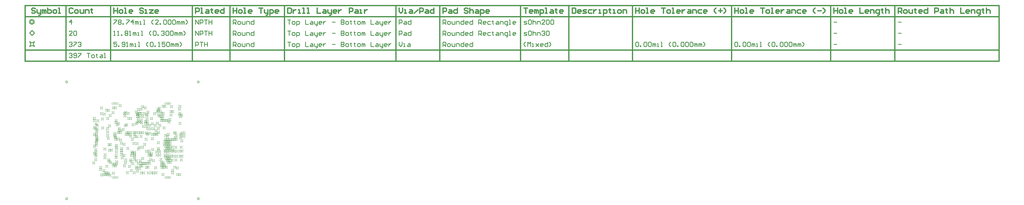
<source format=gbr>
%TF.GenerationSoftware,Altium Limited,Altium Designer,24.8.2 (39)*%
G04 Layer_Color=2752767*
%FSLAX45Y45*%
%MOMM*%
%TF.SameCoordinates,B03309B8-0E9A-45A2-8570-9956D1A1A338*%
%TF.FilePolarity,Positive*%
%TF.FileFunction,Drawing*%
%TF.Part,CustomerPanel*%
G01*
G75*
%TA.AperFunction,NonConductor*%
%ADD61C,0.25400*%
%ADD168C,0.08467*%
%ADD169C,0.38100*%
%ADD170C,0.40640*%
D61*
X-638612Y6556017D02*
G03*
X-638612Y6556017I-50800J0D01*
G01*
X-604746D02*
G03*
X-604746Y6556017I-84667J0D01*
G01*
X-774079Y6175017D02*
X-689412Y6090350D01*
X-604746Y6175017D01*
X-689412Y6259683D02*
X-604746Y6175017D01*
X-774079D02*
X-689412Y6259683D01*
X-774079Y5709350D02*
X-689412Y5751683D01*
X-604746Y5709350D01*
X-647079Y5794017D02*
X-604746Y5709350D01*
X-647079Y5794017D02*
X-604746Y5878683D01*
X-689412Y5836350D02*
X-604746Y5878683D01*
X-774079D02*
X-689412Y5836350D01*
X-774079Y5878683D02*
X-731746Y5794017D01*
X-774079Y5709350D02*
X-731746Y5794017D01*
X28920889Y6547525D02*
X29022458D01*
X28920889Y6166525D02*
X29022458D01*
X28920889Y5785525D02*
X29022458D01*
X26721860Y6547525D02*
X26823428D01*
X26721860Y6166525D02*
X26823428D01*
X26721860Y5785525D02*
X26823428D01*
X23334497Y5836309D02*
X23359889Y5861701D01*
X23410674D01*
X23436064Y5836309D01*
Y5734742D01*
X23410674Y5709350D01*
X23359889D01*
X23334497Y5734742D01*
Y5836309D01*
X23486848Y5709350D02*
Y5734742D01*
X23512241D01*
Y5709350D01*
X23486848D01*
X23613808Y5836309D02*
X23639198Y5861701D01*
X23689983D01*
X23715375Y5836309D01*
Y5734742D01*
X23689983Y5709350D01*
X23639198D01*
X23613808Y5734742D01*
Y5836309D01*
X23766158D02*
X23791550Y5861701D01*
X23842332D01*
X23867725Y5836309D01*
Y5734742D01*
X23842332Y5709350D01*
X23791550D01*
X23766158Y5734742D01*
Y5836309D01*
X23918507Y5709350D02*
Y5810917D01*
X23943900D01*
X23969292Y5785525D01*
Y5709350D01*
Y5785525D01*
X23994684Y5810917D01*
X24020074Y5785525D01*
Y5709350D01*
X24070859D02*
X24121642D01*
X24096251D01*
Y5810917D01*
X24070859D01*
X24197818Y5709350D02*
X24248601D01*
X24223210D01*
Y5861701D01*
X24197818D01*
X24527911Y5709350D02*
X24477127Y5760134D01*
Y5810917D01*
X24527911Y5861701D01*
X24604086Y5836309D02*
X24629478Y5861701D01*
X24680263D01*
X24705653Y5836309D01*
Y5734742D01*
X24680263Y5709350D01*
X24629478D01*
X24604086Y5734742D01*
Y5836309D01*
X24756438Y5709350D02*
Y5734742D01*
X24781828D01*
Y5709350D01*
X24756438D01*
X24883395Y5836309D02*
X24908788Y5861701D01*
X24959570D01*
X24984962Y5836309D01*
Y5734742D01*
X24959570Y5709350D01*
X24908788D01*
X24883395Y5734742D01*
Y5836309D01*
X25035745D02*
X25061137Y5861701D01*
X25111922D01*
X25137314Y5836309D01*
Y5734742D01*
X25111922Y5709350D01*
X25061137D01*
X25035745Y5734742D01*
Y5836309D01*
X25188097D02*
X25213489Y5861701D01*
X25264273D01*
X25289664Y5836309D01*
Y5734742D01*
X25264273Y5709350D01*
X25213489D01*
X25188097Y5734742D01*
Y5836309D01*
X25340448Y5709350D02*
Y5810917D01*
X25365840D01*
X25391231Y5785525D01*
Y5709350D01*
Y5785525D01*
X25416623Y5810917D01*
X25442015Y5785525D01*
Y5709350D01*
X25492799D02*
Y5810917D01*
X25518192D01*
X25543582Y5785525D01*
Y5709350D01*
Y5785525D01*
X25568974Y5810917D01*
X25594366Y5785525D01*
Y5709350D01*
X25645148D02*
X25695932Y5760134D01*
Y5810917D01*
X25645148Y5861701D01*
X19947133Y5836309D02*
X19972525Y5861701D01*
X20023309D01*
X20048701Y5836309D01*
Y5734742D01*
X20023309Y5709350D01*
X19972525D01*
X19947133Y5734742D01*
Y5836309D01*
X20099484Y5709350D02*
Y5734742D01*
X20124876D01*
Y5709350D01*
X20099484D01*
X20226443Y5836309D02*
X20251836Y5861701D01*
X20302618D01*
X20328011Y5836309D01*
Y5734742D01*
X20302618Y5709350D01*
X20251836D01*
X20226443Y5734742D01*
Y5836309D01*
X20378793D02*
X20404185Y5861701D01*
X20454968D01*
X20480360Y5836309D01*
Y5734742D01*
X20454968Y5709350D01*
X20404185D01*
X20378793Y5734742D01*
Y5836309D01*
X20531145Y5709350D02*
Y5810917D01*
X20556535D01*
X20581927Y5785525D01*
Y5709350D01*
Y5785525D01*
X20607320Y5810917D01*
X20632712Y5785525D01*
Y5709350D01*
X20683495D02*
X20734279D01*
X20708887D01*
Y5810917D01*
X20683495D01*
X20810454Y5709350D02*
X20861237D01*
X20835846D01*
Y5861701D01*
X20810454D01*
X21140547Y5709350D02*
X21089764Y5760134D01*
Y5810917D01*
X21140547Y5861701D01*
X21216722Y5836309D02*
X21242114Y5861701D01*
X21292899D01*
X21318291Y5836309D01*
Y5734742D01*
X21292899Y5709350D01*
X21242114D01*
X21216722Y5734742D01*
Y5836309D01*
X21369073Y5709350D02*
Y5734742D01*
X21394466D01*
Y5709350D01*
X21369073D01*
X21496033Y5836309D02*
X21521423Y5861701D01*
X21572208D01*
X21597598Y5836309D01*
Y5734742D01*
X21572208Y5709350D01*
X21521423D01*
X21496033Y5734742D01*
Y5836309D01*
X21648383D02*
X21673775Y5861701D01*
X21724557D01*
X21749950Y5836309D01*
Y5734742D01*
X21724557Y5709350D01*
X21673775D01*
X21648383Y5734742D01*
Y5836309D01*
X21800732D02*
X21826125Y5861701D01*
X21876909D01*
X21902301Y5836309D01*
Y5734742D01*
X21876909Y5709350D01*
X21826125D01*
X21800732Y5734742D01*
Y5836309D01*
X21953084Y5709350D02*
Y5810917D01*
X21978476D01*
X22003868Y5785525D01*
Y5709350D01*
Y5785525D01*
X22029259Y5810917D01*
X22054651Y5785525D01*
Y5709350D01*
X22105435D02*
Y5810917D01*
X22130827D01*
X22156218Y5785525D01*
Y5709350D01*
Y5785525D01*
X22181610Y5810917D01*
X22207002Y5785525D01*
Y5709350D01*
X22257787D02*
X22308569Y5760134D01*
Y5810917D01*
X22257787Y5861701D01*
X16128009Y6471350D02*
X16204184D01*
X16229576Y6496742D01*
X16204184Y6522134D01*
X16153401D01*
X16128009Y6547525D01*
X16153401Y6572917D01*
X16229576D01*
X16280359Y6598309D02*
X16305751Y6623701D01*
X16356535D01*
X16381927Y6598309D01*
Y6496742D01*
X16356535Y6471350D01*
X16305751D01*
X16280359Y6496742D01*
Y6598309D01*
X16432710Y6623701D02*
Y6471350D01*
Y6547525D01*
X16458102Y6572917D01*
X16508885D01*
X16534277Y6547525D01*
Y6471350D01*
X16585062D02*
Y6572917D01*
X16661237D01*
X16686629Y6547525D01*
Y6471350D01*
X16838979D02*
X16737411D01*
X16838979Y6572917D01*
Y6598309D01*
X16813586Y6623701D01*
X16762804D01*
X16737411Y6598309D01*
X16889761D02*
X16915154Y6623701D01*
X16965938D01*
X16991328Y6598309D01*
Y6496742D01*
X16965938Y6471350D01*
X16915154D01*
X16889761Y6496742D01*
Y6598309D01*
X17042113D02*
X17067505Y6623701D01*
X17118288D01*
X17143680Y6598309D01*
Y6496742D01*
X17118288Y6471350D01*
X17067505D01*
X17042113Y6496742D01*
Y6598309D01*
X16128009Y6090350D02*
X16204184D01*
X16229576Y6115742D01*
X16204184Y6141134D01*
X16153401D01*
X16128009Y6166525D01*
X16153401Y6191917D01*
X16229576D01*
X16280359Y6217309D02*
X16305751Y6242701D01*
X16356535D01*
X16381927Y6217309D01*
Y6115742D01*
X16356535Y6090350D01*
X16305751D01*
X16280359Y6115742D01*
Y6217309D01*
X16432710Y6242701D02*
Y6090350D01*
Y6166525D01*
X16458102Y6191917D01*
X16508885D01*
X16534277Y6166525D01*
Y6090350D01*
X16585062D02*
Y6191917D01*
X16661237D01*
X16686629Y6166525D01*
Y6090350D01*
X16737411Y6217309D02*
X16762804Y6242701D01*
X16813586D01*
X16838979Y6217309D01*
Y6191917D01*
X16813586Y6166525D01*
X16788194D01*
X16813586D01*
X16838979Y6141134D01*
Y6115742D01*
X16813586Y6090350D01*
X16762804D01*
X16737411Y6115742D01*
X16889761Y6217309D02*
X16915154Y6242701D01*
X16965938D01*
X16991328Y6217309D01*
Y6115742D01*
X16965938Y6090350D01*
X16915154D01*
X16889761Y6115742D01*
Y6217309D01*
X16178792Y5709350D02*
X16128009Y5760134D01*
Y5810917D01*
X16178792Y5861701D01*
X16254967Y5709350D02*
Y5861701D01*
X16305751Y5810917D01*
X16356535Y5861701D01*
Y5709350D01*
X16407318D02*
X16458102D01*
X16432710D01*
Y5810917D01*
X16407318D01*
X16534277D02*
X16635844Y5709350D01*
X16585062Y5760134D01*
X16635844Y5810917D01*
X16534277Y5709350D01*
X16762804D02*
X16712019D01*
X16686629Y5734742D01*
Y5785525D01*
X16712019Y5810917D01*
X16762804D01*
X16788194Y5785525D01*
Y5760134D01*
X16686629D01*
X16940546Y5861701D02*
Y5709350D01*
X16864371D01*
X16838979Y5734742D01*
Y5785525D01*
X16864371Y5810917D01*
X16940546D01*
X16991328Y5709350D02*
X17042113Y5760134D01*
Y5810917D01*
X16991328Y5861701D01*
X13360214Y6471350D02*
Y6623701D01*
X13436389D01*
X13461781Y6598309D01*
Y6547525D01*
X13436389Y6522134D01*
X13360214D01*
X13410997D02*
X13461781Y6471350D01*
X13537956D02*
X13588741D01*
X13614133Y6496742D01*
Y6547525D01*
X13588741Y6572917D01*
X13537956D01*
X13512564Y6547525D01*
Y6496742D01*
X13537956Y6471350D01*
X13664915Y6572917D02*
Y6496742D01*
X13690308Y6471350D01*
X13766483D01*
Y6572917D01*
X13817265Y6471350D02*
Y6572917D01*
X13893440D01*
X13918832Y6547525D01*
Y6471350D01*
X14071184Y6623701D02*
Y6471350D01*
X13995007D01*
X13969617Y6496742D01*
Y6547525D01*
X13995007Y6572917D01*
X14071184D01*
X14198143Y6471350D02*
X14147359D01*
X14121967Y6496742D01*
Y6547525D01*
X14147359Y6572917D01*
X14198143D01*
X14223534Y6547525D01*
Y6522134D01*
X14121967D01*
X14375885Y6623701D02*
Y6471350D01*
X14299710D01*
X14274318Y6496742D01*
Y6547525D01*
X14299710Y6572917D01*
X14375885D01*
X14579019Y6471350D02*
Y6623701D01*
X14655196D01*
X14680586Y6598309D01*
Y6547525D01*
X14655196Y6522134D01*
X14579019D01*
X14629803D02*
X14680586Y6471350D01*
X14807545D02*
X14756763D01*
X14731371Y6496742D01*
Y6547525D01*
X14756763Y6572917D01*
X14807545D01*
X14832938Y6547525D01*
Y6522134D01*
X14731371D01*
X14985287Y6572917D02*
X14909113D01*
X14883720Y6547525D01*
Y6496742D01*
X14909113Y6471350D01*
X14985287D01*
X15061462Y6598309D02*
Y6572917D01*
X15036072D01*
X15086855D01*
X15061462D01*
Y6496742D01*
X15086855Y6471350D01*
X15188422Y6572917D02*
X15239206D01*
X15264598Y6547525D01*
Y6471350D01*
X15188422D01*
X15163029Y6496742D01*
X15188422Y6522134D01*
X15264598D01*
X15315381Y6471350D02*
Y6572917D01*
X15391556D01*
X15416948Y6547525D01*
Y6471350D01*
X15518515Y6420567D02*
X15543907D01*
X15569299Y6445958D01*
Y6572917D01*
X15493124D01*
X15467732Y6547525D01*
Y6496742D01*
X15493124Y6471350D01*
X15569299D01*
X15620084D02*
X15670866D01*
X15645474D01*
Y6623701D01*
X15620084D01*
X15823216Y6471350D02*
X15772433D01*
X15747041Y6496742D01*
Y6547525D01*
X15772433Y6572917D01*
X15823216D01*
X15848608Y6547525D01*
Y6522134D01*
X15747041D01*
X13360214Y6090350D02*
Y6242701D01*
X13436389D01*
X13461781Y6217309D01*
Y6166525D01*
X13436389Y6141134D01*
X13360214D01*
X13410997D02*
X13461781Y6090350D01*
X13537956D02*
X13588741D01*
X13614133Y6115742D01*
Y6166525D01*
X13588741Y6191917D01*
X13537956D01*
X13512564Y6166525D01*
Y6115742D01*
X13537956Y6090350D01*
X13664915Y6191917D02*
Y6115742D01*
X13690308Y6090350D01*
X13766483D01*
Y6191917D01*
X13817265Y6090350D02*
Y6191917D01*
X13893440D01*
X13918832Y6166525D01*
Y6090350D01*
X14071184Y6242701D02*
Y6090350D01*
X13995007D01*
X13969617Y6115742D01*
Y6166525D01*
X13995007Y6191917D01*
X14071184D01*
X14198143Y6090350D02*
X14147359D01*
X14121967Y6115742D01*
Y6166525D01*
X14147359Y6191917D01*
X14198143D01*
X14223534Y6166525D01*
Y6141134D01*
X14121967D01*
X14375885Y6242701D02*
Y6090350D01*
X14299710D01*
X14274318Y6115742D01*
Y6166525D01*
X14299710Y6191917D01*
X14375885D01*
X14579019Y6090350D02*
Y6242701D01*
X14655196D01*
X14680586Y6217309D01*
Y6166525D01*
X14655196Y6141134D01*
X14579019D01*
X14629803D02*
X14680586Y6090350D01*
X14807545D02*
X14756763D01*
X14731371Y6115742D01*
Y6166525D01*
X14756763Y6191917D01*
X14807545D01*
X14832938Y6166525D01*
Y6141134D01*
X14731371D01*
X14985287Y6191917D02*
X14909113D01*
X14883720Y6166525D01*
Y6115742D01*
X14909113Y6090350D01*
X14985287D01*
X15061462Y6217309D02*
Y6191917D01*
X15036072D01*
X15086855D01*
X15061462D01*
Y6115742D01*
X15086855Y6090350D01*
X15188422Y6191917D02*
X15239206D01*
X15264598Y6166525D01*
Y6090350D01*
X15188422D01*
X15163029Y6115742D01*
X15188422Y6141134D01*
X15264598D01*
X15315381Y6090350D02*
Y6191917D01*
X15391556D01*
X15416948Y6166525D01*
Y6090350D01*
X15518515Y6039567D02*
X15543907D01*
X15569299Y6064958D01*
Y6191917D01*
X15493124D01*
X15467732Y6166525D01*
Y6115742D01*
X15493124Y6090350D01*
X15569299D01*
X15620084D02*
X15670866D01*
X15645474D01*
Y6242701D01*
X15620084D01*
X15823216Y6090350D02*
X15772433D01*
X15747041Y6115742D01*
Y6166525D01*
X15772433Y6191917D01*
X15823216D01*
X15848608Y6166525D01*
Y6141134D01*
X15747041D01*
X13360214Y5709350D02*
Y5861701D01*
X13436389D01*
X13461781Y5836309D01*
Y5785525D01*
X13436389Y5760134D01*
X13360214D01*
X13410997D02*
X13461781Y5709350D01*
X13537956D02*
X13588741D01*
X13614133Y5734742D01*
Y5785525D01*
X13588741Y5810917D01*
X13537956D01*
X13512564Y5785525D01*
Y5734742D01*
X13537956Y5709350D01*
X13664915Y5810917D02*
Y5734742D01*
X13690308Y5709350D01*
X13766483D01*
Y5810917D01*
X13817265Y5709350D02*
Y5810917D01*
X13893440D01*
X13918832Y5785525D01*
Y5709350D01*
X14071184Y5861701D02*
Y5709350D01*
X13995007D01*
X13969617Y5734742D01*
Y5785525D01*
X13995007Y5810917D01*
X14071184D01*
X14198143Y5709350D02*
X14147359D01*
X14121967Y5734742D01*
Y5785525D01*
X14147359Y5810917D01*
X14198143D01*
X14223534Y5785525D01*
Y5760134D01*
X14121967D01*
X14375885Y5861701D02*
Y5709350D01*
X14299710D01*
X14274318Y5734742D01*
Y5785525D01*
X14299710Y5810917D01*
X14375885D01*
X11861998Y6471350D02*
Y6623701D01*
X11938173D01*
X11963565Y6598309D01*
Y6547525D01*
X11938173Y6522134D01*
X11861998D01*
X12039741Y6572917D02*
X12090524D01*
X12115916Y6547525D01*
Y6471350D01*
X12039741D01*
X12014349Y6496742D01*
X12039741Y6522134D01*
X12115916D01*
X12268267Y6623701D02*
Y6471350D01*
X12192091D01*
X12166700Y6496742D01*
Y6547525D01*
X12192091Y6572917D01*
X12268267D01*
X11861998Y6090350D02*
Y6242701D01*
X11938173D01*
X11963565Y6217309D01*
Y6166525D01*
X11938173Y6141134D01*
X11861998D01*
X12039741Y6191917D02*
X12090524D01*
X12115916Y6166525D01*
Y6090350D01*
X12039741D01*
X12014349Y6115742D01*
X12039741Y6141134D01*
X12115916D01*
X12268267Y6242701D02*
Y6090350D01*
X12192091D01*
X12166700Y6115742D01*
Y6166525D01*
X12192091Y6191917D01*
X12268267D01*
X11861998Y5861701D02*
Y5760134D01*
X11912782Y5709350D01*
X11963565Y5760134D01*
Y5861701D01*
X12014349Y5709350D02*
X12065132D01*
X12039741D01*
Y5810917D01*
X12014349D01*
X12166700D02*
X12217483D01*
X12242875Y5785525D01*
Y5709350D01*
X12166700D01*
X12141308Y5734742D01*
X12166700Y5760134D01*
X12242875D01*
X8053140Y6623701D02*
X8154707D01*
X8103923D01*
Y6471350D01*
X8230882D02*
X8281666D01*
X8307058Y6496742D01*
Y6547525D01*
X8281666Y6572917D01*
X8230882D01*
X8205491Y6547525D01*
Y6496742D01*
X8230882Y6471350D01*
X8357841Y6420567D02*
Y6572917D01*
X8434017D01*
X8459409Y6547525D01*
Y6496742D01*
X8434017Y6471350D01*
X8357841D01*
X8662543Y6623701D02*
Y6471350D01*
X8764110D01*
X8840285Y6572917D02*
X8891069D01*
X8916461Y6547525D01*
Y6471350D01*
X8840285D01*
X8814893Y6496742D01*
X8840285Y6522134D01*
X8916461D01*
X8967244Y6572917D02*
Y6496742D01*
X8992636Y6471350D01*
X9068811D01*
Y6445958D01*
X9043420Y6420567D01*
X9018028D01*
X9068811Y6471350D02*
Y6572917D01*
X9195770Y6471350D02*
X9144987D01*
X9119595Y6496742D01*
Y6547525D01*
X9144987Y6572917D01*
X9195770D01*
X9221162Y6547525D01*
Y6522134D01*
X9119595D01*
X9271946Y6572917D02*
Y6471350D01*
Y6522134D01*
X9297338Y6547525D01*
X9322729Y6572917D01*
X9348121D01*
X9576647Y6547525D02*
X9678214D01*
X9881349Y6623701D02*
Y6471350D01*
X9957524D01*
X9982916Y6496742D01*
Y6522134D01*
X9957524Y6547525D01*
X9881349D01*
X9957524D01*
X9982916Y6572917D01*
Y6598309D01*
X9957524Y6623701D01*
X9881349D01*
X10059091Y6471350D02*
X10109875D01*
X10135266Y6496742D01*
Y6547525D01*
X10109875Y6572917D01*
X10059091D01*
X10033699Y6547525D01*
Y6496742D01*
X10059091Y6471350D01*
X10211442Y6598309D02*
Y6572917D01*
X10186050D01*
X10236833D01*
X10211442D01*
Y6496742D01*
X10236833Y6471350D01*
X10338401Y6598309D02*
Y6572917D01*
X10313009D01*
X10363792D01*
X10338401D01*
Y6496742D01*
X10363792Y6471350D01*
X10465360D02*
X10516143D01*
X10541535Y6496742D01*
Y6547525D01*
X10516143Y6572917D01*
X10465360D01*
X10439968Y6547525D01*
Y6496742D01*
X10465360Y6471350D01*
X10592318D02*
Y6572917D01*
X10617710D01*
X10643102Y6547525D01*
Y6471350D01*
Y6547525D01*
X10668494Y6572917D01*
X10693886Y6547525D01*
Y6471350D01*
X10897020Y6623701D02*
Y6471350D01*
X10998587D01*
X11074762Y6572917D02*
X11125546D01*
X11150938Y6547525D01*
Y6471350D01*
X11074762D01*
X11049371Y6496742D01*
X11074762Y6522134D01*
X11150938D01*
X11201721Y6572917D02*
Y6496742D01*
X11227113Y6471350D01*
X11303289D01*
Y6445958D01*
X11277897Y6420567D01*
X11252505D01*
X11303289Y6471350D02*
Y6572917D01*
X11430247Y6471350D02*
X11379464D01*
X11354072Y6496742D01*
Y6547525D01*
X11379464Y6572917D01*
X11430247D01*
X11455639Y6547525D01*
Y6522134D01*
X11354072D01*
X11506423Y6572917D02*
Y6471350D01*
Y6522134D01*
X11531815Y6547525D01*
X11557206Y6572917D01*
X11582598D01*
X8053140Y6242701D02*
X8154707D01*
X8103923D01*
Y6090350D01*
X8230882D02*
X8281666D01*
X8307058Y6115742D01*
Y6166525D01*
X8281666Y6191917D01*
X8230882D01*
X8205491Y6166525D01*
Y6115742D01*
X8230882Y6090350D01*
X8357841Y6039567D02*
Y6191917D01*
X8434017D01*
X8459409Y6166525D01*
Y6115742D01*
X8434017Y6090350D01*
X8357841D01*
X8662543Y6242701D02*
Y6090350D01*
X8764110D01*
X8840285Y6191917D02*
X8891069D01*
X8916461Y6166525D01*
Y6090350D01*
X8840285D01*
X8814893Y6115742D01*
X8840285Y6141134D01*
X8916461D01*
X8967244Y6191917D02*
Y6115742D01*
X8992636Y6090350D01*
X9068811D01*
Y6064958D01*
X9043420Y6039567D01*
X9018028D01*
X9068811Y6090350D02*
Y6191917D01*
X9195770Y6090350D02*
X9144987D01*
X9119595Y6115742D01*
Y6166525D01*
X9144987Y6191917D01*
X9195770D01*
X9221162Y6166525D01*
Y6141134D01*
X9119595D01*
X9271946Y6191917D02*
Y6090350D01*
Y6141134D01*
X9297338Y6166525D01*
X9322729Y6191917D01*
X9348121D01*
X9576647Y6166525D02*
X9678214D01*
X9881349Y6242701D02*
Y6090350D01*
X9957524D01*
X9982916Y6115742D01*
Y6141134D01*
X9957524Y6166525D01*
X9881349D01*
X9957524D01*
X9982916Y6191917D01*
Y6217309D01*
X9957524Y6242701D01*
X9881349D01*
X10059091Y6090350D02*
X10109875D01*
X10135266Y6115742D01*
Y6166525D01*
X10109875Y6191917D01*
X10059091D01*
X10033699Y6166525D01*
Y6115742D01*
X10059091Y6090350D01*
X10211442Y6217309D02*
Y6191917D01*
X10186050D01*
X10236833D01*
X10211442D01*
Y6115742D01*
X10236833Y6090350D01*
X10338401Y6217309D02*
Y6191917D01*
X10313009D01*
X10363792D01*
X10338401D01*
Y6115742D01*
X10363792Y6090350D01*
X10465360D02*
X10516143D01*
X10541535Y6115742D01*
Y6166525D01*
X10516143Y6191917D01*
X10465360D01*
X10439968Y6166525D01*
Y6115742D01*
X10465360Y6090350D01*
X10592318D02*
Y6191917D01*
X10617710D01*
X10643102Y6166525D01*
Y6090350D01*
Y6166525D01*
X10668494Y6191917D01*
X10693886Y6166525D01*
Y6090350D01*
X10897020Y6242701D02*
Y6090350D01*
X10998587D01*
X11074762Y6191917D02*
X11125546D01*
X11150938Y6166525D01*
Y6090350D01*
X11074762D01*
X11049371Y6115742D01*
X11074762Y6141134D01*
X11150938D01*
X11201721Y6191917D02*
Y6115742D01*
X11227113Y6090350D01*
X11303289D01*
Y6064958D01*
X11277897Y6039567D01*
X11252505D01*
X11303289Y6090350D02*
Y6191917D01*
X11430247Y6090350D02*
X11379464D01*
X11354072Y6115742D01*
Y6166525D01*
X11379464Y6191917D01*
X11430247D01*
X11455639Y6166525D01*
Y6141134D01*
X11354072D01*
X11506423Y6191917D02*
Y6090350D01*
Y6141134D01*
X11531815Y6166525D01*
X11557206Y6191917D01*
X11582598D01*
X8053140Y5861701D02*
X8154707D01*
X8103923D01*
Y5709350D01*
X8230882D02*
X8281666D01*
X8307058Y5734742D01*
Y5785525D01*
X8281666Y5810917D01*
X8230882D01*
X8205491Y5785525D01*
Y5734742D01*
X8230882Y5709350D01*
X8357841Y5658567D02*
Y5810917D01*
X8434017D01*
X8459409Y5785525D01*
Y5734742D01*
X8434017Y5709350D01*
X8357841D01*
X8662543Y5861701D02*
Y5709350D01*
X8764110D01*
X8840285Y5810917D02*
X8891069D01*
X8916461Y5785525D01*
Y5709350D01*
X8840285D01*
X8814893Y5734742D01*
X8840285Y5760134D01*
X8916461D01*
X8967244Y5810917D02*
Y5734742D01*
X8992636Y5709350D01*
X9068811D01*
Y5683958D01*
X9043420Y5658567D01*
X9018028D01*
X9068811Y5709350D02*
Y5810917D01*
X9195770Y5709350D02*
X9144987D01*
X9119595Y5734742D01*
Y5785525D01*
X9144987Y5810917D01*
X9195770D01*
X9221162Y5785525D01*
Y5760134D01*
X9119595D01*
X9271946Y5810917D02*
Y5709350D01*
Y5760134D01*
X9297338Y5785525D01*
X9322729Y5810917D01*
X9348121D01*
X9576647Y5785525D02*
X9678214D01*
X9881349Y5861701D02*
Y5709350D01*
X9957524D01*
X9982916Y5734742D01*
Y5760134D01*
X9957524Y5785525D01*
X9881349D01*
X9957524D01*
X9982916Y5810917D01*
Y5836309D01*
X9957524Y5861701D01*
X9881349D01*
X10059091Y5709350D02*
X10109875D01*
X10135266Y5734742D01*
Y5785525D01*
X10109875Y5810917D01*
X10059091D01*
X10033699Y5785525D01*
Y5734742D01*
X10059091Y5709350D01*
X10211442Y5836309D02*
Y5810917D01*
X10186050D01*
X10236833D01*
X10211442D01*
Y5734742D01*
X10236833Y5709350D01*
X10338401Y5836309D02*
Y5810917D01*
X10313009D01*
X10363792D01*
X10338401D01*
Y5734742D01*
X10363792Y5709350D01*
X10465360D02*
X10516143D01*
X10541535Y5734742D01*
Y5785525D01*
X10516143Y5810917D01*
X10465360D01*
X10439968Y5785525D01*
Y5734742D01*
X10465360Y5709350D01*
X10592318D02*
Y5810917D01*
X10617710D01*
X10643102Y5785525D01*
Y5709350D01*
Y5785525D01*
X10668494Y5810917D01*
X10693886Y5785525D01*
Y5709350D01*
X10897020Y5861701D02*
Y5709350D01*
X10998587D01*
X11074762Y5810917D02*
X11125546D01*
X11150938Y5785525D01*
Y5709350D01*
X11074762D01*
X11049371Y5734742D01*
X11074762Y5760134D01*
X11150938D01*
X11201721Y5810917D02*
Y5734742D01*
X11227113Y5709350D01*
X11303289D01*
Y5683958D01*
X11277897Y5658567D01*
X11252505D01*
X11303289Y5709350D02*
Y5810917D01*
X11430247Y5709350D02*
X11379464D01*
X11354072Y5734742D01*
Y5785525D01*
X11379464Y5810917D01*
X11430247D01*
X11455639Y5785525D01*
Y5760134D01*
X11354072D01*
X11506423Y5810917D02*
Y5709350D01*
Y5760134D01*
X11531815Y5785525D01*
X11557206Y5810917D01*
X11582598D01*
X6189283Y6471350D02*
Y6623701D01*
X6265458D01*
X6290850Y6598309D01*
Y6547525D01*
X6265458Y6522134D01*
X6189283D01*
X6240066D02*
X6290850Y6471350D01*
X6367025D02*
X6417809D01*
X6443201Y6496742D01*
Y6547525D01*
X6417809Y6572917D01*
X6367025D01*
X6341633Y6547525D01*
Y6496742D01*
X6367025Y6471350D01*
X6493984Y6572917D02*
Y6496742D01*
X6519376Y6471350D01*
X6595551D01*
Y6572917D01*
X6646335Y6471350D02*
Y6572917D01*
X6722510D01*
X6747902Y6547525D01*
Y6471350D01*
X6900253Y6623701D02*
Y6471350D01*
X6824078D01*
X6798686Y6496742D01*
Y6547525D01*
X6824078Y6572917D01*
X6900253D01*
X6189283Y6090350D02*
Y6242701D01*
X6265458D01*
X6290850Y6217309D01*
Y6166525D01*
X6265458Y6141134D01*
X6189283D01*
X6240066D02*
X6290850Y6090350D01*
X6367025D02*
X6417809D01*
X6443201Y6115742D01*
Y6166525D01*
X6417809Y6191917D01*
X6367025D01*
X6341633Y6166525D01*
Y6115742D01*
X6367025Y6090350D01*
X6493984Y6191917D02*
Y6115742D01*
X6519376Y6090350D01*
X6595551D01*
Y6191917D01*
X6646335Y6090350D02*
Y6191917D01*
X6722510D01*
X6747902Y6166525D01*
Y6090350D01*
X6900253Y6242701D02*
Y6090350D01*
X6824078D01*
X6798686Y6115742D01*
Y6166525D01*
X6824078Y6191917D01*
X6900253D01*
X6189283Y5709350D02*
Y5861701D01*
X6265458D01*
X6290850Y5836309D01*
Y5785525D01*
X6265458Y5760134D01*
X6189283D01*
X6240066D02*
X6290850Y5709350D01*
X6367025D02*
X6417809D01*
X6443201Y5734742D01*
Y5785525D01*
X6417809Y5810917D01*
X6367025D01*
X6341633Y5785525D01*
Y5734742D01*
X6367025Y5709350D01*
X6493984Y5810917D02*
Y5734742D01*
X6519376Y5709350D01*
X6595551D01*
Y5810917D01*
X6646335Y5709350D02*
Y5810917D01*
X6722510D01*
X6747902Y5785525D01*
Y5709350D01*
X6900253Y5861701D02*
Y5709350D01*
X6824078D01*
X6798686Y5734742D01*
Y5785525D01*
X6824078Y5810917D01*
X6900253D01*
X4904358Y6471350D02*
Y6623701D01*
X5005925Y6471350D01*
Y6623701D01*
X5056709Y6471350D02*
Y6623701D01*
X5132884D01*
X5158276Y6598309D01*
Y6547525D01*
X5132884Y6522134D01*
X5056709D01*
X5209060Y6623701D02*
X5310627D01*
X5259843D01*
Y6471350D01*
X5361410Y6623701D02*
Y6471350D01*
Y6547525D01*
X5462978D01*
Y6623701D01*
Y6471350D01*
X4904358Y6090350D02*
Y6242701D01*
X5005925Y6090350D01*
Y6242701D01*
X5056709Y6090350D02*
Y6242701D01*
X5132884D01*
X5158276Y6217309D01*
Y6166525D01*
X5132884Y6141134D01*
X5056709D01*
X5209060Y6242701D02*
X5310627D01*
X5259843D01*
Y6090350D01*
X5361410Y6242701D02*
Y6090350D01*
Y6166525D01*
X5462978D01*
Y6242701D01*
Y6090350D01*
X4904358Y5709350D02*
Y5861701D01*
X4980534D01*
X5005925Y5836309D01*
Y5785525D01*
X4980534Y5760134D01*
X4904358D01*
X5056709Y5861701D02*
X5158276D01*
X5107492D01*
Y5709350D01*
X5209060Y5861701D02*
Y5709350D01*
Y5785525D01*
X5310627D01*
Y5861701D01*
Y5709350D01*
X2111172Y6623701D02*
X2212739D01*
Y6598309D01*
X2111172Y6496742D01*
Y6471350D01*
X2263523Y6598309D02*
X2288914Y6623701D01*
X2339698D01*
X2365090Y6598309D01*
Y6572917D01*
X2339698Y6547525D01*
X2365090Y6522134D01*
Y6496742D01*
X2339698Y6471350D01*
X2288914D01*
X2263523Y6496742D01*
Y6522134D01*
X2288914Y6547525D01*
X2263523Y6572917D01*
Y6598309D01*
X2288914Y6547525D02*
X2339698D01*
X2415873Y6471350D02*
Y6496742D01*
X2441265D01*
Y6471350D01*
X2415873D01*
X2542832Y6623701D02*
X2644399D01*
Y6598309D01*
X2542832Y6496742D01*
Y6471350D01*
X2771358D02*
Y6623701D01*
X2695183Y6547525D01*
X2796750D01*
X2847534Y6471350D02*
Y6572917D01*
X2872925D01*
X2898317Y6547525D01*
Y6471350D01*
Y6547525D01*
X2923709Y6572917D01*
X2949101Y6547525D01*
Y6471350D01*
X2999884D02*
X3050668D01*
X3025276D01*
Y6572917D01*
X2999884D01*
X3126843Y6471350D02*
X3177627D01*
X3152235D01*
Y6623701D01*
X3126843D01*
X3456936Y6471350D02*
X3406153Y6522134D01*
Y6572917D01*
X3456936Y6623701D01*
X3634679Y6471350D02*
X3533112D01*
X3634679Y6572917D01*
Y6598309D01*
X3609287Y6623701D01*
X3558503D01*
X3533112Y6598309D01*
X3685462Y6471350D02*
Y6496742D01*
X3710854D01*
Y6471350D01*
X3685462D01*
X3812421Y6598309D02*
X3837813Y6623701D01*
X3888596D01*
X3913988Y6598309D01*
Y6496742D01*
X3888596Y6471350D01*
X3837813D01*
X3812421Y6496742D01*
Y6598309D01*
X3964772D02*
X3990164Y6623701D01*
X4040947D01*
X4066339Y6598309D01*
Y6496742D01*
X4040947Y6471350D01*
X3990164D01*
X3964772Y6496742D01*
Y6598309D01*
X4117123D02*
X4142514Y6623701D01*
X4193298D01*
X4218690Y6598309D01*
Y6496742D01*
X4193298Y6471350D01*
X4142514D01*
X4117123Y6496742D01*
Y6598309D01*
X4269473Y6471350D02*
Y6572917D01*
X4294865D01*
X4320257Y6547525D01*
Y6471350D01*
Y6547525D01*
X4345649Y6572917D01*
X4371041Y6547525D01*
Y6471350D01*
X4421824D02*
Y6572917D01*
X4447216D01*
X4472608Y6547525D01*
Y6471350D01*
Y6547525D01*
X4497999Y6572917D01*
X4523391Y6547525D01*
Y6471350D01*
X4574175D02*
X4624958Y6522134D01*
Y6572917D01*
X4574175Y6623701D01*
X2111172Y6090350D02*
X2161955D01*
X2136564D01*
Y6242701D01*
X2111172Y6217309D01*
X2238131Y6090350D02*
X2288914D01*
X2263523D01*
Y6242701D01*
X2238131Y6217309D01*
X2365090Y6090350D02*
Y6115742D01*
X2390481D01*
Y6090350D01*
X2365090D01*
X2492048Y6217309D02*
X2517440Y6242701D01*
X2568224D01*
X2593616Y6217309D01*
Y6191917D01*
X2568224Y6166525D01*
X2593616Y6141134D01*
Y6115742D01*
X2568224Y6090350D01*
X2517440D01*
X2492048Y6115742D01*
Y6141134D01*
X2517440Y6166525D01*
X2492048Y6191917D01*
Y6217309D01*
X2517440Y6166525D02*
X2568224D01*
X2644399Y6090350D02*
X2695183D01*
X2669791D01*
Y6242701D01*
X2644399Y6217309D01*
X2771358Y6090350D02*
Y6191917D01*
X2796750D01*
X2822141Y6166525D01*
Y6090350D01*
Y6166525D01*
X2847533Y6191917D01*
X2872925Y6166525D01*
Y6090350D01*
X2923709D02*
X2974492D01*
X2949101D01*
Y6191917D01*
X2923709D01*
X3050668Y6090350D02*
X3101451D01*
X3076059D01*
Y6242701D01*
X3050668D01*
X3380761Y6090350D02*
X3329977Y6141134D01*
Y6191917D01*
X3380761Y6242701D01*
X3456936Y6217309D02*
X3482328Y6242701D01*
X3533111D01*
X3558503Y6217309D01*
Y6115742D01*
X3533111Y6090350D01*
X3482328D01*
X3456936Y6115742D01*
Y6217309D01*
X3609287Y6090350D02*
Y6115742D01*
X3634679D01*
Y6090350D01*
X3609287D01*
X3736246Y6217309D02*
X3761637Y6242701D01*
X3812421D01*
X3837813Y6217309D01*
Y6191917D01*
X3812421Y6166525D01*
X3787029D01*
X3812421D01*
X3837813Y6141134D01*
Y6115742D01*
X3812421Y6090350D01*
X3761637D01*
X3736246Y6115742D01*
X3888596Y6217309D02*
X3913988Y6242701D01*
X3964772D01*
X3990163Y6217309D01*
Y6115742D01*
X3964772Y6090350D01*
X3913988D01*
X3888596Y6115742D01*
Y6217309D01*
X4040947D02*
X4066339Y6242701D01*
X4117122D01*
X4142514Y6217309D01*
Y6115742D01*
X4117122Y6090350D01*
X4066339D01*
X4040947Y6115742D01*
Y6217309D01*
X4193298Y6090350D02*
Y6191917D01*
X4218690D01*
X4244081Y6166525D01*
Y6090350D01*
Y6166525D01*
X4269473Y6191917D01*
X4294865Y6166525D01*
Y6090350D01*
X4345648D02*
Y6191917D01*
X4371040D01*
X4396432Y6166525D01*
Y6090350D01*
Y6166525D01*
X4421824Y6191917D01*
X4447216Y6166525D01*
Y6090350D01*
X4497999D02*
X4548783Y6141134D01*
Y6191917D01*
X4497999Y6242701D01*
X2212739Y5861701D02*
X2111172D01*
Y5785525D01*
X2161955Y5810917D01*
X2187347D01*
X2212739Y5785525D01*
Y5734742D01*
X2187347Y5709350D01*
X2136564D01*
X2111172Y5734742D01*
X2263523Y5709350D02*
Y5734742D01*
X2288914D01*
Y5709350D01*
X2263523D01*
X2390481Y5734742D02*
X2415873Y5709350D01*
X2466657D01*
X2492049Y5734742D01*
Y5836309D01*
X2466657Y5861701D01*
X2415873D01*
X2390481Y5836309D01*
Y5810917D01*
X2415873Y5785525D01*
X2492049D01*
X2542832Y5709350D02*
X2593616D01*
X2568224D01*
Y5861701D01*
X2542832Y5836309D01*
X2669791Y5709350D02*
Y5810917D01*
X2695183D01*
X2720574Y5785525D01*
Y5709350D01*
Y5785525D01*
X2745966Y5810917D01*
X2771358Y5785525D01*
Y5709350D01*
X2822142D02*
X2872925D01*
X2847534D01*
Y5810917D01*
X2822142D01*
X2949101Y5709350D02*
X2999884D01*
X2974492D01*
Y5861701D01*
X2949101D01*
X3279194Y5709350D02*
X3228410Y5760134D01*
Y5810917D01*
X3279194Y5861701D01*
X3355369Y5836309D02*
X3380761Y5861701D01*
X3431544D01*
X3456936Y5836309D01*
Y5734742D01*
X3431544Y5709350D01*
X3380761D01*
X3355369Y5734742D01*
Y5836309D01*
X3507720Y5709350D02*
Y5734742D01*
X3533112D01*
Y5709350D01*
X3507720D01*
X3634679D02*
X3685462D01*
X3660070D01*
Y5861701D01*
X3634679Y5836309D01*
X3863205Y5861701D02*
X3761637D01*
Y5785525D01*
X3812421Y5810917D01*
X3837813D01*
X3863205Y5785525D01*
Y5734742D01*
X3837813Y5709350D01*
X3787029D01*
X3761637Y5734742D01*
X3913988Y5836309D02*
X3939380Y5861701D01*
X3990163D01*
X4015555Y5836309D01*
Y5734742D01*
X3990163Y5709350D01*
X3939380D01*
X3913988Y5734742D01*
Y5836309D01*
X4066339Y5709350D02*
Y5810917D01*
X4091731D01*
X4117122Y5785525D01*
Y5709350D01*
Y5785525D01*
X4142514Y5810917D01*
X4167906Y5785525D01*
Y5709350D01*
X4218690D02*
Y5810917D01*
X4244081D01*
X4269473Y5785525D01*
Y5709350D01*
Y5785525D01*
X4294865Y5810917D01*
X4320257Y5785525D01*
Y5709350D01*
X4371040D02*
X4421824Y5760134D01*
Y5810917D01*
X4371040Y5861701D01*
X587574Y5455309D02*
X612966Y5480701D01*
X663750D01*
X689142Y5455309D01*
Y5429917D01*
X663750Y5404525D01*
X638358D01*
X663750D01*
X689142Y5379134D01*
Y5353742D01*
X663750Y5328350D01*
X612966D01*
X587574Y5353742D01*
X739925D02*
X765317Y5328350D01*
X816100D01*
X841492Y5353742D01*
Y5455309D01*
X816100Y5480701D01*
X765317D01*
X739925Y5455309D01*
Y5429917D01*
X765317Y5404525D01*
X841492D01*
X892276Y5480701D02*
X993843D01*
Y5455309D01*
X892276Y5353742D01*
Y5328350D01*
X1196977Y5480701D02*
X1298545D01*
X1247761D01*
Y5328350D01*
X1374720D02*
X1425503D01*
X1450895Y5353742D01*
Y5404525D01*
X1425503Y5429917D01*
X1374720D01*
X1349328Y5404525D01*
Y5353742D01*
X1374720Y5328350D01*
X1527071Y5455309D02*
Y5429917D01*
X1501679D01*
X1552462D01*
X1527071D01*
Y5353742D01*
X1552462Y5328350D01*
X1654029Y5429917D02*
X1704813D01*
X1730205Y5404525D01*
Y5328350D01*
X1654029D01*
X1628638Y5353742D01*
X1654029Y5379134D01*
X1730205D01*
X1780988Y5328350D02*
X1831772D01*
X1806380D01*
Y5480701D01*
X1780988D01*
X663750Y6471350D02*
Y6623701D01*
X587574Y6547525D01*
X689142D01*
Y6090350D02*
X587574D01*
X689142Y6191917D01*
Y6217309D01*
X663750Y6242701D01*
X612966D01*
X587574Y6217309D01*
X739925D02*
X765317Y6242701D01*
X816100D01*
X841492Y6217309D01*
Y6115742D01*
X816100Y6090350D01*
X765317D01*
X739925Y6115742D01*
Y6217309D01*
X587574Y5836309D02*
X612966Y5861701D01*
X663750D01*
X689142Y5836309D01*
Y5810917D01*
X663750Y5785525D01*
X638358D01*
X663750D01*
X689142Y5760134D01*
Y5734742D01*
X663750Y5709350D01*
X612966D01*
X587574Y5734742D01*
X739925Y5861701D02*
X841492D01*
Y5836309D01*
X739925Y5734742D01*
Y5709350D01*
X892276Y5836309D02*
X917668Y5861701D01*
X968451D01*
X993843Y5836309D01*
Y5810917D01*
X968451Y5785525D01*
X943059D01*
X968451D01*
X993843Y5760134D01*
Y5734742D01*
X968451Y5709350D01*
X917668D01*
X892276Y5734742D01*
D168*
X525400Y500000D02*
G03*
X525400Y500000I-25400J0D01*
G01*
X542333D02*
G03*
X542333Y500000I-42333J0D01*
G01*
X525400Y4500000D02*
G03*
X525400Y4500000I-25400J0D01*
G01*
X542333D02*
G03*
X542333Y4500000I-42333J0D01*
G01*
X5025400D02*
G03*
X5025400Y4500000I-25400J0D01*
G01*
X5042333D02*
G03*
X5042333Y4500000I-42333J0D01*
G01*
X5025400Y500000D02*
G03*
X5025400Y500000I-25400J0D01*
G01*
X5042333D02*
G03*
X5042333Y500000I-42333J0D01*
G01*
X2947665Y3387663D02*
X2989999Y3408829D01*
X3032332Y3387663D01*
X3011165Y3429996D02*
X3032332Y3387663D01*
X3011165Y3429996D02*
X3032332Y3472329D01*
X2989999Y3451162D02*
X3032332Y3472329D01*
X2947665D02*
X2989999Y3451162D01*
X2947665Y3472329D02*
X2968832Y3429996D01*
X2947665Y3387663D02*
X2968832Y3429996D01*
X3102665Y3377663D02*
X3144999Y3398829D01*
X3187332Y3377663D01*
X3166165Y3419996D02*
X3187332Y3377663D01*
X3166165Y3419996D02*
X3187332Y3462329D01*
X3144999Y3441162D02*
X3187332Y3462329D01*
X3102665D02*
X3144999Y3441162D01*
X3102665Y3462329D02*
X3123832Y3419996D01*
X3102665Y3377663D02*
X3123832Y3419996D01*
X2997661Y3387658D02*
X3039994Y3408825D01*
X3082328Y3387658D01*
X3061161Y3429991D02*
X3082328Y3387658D01*
X3061161Y3429991D02*
X3082328Y3472324D01*
X3039994Y3451158D02*
X3082328Y3472324D01*
X2997661D02*
X3039994Y3451158D01*
X2997661Y3472324D02*
X3018828Y3429991D01*
X2997661Y3387658D02*
X3018828Y3429991D01*
X2895903Y3388781D02*
X2938236Y3409948D01*
X2980569Y3388781D01*
X2959402Y3431114D02*
X2980569Y3388781D01*
X2959402Y3431114D02*
X2980569Y3473447D01*
X2938236Y3452281D02*
X2980569Y3473447D01*
X2895903D02*
X2938236Y3452281D01*
X2895903Y3473447D02*
X2917069Y3431114D01*
X2895903Y3388781D02*
X2917069Y3431114D01*
X2862665Y3077663D02*
X2904999Y3098829D01*
X2947332Y3077663D01*
X2926165Y3119996D02*
X2947332Y3077663D01*
X2926165Y3119996D02*
X2947332Y3162329D01*
X2904999Y3141162D02*
X2947332Y3162329D01*
X2862665D02*
X2904999Y3141162D01*
X2862665Y3162329D02*
X2883832Y3119996D01*
X2862665Y3077663D02*
X2883832Y3119996D01*
X2902665Y3112663D02*
X2944998Y3133829D01*
X2987332Y3112663D01*
X2966165Y3154996D02*
X2987332Y3112663D01*
X2966165Y3154996D02*
X2987332Y3197329D01*
X2944998Y3176162D02*
X2987332Y3197329D01*
X2902665D02*
X2944998Y3176162D01*
X2902665Y3197329D02*
X2923832Y3154996D01*
X2902665Y3112663D02*
X2923832Y3154996D01*
X3007665Y3162662D02*
X3049998Y3183829D01*
X3092332Y3162662D01*
X3071165Y3204996D02*
X3092332Y3162662D01*
X3071165Y3204996D02*
X3092332Y3247329D01*
X3049998Y3226162D02*
X3092332Y3247329D01*
X3007665D02*
X3049998Y3226162D01*
X3007665Y3247329D02*
X3028832Y3204996D01*
X3007665Y3162662D02*
X3028832Y3204996D01*
X1457665Y3012663D02*
X1499999Y3033829D01*
X1542332Y3012663D01*
X1521165Y3054996D02*
X1542332Y3012663D01*
X1521165Y3054996D02*
X1542332Y3097329D01*
X1499999Y3076162D02*
X1542332Y3097329D01*
X1457665D02*
X1499999Y3076162D01*
X1457665Y3097329D02*
X1478832Y3054996D01*
X1457665Y3012663D02*
X1478832Y3054996D01*
X3418822Y1764679D02*
X3461155Y1785846D01*
X3503488Y1764679D01*
X3482322Y1807013D02*
X3503488Y1764679D01*
X3482322Y1807013D02*
X3503488Y1849346D01*
X3461155Y1828179D02*
X3503488Y1849346D01*
X3418822D02*
X3461155Y1828179D01*
X3418822Y1849346D02*
X3439989Y1807013D01*
X3418822Y1764679D02*
X3439989Y1807013D01*
X2982665Y2717663D02*
X3024999Y2738829D01*
X3067332Y2717663D01*
X3046165Y2759996D02*
X3067332Y2717663D01*
X3046165Y2759996D02*
X3067332Y2802329D01*
X3024999Y2781162D02*
X3067332Y2802329D01*
X2982665D02*
X3024999Y2781162D01*
X2982665Y2802329D02*
X3003832Y2759996D01*
X2982665Y2717663D02*
X3003832Y2759996D01*
X3047665Y2722663D02*
X3089998Y2743829D01*
X3132332Y2722663D01*
X3111165Y2764996D02*
X3132332Y2722663D01*
X3111165Y2764996D02*
X3132332Y2807329D01*
X3089998Y2786162D02*
X3132332Y2807329D01*
X3047665D02*
X3089998Y2786162D01*
X3047665Y2807329D02*
X3068832Y2764996D01*
X3047665Y2722663D02*
X3068832Y2764996D01*
X2917665Y2722663D02*
X2959998Y2743829D01*
X3002332Y2722663D01*
X2981165Y2764996D02*
X3002332Y2722663D01*
X2981165Y2764996D02*
X3002332Y2807329D01*
X2959998Y2786162D02*
X3002332Y2807329D01*
X2917665D02*
X2959998Y2786162D01*
X2917665Y2807329D02*
X2938832Y2764996D01*
X2917665Y2722663D02*
X2938832Y2764996D01*
X1517665Y3132663D02*
X1559998Y3153829D01*
X1602332Y3132663D01*
X1581165Y3174996D02*
X1602332Y3132663D01*
X1581165Y3174996D02*
X1602332Y3217329D01*
X1559998Y3196162D02*
X1602332Y3217329D01*
X1517665D02*
X1559998Y3196162D01*
X1517665Y3217329D02*
X1538832Y3174996D01*
X1517665Y3132663D02*
X1538832Y3174996D01*
X2661285Y1726062D02*
X2703618Y1747229D01*
X2745951Y1726062D01*
X2724784Y1768395D02*
X2745951Y1726062D01*
X2724784Y1768395D02*
X2745951Y1810728D01*
X2703618Y1789562D02*
X2745951Y1810728D01*
X2661285D02*
X2703618Y1789562D01*
X2661285Y1810728D02*
X2682451Y1768395D01*
X2661285Y1726062D02*
X2682451Y1768395D01*
X2774445Y1812421D02*
X2816778Y1833588D01*
X2859111Y1812421D01*
X2837945Y1854754D02*
X2859111Y1812421D01*
X2837945Y1854754D02*
X2859111Y1897088D01*
X2816778Y1875921D02*
X2859111Y1897088D01*
X2774445D02*
X2816778Y1875921D01*
X2774445Y1897088D02*
X2795612Y1854754D01*
X2774445Y1812421D02*
X2795612Y1854754D01*
X1461107Y2357334D02*
X1503440Y2378500D01*
X1545773Y2357334D01*
X1524606Y2399667D02*
X1545773Y2357334D01*
X1524606Y2399667D02*
X1545773Y2442000D01*
X1503440Y2420834D02*
X1545773Y2442000D01*
X1461107D02*
X1503440Y2420834D01*
X1461107Y2442000D02*
X1482273Y2399667D01*
X1461107Y2357334D02*
X1482273Y2399667D01*
X1486286Y2542269D02*
X1528619Y2563436D01*
X1570952Y2542269D01*
X1549786Y2584602D02*
X1570952Y2542269D01*
X1549786Y2584602D02*
X1570952Y2626936D01*
X1528619Y2605769D02*
X1570952Y2626936D01*
X1486286D02*
X1528619Y2605769D01*
X1486286Y2626936D02*
X1507452Y2584602D01*
X1486286Y2542269D02*
X1507452Y2584602D01*
X1467665Y2417662D02*
X1509999Y2438829D01*
X1552332Y2417662D01*
X1531165Y2459996D02*
X1552332Y2417662D01*
X1531165Y2459996D02*
X1552332Y2502329D01*
X1509999Y2481162D02*
X1552332Y2502329D01*
X1467665D02*
X1509999Y2481162D01*
X1467665Y2502329D02*
X1488832Y2459996D01*
X1467665Y2417662D02*
X1488832Y2459996D01*
X1478223Y2458830D02*
X1520556Y2479997D01*
X1562889Y2458830D01*
X1541722Y2501163D02*
X1562889Y2458830D01*
X1541722Y2501163D02*
X1562889Y2543497D01*
X1520556Y2522330D02*
X1562889Y2543497D01*
X1478223D02*
X1520556Y2522330D01*
X1478223Y2543497D02*
X1499389Y2501163D01*
X1478223Y2458830D02*
X1499389Y2501163D01*
X2352665Y1857663D02*
X2394999Y1878829D01*
X2437332Y1857663D01*
X2416165Y1899996D02*
X2437332Y1857663D01*
X2416165Y1899996D02*
X2437332Y1942329D01*
X2394999Y1921162D02*
X2437332Y1942329D01*
X2352665D02*
X2394999Y1921162D01*
X2352665Y1942329D02*
X2373832Y1899996D01*
X2352665Y1857663D02*
X2373832Y1899996D01*
X2331309Y2180041D02*
X2373642Y2201208D01*
X2415976Y2180041D01*
X2394809Y2222374D02*
X2415976Y2180041D01*
X2394809Y2222374D02*
X2415976Y2264707D01*
X2373642Y2243541D02*
X2415976Y2264707D01*
X2331309D02*
X2373642Y2243541D01*
X2331309Y2264707D02*
X2352476Y2222374D01*
X2331309Y2180041D02*
X2352476Y2222374D01*
X2322665Y2362663D02*
X2364999Y2383829D01*
X2407332Y2362663D01*
X2386165Y2404996D02*
X2407332Y2362663D01*
X2386165Y2404996D02*
X2407332Y2447329D01*
X2364999Y2426162D02*
X2407332Y2447329D01*
X2322665D02*
X2364999Y2426162D01*
X2322665Y2447329D02*
X2343832Y2404996D01*
X2322665Y2362663D02*
X2343832Y2404996D01*
X1494330Y2851587D02*
X1536663Y2872754D01*
X1578997Y2851587D01*
X1557830Y2893920D02*
X1578997Y2851587D01*
X1557830Y2893920D02*
X1578997Y2936253D01*
X1536663Y2915087D02*
X1578997Y2936253D01*
X1494330D02*
X1536663Y2915087D01*
X1494330Y2936253D02*
X1515497Y2893920D01*
X1494330Y2851587D02*
X1515497Y2893920D01*
X1482357Y2778894D02*
X1524691Y2800060D01*
X1567024Y2778894D01*
X1545857Y2821227D02*
X1567024Y2778894D01*
X1545857Y2821227D02*
X1567024Y2863560D01*
X1524691Y2842393D02*
X1567024Y2863560D01*
X1482357D02*
X1524691Y2842393D01*
X1482357Y2863560D02*
X1503524Y2821227D01*
X1482357Y2778894D02*
X1503524Y2821227D01*
X1497665Y2977661D02*
X1539998Y2998828D01*
X1582331Y2977661D01*
X1561165Y3019994D02*
X1582331Y2977661D01*
X1561165Y3019994D02*
X1582331Y3062328D01*
X1539998Y3041161D02*
X1582331Y3062328D01*
X1497665D02*
X1539998Y3041161D01*
X1497665Y3062328D02*
X1518831Y3019994D01*
X1497665Y2977661D02*
X1518831Y3019994D01*
X1462665Y2297662D02*
X1504999Y2318829D01*
X1547332Y2297662D01*
X1526165Y2339996D02*
X1547332Y2297662D01*
X1526165Y2339996D02*
X1547332Y2382329D01*
X1504999Y2361162D02*
X1547332Y2382329D01*
X1462665D02*
X1504999Y2361162D01*
X1462665Y2382329D02*
X1483832Y2339996D01*
X1462665Y2297662D02*
X1483832Y2339996D01*
X1452666Y2062663D02*
X1494999Y2083829D01*
X1537332Y2062663D01*
X1516166Y2104996D02*
X1537332Y2062663D01*
X1516166Y2104996D02*
X1537332Y2147329D01*
X1494999Y2126162D02*
X1537332Y2147329D01*
X1452666D02*
X1494999Y2126162D01*
X1452666Y2147329D02*
X1473832Y2104996D01*
X1452666Y2062663D02*
X1473832Y2104996D01*
X2332665Y2117663D02*
X2374999Y2138829D01*
X2417332Y2117663D01*
X2396165Y2159996D02*
X2417332Y2117663D01*
X2396165Y2159996D02*
X2417332Y2202329D01*
X2374999Y2181162D02*
X2417332Y2202329D01*
X2332665D02*
X2374999Y2181162D01*
X2332665Y2202329D02*
X2353832Y2159996D01*
X2332665Y2117663D02*
X2353832Y2159996D01*
X2332665Y2052662D02*
X2374999Y2073829D01*
X2417332Y2052662D01*
X2396165Y2094996D02*
X2417332Y2052662D01*
X2396165Y2094996D02*
X2417332Y2137329D01*
X2374999Y2116162D02*
X2417332Y2137329D01*
X2332665D02*
X2374999Y2116162D01*
X2332665Y2137329D02*
X2353832Y2094996D01*
X2332665Y2052662D02*
X2353832Y2094996D01*
X3057665Y3282662D02*
X3099999Y3303829D01*
X3142332Y3282662D01*
X3121165Y3324996D02*
X3142332Y3282662D01*
X3121165Y3324996D02*
X3142332Y3367329D01*
X3099999Y3346162D02*
X3142332Y3367329D01*
X3057665D02*
X3099999Y3346162D01*
X3057665Y3367329D02*
X3078832Y3324996D01*
X3057665Y3282662D02*
X3078832Y3324996D01*
X3199533Y3202864D02*
X3241867Y3224030D01*
X3284200Y3202864D01*
X3263033Y3245197D02*
X3284200Y3202864D01*
X3263033Y3245197D02*
X3284200Y3287530D01*
X3241867Y3266363D02*
X3284200Y3287530D01*
X3199533D02*
X3241867Y3266363D01*
X3199533Y3287530D02*
X3220700Y3245197D01*
X3199533Y3202864D02*
X3220700Y3245197D01*
X2252665Y2812662D02*
X2294998Y2833829D01*
X2337332Y2812662D01*
X2316165Y2854996D02*
X2337332Y2812662D01*
X2316165Y2854996D02*
X2337332Y2897329D01*
X2294998Y2876162D02*
X2337332Y2897329D01*
X2252665D02*
X2294998Y2876162D01*
X2252665Y2897329D02*
X2273832Y2854996D01*
X2252665Y2812662D02*
X2273832Y2854996D01*
X3352665Y1352663D02*
X3394999Y1373829D01*
X3437332Y1352663D01*
X3416165Y1394996D02*
X3437332Y1352663D01*
X3416165Y1394996D02*
X3437332Y1437329D01*
X3394999Y1416162D02*
X3437332Y1437329D01*
X3352665D02*
X3394999Y1416162D01*
X3352665Y1437329D02*
X3373832Y1394996D01*
X3352665Y1352663D02*
X3373832Y1394996D01*
X3507666Y1348843D02*
X3549999Y1370010D01*
X3592332Y1348843D01*
X3571165Y1391177D02*
X3592332Y1348843D01*
X3571165Y1391177D02*
X3592332Y1433510D01*
X3549999Y1412343D02*
X3592332Y1433510D01*
X3507666D02*
X3549999Y1412343D01*
X3507666Y1433510D02*
X3528832Y1391177D01*
X3507666Y1348843D02*
X3528832Y1391177D01*
X1672665Y3192662D02*
X1714999Y3213829D01*
X1757332Y3192662D01*
X1736165Y3234996D02*
X1757332Y3192662D01*
X1736165Y3234996D02*
X1757332Y3277329D01*
X1714999Y3256162D02*
X1757332Y3277329D01*
X1672665D02*
X1714999Y3256162D01*
X1672665Y3277329D02*
X1693832Y3234996D01*
X1672665Y3192662D02*
X1693832Y3234996D01*
X3927665Y2667662D02*
X3969998Y2688829D01*
X4012332Y2667662D01*
X3991165Y2709996D02*
X4012332Y2667662D01*
X3991165Y2709996D02*
X4012332Y2752329D01*
X3969998Y2731162D02*
X4012332Y2752329D01*
X3927665D02*
X3969998Y2731162D01*
X3927665Y2752329D02*
X3948832Y2709996D01*
X3927665Y2667662D02*
X3948832Y2709996D01*
X3587665Y2872663D02*
X3629999Y2893829D01*
X3672332Y2872663D01*
X3651165Y2914996D02*
X3672332Y2872663D01*
X3651165Y2914996D02*
X3672332Y2957329D01*
X3629999Y2936162D02*
X3672332Y2957329D01*
X3587665D02*
X3629999Y2936162D01*
X3587665Y2957329D02*
X3608832Y2914996D01*
X3587665Y2872663D02*
X3608832Y2914996D01*
X2775202Y1997793D02*
X2817535Y2018959D01*
X2859868Y1997793D01*
X2838702Y2040126D02*
X2859868Y1997793D01*
X2838702Y2040126D02*
X2859868Y2082459D01*
X2817535Y2061292D02*
X2859868Y2082459D01*
X2775202D02*
X2817535Y2061292D01*
X2775202Y2082459D02*
X2796369Y2040126D01*
X2775202Y1997793D02*
X2796369Y2040126D01*
X2872666Y1407662D02*
X2914999Y1428829D01*
X2957332Y1407662D01*
X2936165Y1449996D02*
X2957332Y1407662D01*
X2936165Y1449996D02*
X2957332Y1492329D01*
X2914999Y1471162D02*
X2957332Y1492329D01*
X2872666D02*
X2914999Y1471162D01*
X2872666Y1492329D02*
X2893832Y1449996D01*
X2872666Y1407662D02*
X2893832Y1449996D01*
X2775166Y1947680D02*
X2817499Y1968847D01*
X2859832Y1947680D01*
X2838665Y1990013D02*
X2859832Y1947680D01*
X2838665Y1990013D02*
X2859832Y2032346D01*
X2817499Y2011180D02*
X2859832Y2032346D01*
X2775166D02*
X2817499Y2011180D01*
X2775166Y2032346D02*
X2796332Y1990013D01*
X2775166Y1947680D02*
X2796332Y1990013D01*
X2902666Y1677662D02*
X2944999Y1698829D01*
X2987332Y1677662D01*
X2966165Y1719996D02*
X2987332Y1677662D01*
X2966165Y1719996D02*
X2987332Y1762329D01*
X2944999Y1741162D02*
X2987332Y1762329D01*
X2902666D02*
X2944999Y1741162D01*
X2902666Y1762329D02*
X2923832Y1719996D01*
X2902666Y1677662D02*
X2923832Y1719996D01*
X2972665Y1587663D02*
X3014999Y1608829D01*
X3057332Y1587663D01*
X3036165Y1629996D02*
X3057332Y1587663D01*
X3036165Y1629996D02*
X3057332Y1672329D01*
X3014999Y1651162D02*
X3057332Y1672329D01*
X2972665D02*
X3014999Y1651162D01*
X2972665Y1672329D02*
X2993832Y1629996D01*
X2972665Y1587663D02*
X2993832Y1629996D01*
X3022666Y1587663D02*
X3064999Y1608829D01*
X3107332Y1587663D01*
X3086165Y1629996D02*
X3107332Y1587663D01*
X3086165Y1629996D02*
X3107332Y1672329D01*
X3064999Y1651162D02*
X3107332Y1672329D01*
X3022666D02*
X3064999Y1651162D01*
X3022666Y1672329D02*
X3043832Y1629996D01*
X3022666Y1587663D02*
X3043832Y1629996D01*
X1447844Y2141233D02*
X1490177Y2162400D01*
X1532510Y2141233D01*
X1511343Y2183567D02*
X1532510Y2141233D01*
X1511343Y2183567D02*
X1532510Y2225900D01*
X1490177Y2204733D02*
X1532510Y2225900D01*
X1447844D02*
X1490177Y2204733D01*
X1447844Y2225900D02*
X1469010Y2183567D01*
X1447844Y2141233D02*
X1469010Y2183567D01*
X1452665Y1977663D02*
X1494999Y1998829D01*
X1537332Y1977663D01*
X1516165Y2019996D02*
X1537332Y1977663D01*
X1516165Y2019996D02*
X1537332Y2062329D01*
X1494999Y2041162D02*
X1537332Y2062329D01*
X1452665D02*
X1494999Y2041162D01*
X1452665Y2062329D02*
X1473832Y2019996D01*
X1452665Y1977663D02*
X1473832Y2019996D01*
X3492666Y1522662D02*
X3534999Y1543829D01*
X3577332Y1522662D01*
X3556165Y1564996D02*
X3577332Y1522662D01*
X3556165Y1564996D02*
X3577332Y1607329D01*
X3534999Y1586162D02*
X3577332Y1607329D01*
X3492666D02*
X3534999Y1586162D01*
X3492666Y1607329D02*
X3513832Y1564996D01*
X3492666Y1522662D02*
X3513832Y1564996D01*
X3050020Y1672687D02*
X3092353Y1693854D01*
X3134686Y1672687D01*
X3113520Y1715020D02*
X3134686Y1672687D01*
X3113520Y1715020D02*
X3134686Y1757354D01*
X3092353Y1736187D02*
X3134686Y1757354D01*
X3050020D02*
X3092353Y1736187D01*
X3050020Y1757354D02*
X3071187Y1715020D01*
X3050020Y1672687D02*
X3071187Y1715020D01*
X3281865Y1672893D02*
X3324198Y1694060D01*
X3366531Y1672893D01*
X3345364Y1715226D02*
X3366531Y1672893D01*
X3345364Y1715226D02*
X3366531Y1757559D01*
X3324198Y1736393D02*
X3366531Y1757559D01*
X3281865D02*
X3324198Y1736393D01*
X3281865Y1757559D02*
X3303031Y1715226D01*
X3281865Y1672893D02*
X3303031Y1715226D01*
X3235389Y1544671D02*
X3277722Y1565837D01*
X3320055Y1544671D01*
X3298888Y1587004D02*
X3320055Y1544671D01*
X3298888Y1587004D02*
X3320055Y1629337D01*
X3277722Y1608171D02*
X3320055Y1629337D01*
X3235389D02*
X3277722Y1608171D01*
X3235389Y1629337D02*
X3256555Y1587004D01*
X3235389Y1544671D02*
X3256555Y1587004D01*
X3184409Y1538270D02*
X3226742Y1559436D01*
X3269076Y1538270D01*
X3247909Y1580603D02*
X3269076Y1538270D01*
X3247909Y1580603D02*
X3269076Y1622936D01*
X3226742Y1601769D02*
X3269076Y1622936D01*
X3184409D02*
X3226742Y1601769D01*
X3184409Y1622936D02*
X3205576Y1580603D01*
X3184409Y1538270D02*
X3205576Y1580603D01*
X2461217Y1694697D02*
X2503550Y1715863D01*
X2545883Y1694697D01*
X2524717Y1737030D02*
X2545883Y1694697D01*
X2524717Y1737030D02*
X2545883Y1779363D01*
X2503550Y1758196D02*
X2545883Y1779363D01*
X2461217D02*
X2503550Y1758196D01*
X2461217Y1779363D02*
X2482384Y1737030D01*
X2461217Y1694697D02*
X2482384Y1737030D01*
X3677665Y1807663D02*
X3719998Y1828829D01*
X3762332Y1807663D01*
X3741165Y1849996D02*
X3762332Y1807663D01*
X3741165Y1849996D02*
X3762332Y1892329D01*
X3719998Y1871162D02*
X3762332Y1892329D01*
X3677665D02*
X3719998Y1871162D01*
X3677665Y1892329D02*
X3698832Y1849996D01*
X3677665Y1807663D02*
X3698832Y1849996D01*
X2762665Y1352663D02*
X2804998Y1373829D01*
X2847332Y1352663D01*
X2826165Y1394996D02*
X2847332Y1352663D01*
X2826165Y1394996D02*
X2847332Y1437329D01*
X2804998Y1416162D02*
X2847332Y1437329D01*
X2762665D02*
X2804998Y1416162D01*
X2762665Y1437329D02*
X2783832Y1394996D01*
X2762665Y1352663D02*
X2783832Y1394996D01*
X3010223Y3061719D02*
X3052556Y3082886D01*
X3094889Y3061719D01*
X3073723Y3104052D02*
X3094889Y3061719D01*
X3073723Y3104052D02*
X3094889Y3146385D01*
X3052556Y3125219D02*
X3094889Y3146385D01*
X3010223D02*
X3052556Y3125219D01*
X3010223Y3146385D02*
X3031389Y3104052D01*
X3010223Y3061719D02*
X3031389Y3104052D01*
X3202787Y3097887D02*
X3245120Y3119054D01*
X3287453Y3097887D01*
X3266287Y3140221D02*
X3287453Y3097887D01*
X3266287Y3140221D02*
X3287453Y3182554D01*
X3245120Y3161387D02*
X3287453Y3182554D01*
X3202787D02*
X3245120Y3161387D01*
X3202787Y3182554D02*
X3223954Y3140221D01*
X3202787Y3097887D02*
X3223954Y3140221D01*
X3154188Y3103333D02*
X3196521Y3124499D01*
X3238855Y3103333D01*
X3217688Y3145666D02*
X3238855Y3103333D01*
X3217688Y3145666D02*
X3238855Y3187999D01*
X3196521Y3166832D02*
X3238855Y3187999D01*
X3154188D02*
X3196521Y3166832D01*
X3154188Y3187999D02*
X3175355Y3145666D01*
X3154188Y3103333D02*
X3175355Y3145666D01*
X3347029Y2007340D02*
X3389363Y2028506D01*
X3431696Y2007340D01*
X3410529Y2049673D02*
X3431696Y2007340D01*
X3410529Y2049673D02*
X3431696Y2092006D01*
X3389363Y2070840D02*
X3431696Y2092006D01*
X3347029D02*
X3389363Y2070840D01*
X3347029Y2092006D02*
X3368196Y2049673D01*
X3347029Y2007340D02*
X3368196Y2049673D01*
X3182665Y2712663D02*
X3224999Y2733829D01*
X3267332Y2712663D01*
X3246165Y2754996D02*
X3267332Y2712663D01*
X3246165Y2754996D02*
X3267332Y2797329D01*
X3224999Y2776162D02*
X3267332Y2797329D01*
X3182665D02*
X3224999Y2776162D01*
X3182665Y2797329D02*
X3203832Y2754996D01*
X3182665Y2712663D02*
X3203832Y2754996D01*
X3540678Y2671461D02*
X3583012Y2692628D01*
X3625345Y2671461D01*
X3604178Y2713794D02*
X3625345Y2671461D01*
X3604178Y2713794D02*
X3625345Y2756127D01*
X3583012Y2734961D02*
X3625345Y2756127D01*
X3540678D02*
X3583012Y2734961D01*
X3540678Y2756127D02*
X3561845Y2713794D01*
X3540678Y2671461D02*
X3561845Y2713794D01*
X2857665Y2582663D02*
X2899999Y2603829D01*
X2942332Y2582663D01*
X2921165Y2624996D02*
X2942332Y2582663D01*
X2921165Y2624996D02*
X2942332Y2667329D01*
X2899999Y2646162D02*
X2942332Y2667329D01*
X2857665D02*
X2899999Y2646162D01*
X2857665Y2667329D02*
X2878832Y2624996D01*
X2857665Y2582663D02*
X2878832Y2624996D01*
X3782665Y2887663D02*
X3824998Y2908829D01*
X3867332Y2887663D01*
X3846165Y2929996D02*
X3867332Y2887663D01*
X3846165Y2929996D02*
X3867332Y2972329D01*
X3824998Y2951162D02*
X3867332Y2972329D01*
X3782665D02*
X3824998Y2951162D01*
X3782665Y2972329D02*
X3803832Y2929996D01*
X3782665Y2887663D02*
X3803832Y2929996D01*
X4137665Y2712663D02*
X4179998Y2733829D01*
X4222332Y2712663D01*
X4201165Y2754996D02*
X4222332Y2712663D01*
X4201165Y2754996D02*
X4222332Y2797329D01*
X4179998Y2776162D02*
X4222332Y2797329D01*
X4137665D02*
X4179998Y2776162D01*
X4137665Y2797329D02*
X4158832Y2754996D01*
X4137665Y2712663D02*
X4158832Y2754996D01*
X4185805Y2711493D02*
X4228138Y2732660D01*
X4270471Y2711493D01*
X4249304Y2753826D02*
X4270471Y2711493D01*
X4249304Y2753826D02*
X4270471Y2796159D01*
X4228138Y2774993D02*
X4270471Y2796159D01*
X4185805D02*
X4228138Y2774993D01*
X4185805Y2796159D02*
X4206971Y2753826D01*
X4185805Y2711493D02*
X4206971Y2753826D01*
X2642665Y1792665D02*
X2684998Y1813832D01*
X2727331Y1792665D01*
X2706165Y1834998D02*
X2727331Y1792665D01*
X2706165Y1834998D02*
X2727331Y1877331D01*
X2684998Y1856165D02*
X2727331Y1877331D01*
X2642665D02*
X2684998Y1856165D01*
X2642665Y1877331D02*
X2663832Y1834998D01*
X2642665Y1792665D02*
X2663832Y1834998D01*
X1402879Y3139199D02*
X1445212Y3160365D01*
X1487545Y3139199D01*
X1466379Y3181532D02*
X1487545Y3139199D01*
X1466379Y3181532D02*
X1487545Y3223865D01*
X1445212Y3202698D02*
X1487545Y3223865D01*
X1402879D02*
X1445212Y3202698D01*
X1402879Y3223865D02*
X1424045Y3181532D01*
X1402879Y3139199D02*
X1424045Y3181532D01*
X1647739Y3570999D02*
X1690072Y3592166D01*
X1732405Y3570999D01*
X1711238Y3613332D02*
X1732405Y3570999D01*
X1711238Y3613332D02*
X1732405Y3655666D01*
X1690072Y3634499D02*
X1732405Y3655666D01*
X1647739D02*
X1690072Y3634499D01*
X1647739Y3655666D02*
X1668905Y3613332D01*
X1647739Y3570999D02*
X1668905Y3613332D01*
X2907665Y3512663D02*
X2949998Y3533829D01*
X2992332Y3512663D01*
X2971165Y3554996D02*
X2992332Y3512663D01*
X2971165Y3554996D02*
X2992332Y3597329D01*
X2949998Y3576162D02*
X2992332Y3597329D01*
X2907665D02*
X2949998Y3576162D01*
X2907665Y3597329D02*
X2928832Y3554996D01*
X2907665Y3512663D02*
X2928832Y3554996D01*
X2832666Y3027661D02*
X2874999Y3048828D01*
X2917332Y3027661D01*
X2896165Y3069994D02*
X2917332Y3027661D01*
X2896165Y3069994D02*
X2917332Y3112328D01*
X2874999Y3091161D02*
X2917332Y3112328D01*
X2832666D02*
X2874999Y3091161D01*
X2832666Y3112328D02*
X2853832Y3069994D01*
X2832666Y3027661D02*
X2853832Y3069994D01*
X3198733Y3353025D02*
X3241066Y3374192D01*
X3283400Y3353025D01*
X3262233Y3395358D02*
X3283400Y3353025D01*
X3262233Y3395358D02*
X3283400Y3437692D01*
X3241066Y3416525D02*
X3283400Y3437692D01*
X3198733D02*
X3241066Y3416525D01*
X3198733Y3437692D02*
X3219900Y3395358D01*
X3198733Y3353025D02*
X3219900Y3395358D01*
X3233137Y3427809D02*
X3275470Y3448975D01*
X3317803Y3427809D01*
X3296637Y3470142D02*
X3317803Y3427809D01*
X3296637Y3470142D02*
X3317803Y3512475D01*
X3275470Y3491308D02*
X3317803Y3512475D01*
X3233137D02*
X3275470Y3491308D01*
X3233137Y3512475D02*
X3254304Y3470142D01*
X3233137Y3427809D02*
X3254304Y3470142D01*
X3742665Y3292662D02*
X3784999Y3313829D01*
X3827332Y3292662D01*
X3806165Y3334996D02*
X3827332Y3292662D01*
X3806165Y3334996D02*
X3827332Y3377329D01*
X3784999Y3356162D02*
X3827332Y3377329D01*
X3742665D02*
X3784999Y3356162D01*
X3742665Y3377329D02*
X3763832Y3334996D01*
X3742665Y3292662D02*
X3763832Y3334996D01*
X4307666Y3529661D02*
X4349999Y3550828D01*
X4392332Y3529661D01*
X4371166Y3571995D02*
X4392332Y3529661D01*
X4371166Y3571995D02*
X4392332Y3614328D01*
X4349999Y3593161D02*
X4392332Y3614328D01*
X4307666D02*
X4349999Y3593161D01*
X4307666Y3614328D02*
X4328832Y3571995D01*
X4307666Y3529661D02*
X4328832Y3571995D01*
X4037664Y3617662D02*
X4079997Y3638829D01*
X4122330Y3617662D01*
X4101164Y3659995D02*
X4122330Y3617662D01*
X4101164Y3659995D02*
X4122330Y3702329D01*
X4079997Y3681162D02*
X4122330Y3702329D01*
X4037664D02*
X4079997Y3681162D01*
X4037664Y3702329D02*
X4058830Y3659995D01*
X4037664Y3617662D02*
X4058830Y3659995D01*
X3417665Y1342663D02*
X3459998Y1363829D01*
X3502332Y1342663D01*
X3481165Y1384996D02*
X3502332Y1342663D01*
X3481165Y1384996D02*
X3502332Y1427329D01*
X3459998Y1406162D02*
X3502332Y1427329D01*
X3417665D02*
X3459998Y1406162D01*
X3417665Y1427329D02*
X3438832Y1384996D01*
X3417665Y1342663D02*
X3438832Y1384996D01*
X3082665Y1347663D02*
X3124999Y1368829D01*
X3167332Y1347663D01*
X3146165Y1389996D02*
X3167332Y1347663D01*
X3146165Y1389996D02*
X3167332Y1432329D01*
X3124999Y1411162D02*
X3167332Y1432329D01*
X3082665D02*
X3124999Y1411162D01*
X3082665Y1432329D02*
X3103832Y1389996D01*
X3082665Y1347663D02*
X3103832Y1389996D01*
X2413021Y1944781D02*
X2455354Y1965948D01*
X2497688Y1944781D01*
X2476521Y1987114D02*
X2497688Y1944781D01*
X2476521Y1987114D02*
X2497688Y2029448D01*
X2455354Y2008281D02*
X2497688Y2029448D01*
X2413021D02*
X2455354Y2008281D01*
X2413021Y2029448D02*
X2434188Y1987114D01*
X2413021Y1944781D02*
X2434188Y1987114D01*
X2413067Y2326359D02*
X2455400Y2347526D01*
X2497734Y2326359D01*
X2476567Y2368692D02*
X2497734Y2326359D01*
X2476567Y2368692D02*
X2497734Y2411025D01*
X2455400Y2389859D02*
X2497734Y2411025D01*
X2413067D02*
X2455400Y2389859D01*
X2413067Y2411025D02*
X2434234Y2368692D01*
X2413067Y2326359D02*
X2434234Y2368692D01*
X3587667Y2377663D02*
X3630000Y2398829D01*
X3672334Y2377663D01*
X3651167Y2419996D02*
X3672334Y2377663D01*
X3651167Y2419996D02*
X3672334Y2462329D01*
X3630000Y2441162D02*
X3672334Y2462329D01*
X3587667D02*
X3630000Y2441162D01*
X3587667Y2462329D02*
X3608834Y2419996D01*
X3587667Y2377663D02*
X3608834Y2419996D01*
X3587665Y2182662D02*
X3629999Y2203829D01*
X3672332Y2182662D01*
X3651165Y2224996D02*
X3672332Y2182662D01*
X3651165Y2224996D02*
X3672332Y2267329D01*
X3629999Y2246162D02*
X3672332Y2267329D01*
X3587665D02*
X3629999Y2246162D01*
X3587665Y2267329D02*
X3608832Y2224996D01*
X3587665Y2182662D02*
X3608832Y2224996D01*
X3325165Y1925914D02*
X3367498Y1947080D01*
X3409832Y1925914D01*
X3388665Y1968247D02*
X3409832Y1925914D01*
X3388665Y1968247D02*
X3409832Y2010580D01*
X3367498Y1989413D02*
X3409832Y2010580D01*
X3325165D02*
X3367498Y1989413D01*
X3325165Y2010580D02*
X3346332Y1968247D01*
X3325165Y1925914D02*
X3346332Y1968247D01*
X3832665Y2630163D02*
X3874999Y2651329D01*
X3917332Y2630163D01*
X3896165Y2672496D02*
X3917332Y2630163D01*
X3896165Y2672496D02*
X3917332Y2714829D01*
X3874999Y2693662D02*
X3917332Y2714829D01*
X3832665D02*
X3874999Y2693662D01*
X3832665Y2714829D02*
X3853832Y2672496D01*
X3832665Y2630163D02*
X3853832Y2672496D01*
X3897665Y2595162D02*
X3939998Y2616329D01*
X3982332Y2595162D01*
X3961165Y2637496D02*
X3982332Y2595162D01*
X3961165Y2637496D02*
X3982332Y2679829D01*
X3939998Y2658662D02*
X3982332Y2679829D01*
X3897665D02*
X3939998Y2658662D01*
X3897665Y2679829D02*
X3918832Y2637496D01*
X3897665Y2595162D02*
X3918832Y2637496D01*
X2996722Y2595162D02*
X3039055Y2616329D01*
X3081389Y2595162D01*
X3060222Y2637496D02*
X3081389Y2595162D01*
X3060222Y2637496D02*
X3081389Y2679829D01*
X3039055Y2658662D02*
X3081389Y2679829D01*
X2996722D02*
X3039055Y2658662D01*
X2996722Y2679829D02*
X3017889Y2637496D01*
X2996722Y2595162D02*
X3017889Y2637496D01*
X3386156Y2516152D02*
X3428489Y2537319D01*
X3470822Y2516152D01*
X3449656Y2558485D02*
X3470822Y2516152D01*
X3449656Y2558485D02*
X3470822Y2600819D01*
X3428489Y2579652D02*
X3470822Y2600819D01*
X3386156D02*
X3428489Y2579652D01*
X3386156Y2600819D02*
X3407322Y2558485D01*
X3386156Y2516152D02*
X3407322Y2558485D01*
X2697665Y2497663D02*
X2739999Y2518830D01*
X2782332Y2497663D01*
X2761165Y2539996D02*
X2782332Y2497663D01*
X2761165Y2539996D02*
X2782332Y2582329D01*
X2739999Y2561163D02*
X2782332Y2582329D01*
X2697665D02*
X2739999Y2561163D01*
X2697665Y2582329D02*
X2718832Y2539996D01*
X2697665Y2497663D02*
X2718832Y2539996D01*
X4322402Y3389201D02*
X4364735Y3410367D01*
X4407068Y3389201D01*
X4385902Y3431534D02*
X4407068Y3389201D01*
X4385902Y3431534D02*
X4407068Y3473867D01*
X4364735Y3452700D02*
X4407068Y3473867D01*
X4322402D02*
X4364735Y3452700D01*
X4322402Y3473867D02*
X4343569Y3431534D01*
X4322402Y3389201D02*
X4343569Y3431534D01*
X3459900Y3380430D02*
X3502233Y3401596D01*
X3544566Y3380430D01*
X3523399Y3422763D02*
X3544566Y3380430D01*
X3523399Y3422763D02*
X3544566Y3465096D01*
X3502233Y3443930D02*
X3544566Y3465096D01*
X3459900D02*
X3502233Y3443930D01*
X3459900Y3465096D02*
X3481066Y3422763D01*
X3459900Y3380430D02*
X3481066Y3422763D01*
X3547665Y3052662D02*
X3589998Y3073829D01*
X3632332Y3052662D01*
X3611165Y3094996D02*
X3632332Y3052662D01*
X3611165Y3094996D02*
X3632332Y3137329D01*
X3589998Y3116162D02*
X3632332Y3137329D01*
X3547665D02*
X3589998Y3116162D01*
X3547665Y3137329D02*
X3568832Y3094996D01*
X3547665Y3052662D02*
X3568832Y3094996D01*
X3557668Y3437664D02*
X3600001Y3458831D01*
X3642334Y3437664D01*
X3621167Y3479998D02*
X3642334Y3437664D01*
X3621167Y3479998D02*
X3642334Y3522331D01*
X3600001Y3501164D02*
X3642334Y3522331D01*
X3557668D02*
X3600001Y3501164D01*
X3557668Y3522331D02*
X3578834Y3479998D01*
X3557668Y3437664D02*
X3578834Y3479998D01*
X3592665Y3477663D02*
X3634999Y3498829D01*
X3677332Y3477663D01*
X3656165Y3519996D02*
X3677332Y3477663D01*
X3656165Y3519996D02*
X3677332Y3562329D01*
X3634999Y3541162D02*
X3677332Y3562329D01*
X3592665D02*
X3634999Y3541162D01*
X3592665Y3562329D02*
X3613832Y3519996D01*
X3592665Y3477663D02*
X3613832Y3519996D01*
X3577668Y3523547D02*
X3620001Y3544714D01*
X3662335Y3523547D01*
X3641168Y3565881D02*
X3662335Y3523547D01*
X3641168Y3565881D02*
X3662335Y3608214D01*
X3620001Y3587047D02*
X3662335Y3608214D01*
X3577668D02*
X3620001Y3587047D01*
X3577668Y3608214D02*
X3598835Y3565881D01*
X3577668Y3523547D02*
X3598835Y3565881D01*
X3167665Y2497663D02*
X3209998Y2518829D01*
X3252332Y2497663D01*
X3231165Y2539996D02*
X3252332Y2497663D01*
X3231165Y2539996D02*
X3252332Y2582329D01*
X3209998Y2561162D02*
X3252332Y2582329D01*
X3167665D02*
X3209998Y2561162D01*
X3167665Y2582329D02*
X3188832Y2539996D01*
X3167665Y2497663D02*
X3188832Y2539996D01*
X3182665Y2947662D02*
X3224999Y2968829D01*
X3267332Y2947662D01*
X3246165Y2989996D02*
X3267332Y2947662D01*
X3246165Y2989996D02*
X3267332Y3032329D01*
X3224999Y3011162D02*
X3267332Y3032329D01*
X3182665D02*
X3224999Y3011162D01*
X3182665Y3032329D02*
X3203832Y2989996D01*
X3182665Y2947662D02*
X3203832Y2989996D01*
X3132665Y3572662D02*
X3174998Y3593829D01*
X3217332Y3572662D01*
X3196165Y3614996D02*
X3217332Y3572662D01*
X3196165Y3614996D02*
X3217332Y3657329D01*
X3174998Y3636162D02*
X3217332Y3657329D01*
X3132665D02*
X3174998Y3636162D01*
X3132665Y3657329D02*
X3153832Y3614996D01*
X3132665Y3572662D02*
X3153832Y3614996D01*
X1742240Y3360948D02*
X1784573Y3382114D01*
X1826906Y3360948D01*
X1805740Y3403281D02*
X1826906Y3360948D01*
X1805740Y3403281D02*
X1826906Y3445614D01*
X1784573Y3424447D02*
X1826906Y3445614D01*
X1742240D02*
X1784573Y3424447D01*
X1742240Y3445614D02*
X1763406Y3403281D01*
X1742240Y3360948D02*
X1763406Y3403281D01*
X1640165Y3372663D02*
X1682499Y3393829D01*
X1724832Y3372663D01*
X1703665Y3414996D02*
X1724832Y3372663D01*
X1703665Y3414996D02*
X1724832Y3457329D01*
X1682499Y3436162D02*
X1724832Y3457329D01*
X1640165D02*
X1682499Y3436162D01*
X1640165Y3457329D02*
X1661332Y3414996D01*
X1640165Y3372663D02*
X1661332Y3414996D01*
X2787665Y2587663D02*
X2829998Y2608829D01*
X2872332Y2587663D01*
X2851165Y2629996D02*
X2872332Y2587663D01*
X2851165Y2629996D02*
X2872332Y2672329D01*
X2829998Y2651162D02*
X2872332Y2672329D01*
X2787665D02*
X2829998Y2651162D01*
X2787665Y2672329D02*
X2808832Y2629996D01*
X2787665Y2587663D02*
X2808832Y2629996D01*
X2752666Y2356996D02*
X2794999Y2378163D01*
X2837332Y2356996D01*
X2816166Y2399329D02*
X2837332Y2356996D01*
X2816166Y2399329D02*
X2837332Y2441663D01*
X2794999Y2420496D02*
X2837332Y2441663D01*
X2752666D02*
X2794999Y2420496D01*
X2752666Y2441663D02*
X2773832Y2399329D01*
X2752666Y2356996D02*
X2773832Y2399329D01*
X2947665Y1502662D02*
X2989999Y1523829D01*
X3032332Y1502662D01*
X3011165Y1544996D02*
X3032332Y1502662D01*
X3011165Y1544996D02*
X3032332Y1587329D01*
X2989999Y1566162D02*
X3032332Y1587329D01*
X2947665D02*
X2989999Y1566162D01*
X2947665Y1587329D02*
X2968832Y1544996D01*
X2947665Y1502662D02*
X2968832Y1544996D01*
X2847665Y1547662D02*
X2889999Y1568829D01*
X2932332Y1547662D01*
X2911165Y1589996D02*
X2932332Y1547662D01*
X2911165Y1589996D02*
X2932332Y1632329D01*
X2889999Y1611162D02*
X2932332Y1632329D01*
X2847665D02*
X2889999Y1611162D01*
X2847665Y1632329D02*
X2868832Y1589996D01*
X2847665Y1547662D02*
X2868832Y1589996D01*
X2717101Y1658883D02*
X2759434Y1680050D01*
X2801767Y1658883D01*
X2780600Y1701216D02*
X2801767Y1658883D01*
X2780600Y1701216D02*
X2801767Y1743549D01*
X2759434Y1722383D02*
X2801767Y1743549D01*
X2717101D02*
X2759434Y1722383D01*
X2717101Y1743549D02*
X2738267Y1701216D01*
X2717101Y1658883D02*
X2738267Y1701216D01*
X3982154Y3175333D02*
X4024488Y3196500D01*
X4066821Y3175333D01*
X4045654Y3217666D02*
X4066821Y3175333D01*
X4045654Y3217666D02*
X4066821Y3259999D01*
X4024488Y3238833D02*
X4066821Y3259999D01*
X3982154D02*
X4024488Y3238833D01*
X3982154Y3259999D02*
X4003321Y3217666D01*
X3982154Y3175333D02*
X4003321Y3217666D01*
X4327928Y3045712D02*
X4370261Y3066878D01*
X4412594Y3045712D01*
X4391427Y3088045D02*
X4412594Y3045712D01*
X4391427Y3088045D02*
X4412594Y3130378D01*
X4370261Y3109211D02*
X4412594Y3130378D01*
X4327928D02*
X4370261Y3109211D01*
X4327928Y3130378D02*
X4349094Y3088045D01*
X4327928Y3045712D02*
X4349094Y3088045D01*
X2899692Y2169274D02*
X2942026Y2190441D01*
X2984359Y2169274D01*
X2963192Y2211607D02*
X2984359Y2169274D01*
X2963192Y2211607D02*
X2984359Y2253941D01*
X2942026Y2232774D02*
X2984359Y2253941D01*
X2899692D02*
X2942026Y2232774D01*
X2899692Y2253941D02*
X2920859Y2211607D01*
X2899692Y2169274D02*
X2920859Y2211607D01*
X2857665Y2347663D02*
X2899999Y2368829D01*
X2942332Y2347663D01*
X2921165Y2389996D02*
X2942332Y2347663D01*
X2921165Y2389996D02*
X2942332Y2432329D01*
X2899999Y2411162D02*
X2942332Y2432329D01*
X2857665D02*
X2899999Y2411162D01*
X2857665Y2432329D02*
X2878832Y2389996D01*
X2857665Y2347663D02*
X2878832Y2389996D01*
X3392170Y2143452D02*
X3434503Y2164618D01*
X3476836Y2143452D01*
X3455670Y2185785D02*
X3476836Y2143452D01*
X3455670Y2185785D02*
X3476836Y2228118D01*
X3434503Y2206952D02*
X3476836Y2228118D01*
X3392170D02*
X3434503Y2206952D01*
X3392170Y2228118D02*
X3413337Y2185785D01*
X3392170Y2143452D02*
X3413337Y2185785D01*
X4063674Y2232074D02*
X4106007Y2253240D01*
X4148340Y2232074D01*
X4127174Y2274407D02*
X4148340Y2232074D01*
X4127174Y2274407D02*
X4148340Y2316740D01*
X4106007Y2295574D02*
X4148340Y2316740D01*
X4063674D02*
X4106007Y2295574D01*
X4063674Y2316740D02*
X4084841Y2274407D01*
X4063674Y2232074D02*
X4084841Y2274407D01*
X4058674Y1782074D02*
X4101007Y1803240D01*
X4143340Y1782074D01*
X4122174Y1824407D02*
X4143340Y1782074D01*
X4122174Y1824407D02*
X4143340Y1866740D01*
X4101007Y1845573D02*
X4143340Y1866740D01*
X4058674D02*
X4101007Y1845573D01*
X4058674Y1866740D02*
X4079840Y1824407D01*
X4058674Y1782074D02*
X4079840Y1824407D01*
X4368674Y1792074D02*
X4411007Y1813240D01*
X4453340Y1792074D01*
X4432174Y1834407D02*
X4453340Y1792074D01*
X4432174Y1834407D02*
X4453340Y1876740D01*
X4411007Y1855573D02*
X4453340Y1876740D01*
X4368674D02*
X4411007Y1855573D01*
X4368674Y1876740D02*
X4389841Y1834407D01*
X4368674Y1792074D02*
X4389841Y1834407D01*
X3637665Y2977663D02*
X3679998Y2998829D01*
X3722332Y2977663D01*
X3701165Y3019996D02*
X3722332Y2977663D01*
X3701165Y3019996D02*
X3722332Y3062329D01*
X3679998Y3041162D02*
X3722332Y3062329D01*
X3637665D02*
X3679998Y3041162D01*
X3637665Y3062329D02*
X3658832Y3019996D01*
X3637665Y2977663D02*
X3658832Y3019996D01*
X3637769Y3284712D02*
X3680102Y3305879D01*
X3722436Y3284712D01*
X3701269Y3327045D02*
X3722436Y3284712D01*
X3701269Y3327045D02*
X3722436Y3369379D01*
X3680102Y3348212D02*
X3722436Y3369379D01*
X3637769D02*
X3680102Y3348212D01*
X3637769Y3369379D02*
X3658936Y3327045D01*
X3637769Y3284712D02*
X3658936Y3327045D01*
X3790246Y2313457D02*
X3832579Y2334623D01*
X3874912Y2313457D01*
X3853746Y2355790D02*
X3874912Y2313457D01*
X3853746Y2355790D02*
X3874912Y2398123D01*
X3832579Y2376957D02*
X3874912Y2398123D01*
X3790246D02*
X3832579Y2376957D01*
X3790246Y2398123D02*
X3811412Y2355790D01*
X3790246Y2313457D02*
X3811412Y2355790D01*
X3122176Y2325619D02*
X3164509Y2346786D01*
X3206842Y2325619D01*
X3185675Y2367952D02*
X3206842Y2325619D01*
X3185675Y2367952D02*
X3206842Y2410286D01*
X3164509Y2389119D02*
X3206842Y2410286D01*
X3122176D02*
X3164509Y2389119D01*
X3122176Y2410286D02*
X3143342Y2367952D01*
X3122176Y2325619D02*
X3143342Y2367952D01*
X1767665Y1962663D02*
X1809998Y1983829D01*
X1852332Y1962663D01*
X1831165Y2004996D02*
X1852332Y1962663D01*
X1831165Y2004996D02*
X1852332Y2047329D01*
X1809998Y2026162D02*
X1852332Y2047329D01*
X1767665D02*
X1809998Y2026162D01*
X1767665Y2047329D02*
X1788832Y2004996D01*
X1767665Y1962663D02*
X1788832Y2004996D01*
X2142665Y1939392D02*
X2184998Y1960559D01*
X2227332Y1939392D01*
X2206165Y1981726D02*
X2227332Y1939392D01*
X2206165Y1981726D02*
X2227332Y2024059D01*
X2184998Y2002892D02*
X2227332Y2024059D01*
X2142665D02*
X2184998Y2002892D01*
X2142665Y2024059D02*
X2163832Y1981726D01*
X2142665Y1939392D02*
X2163832Y1981726D01*
X1870939Y2532662D02*
X1913272Y2553829D01*
X1955605Y2532662D01*
X1934438Y2574996D02*
X1955605Y2532662D01*
X1934438Y2574996D02*
X1955605Y2617329D01*
X1913272Y2596162D02*
X1955605Y2617329D01*
X1870939D02*
X1913272Y2596162D01*
X1870939Y2617329D02*
X1892105Y2574996D01*
X1870939Y2532662D02*
X1892105Y2574996D01*
X3432665Y2857663D02*
X3474998Y2878829D01*
X3517332Y2857663D01*
X3496165Y2899996D02*
X3517332Y2857663D01*
X3496165Y2899996D02*
X3517332Y2942329D01*
X3474998Y2921162D02*
X3517332Y2942329D01*
X3432665D02*
X3474998Y2921162D01*
X3432665Y2942329D02*
X3453832Y2899996D01*
X3432665Y2857663D02*
X3453832Y2899996D01*
X3222665Y2857663D02*
X3264999Y2878829D01*
X3307332Y2857663D01*
X3286165Y2899996D02*
X3307332Y2857663D01*
X3286165Y2899996D02*
X3307332Y2942329D01*
X3264999Y2921162D02*
X3307332Y2942329D01*
X3222665D02*
X3264999Y2921162D01*
X3222665Y2942329D02*
X3243832Y2899996D01*
X3222665Y2857663D02*
X3243832Y2899996D01*
X3381567Y3026951D02*
X3423900Y3048118D01*
X3466233Y3026951D01*
X3445067Y3069284D02*
X3466233Y3026951D01*
X3445067Y3069284D02*
X3466233Y3111617D01*
X3423900Y3090451D02*
X3466233Y3111617D01*
X3381567D02*
X3423900Y3090451D01*
X3381567Y3111617D02*
X3402733Y3069284D01*
X3381567Y3026951D02*
X3402733Y3069284D01*
X2149368Y2227635D02*
X2191701Y2248802D01*
X2234034Y2227635D01*
X2212868Y2269968D02*
X2234034Y2227635D01*
X2212868Y2269968D02*
X2234034Y2312301D01*
X2191701Y2291135D02*
X2234034Y2312301D01*
X2149368D02*
X2191701Y2291135D01*
X2149368Y2312301D02*
X2170535Y2269968D01*
X2149368Y2227635D02*
X2170535Y2269968D01*
X2155906Y2290398D02*
X2198239Y2311565D01*
X2240572Y2290398D01*
X2219405Y2332731D02*
X2240572Y2290398D01*
X2219405Y2332731D02*
X2240572Y2375065D01*
X2198239Y2353898D02*
X2240572Y2375065D01*
X2155906D02*
X2198239Y2353898D01*
X2155906Y2375065D02*
X2177072Y2332731D01*
X2155906Y2290398D02*
X2177072Y2332731D01*
X2159426Y2167026D02*
X2201759Y2188193D01*
X2244092Y2167026D01*
X2222925Y2209360D02*
X2244092Y2167026D01*
X2222925Y2209360D02*
X2244092Y2251693D01*
X2201759Y2230526D02*
X2244092Y2251693D01*
X2159426D02*
X2201759Y2230526D01*
X2159426Y2251693D02*
X2180592Y2209360D01*
X2159426Y2167026D02*
X2180592Y2209360D01*
X2209432Y2510894D02*
X2251765Y2532061D01*
X2294098Y2510894D01*
X2272932Y2553228D02*
X2294098Y2510894D01*
X2272932Y2553228D02*
X2294098Y2595561D01*
X2251765Y2574394D02*
X2294098Y2595561D01*
X2209432D02*
X2251765Y2574394D01*
X2209432Y2595561D02*
X2230599Y2553228D01*
X2209432Y2510894D02*
X2230599Y2553228D01*
X1759201Y2162438D02*
X1801534Y2183604D01*
X1843867Y2162438D01*
X1822700Y2204771D02*
X1843867Y2162438D01*
X1822700Y2204771D02*
X1843867Y2247104D01*
X1801534Y2225937D02*
X1843867Y2247104D01*
X1759201D02*
X1801534Y2225937D01*
X1759201Y2247104D02*
X1780367Y2204771D01*
X1759201Y2162438D02*
X1780367Y2204771D01*
X2051232Y1339902D02*
X2093566Y1361069D01*
X2135899Y1339902D01*
X2114732Y1382235D02*
X2135899Y1339902D01*
X2114732Y1382235D02*
X2135899Y1424568D01*
X2093566Y1403402D02*
X2135899Y1424568D01*
X2051232D02*
X2093566Y1403402D01*
X2051232Y1424568D02*
X2072399Y1382235D01*
X2051232Y1339902D02*
X2072399Y1382235D01*
X2527665Y1355162D02*
X2569998Y1376329D01*
X2612332Y1355162D01*
X2591165Y1397496D02*
X2612332Y1355162D01*
X2591165Y1397496D02*
X2612332Y1439829D01*
X2569998Y1418662D02*
X2612332Y1439829D01*
X2527665D02*
X2569998Y1418662D01*
X2527665Y1439829D02*
X2548832Y1397496D01*
X2527665Y1355162D02*
X2548832Y1397496D01*
X2659369Y1427517D02*
X2701702Y1448684D01*
X2744036Y1427517D01*
X2722869Y1469851D02*
X2744036Y1427517D01*
X2722869Y1469851D02*
X2744036Y1512184D01*
X2701702Y1491017D02*
X2744036Y1512184D01*
X2659369D02*
X2701702Y1491017D01*
X2659369Y1512184D02*
X2680536Y1469851D01*
X2659369Y1427517D02*
X2680536Y1469851D01*
X3623282Y3559348D02*
X3665615Y3580514D01*
X3707948Y3559348D01*
X3686782Y3601681D02*
X3707948Y3559348D01*
X3686782Y3601681D02*
X3707948Y3644014D01*
X3665615Y3622847D02*
X3707948Y3644014D01*
X3623282D02*
X3665615Y3622847D01*
X3623282Y3644014D02*
X3644449Y3601681D01*
X3623282Y3559348D02*
X3644449Y3601681D01*
X2298866Y2470791D02*
X2341199Y2491958D01*
X2383532Y2470791D01*
X2362366Y2513125D02*
X2383532Y2470791D01*
X2362366Y2513125D02*
X2383532Y2555458D01*
X2341199Y2534291D02*
X2383532Y2555458D01*
X2298866D02*
X2341199Y2534291D01*
X2298866Y2555458D02*
X2320032Y2513125D01*
X2298866Y2470791D02*
X2320032Y2513125D01*
X1932717Y1268722D02*
X1975050Y1289889D01*
X2017383Y1268722D01*
X1996216Y1311055D02*
X2017383Y1268722D01*
X1996216Y1311055D02*
X2017383Y1353388D01*
X1975050Y1332222D02*
X2017383Y1353388D01*
X1932717D02*
X1975050Y1332222D01*
X1932717Y1353388D02*
X1953883Y1311055D01*
X1932717Y1268722D02*
X1953883Y1311055D01*
X1647717Y1273722D02*
X1690050Y1294889D01*
X1732383Y1273722D01*
X1711216Y1316055D02*
X1732383Y1273722D01*
X1711216Y1316055D02*
X1732383Y1358388D01*
X1690050Y1337222D02*
X1732383Y1358388D01*
X1647717D02*
X1690050Y1337222D01*
X1647717Y1358388D02*
X1668883Y1316055D01*
X1647717Y1273722D02*
X1668883Y1316055D01*
X4322717Y3628722D02*
X4365050Y3649889D01*
X4407383Y3628722D01*
X4386216Y3671055D02*
X4407383Y3628722D01*
X4386216Y3671055D02*
X4407383Y3713389D01*
X4365050Y3692222D02*
X4407383Y3713389D01*
X4322717D02*
X4365050Y3692222D01*
X4322717Y3713389D02*
X4343883Y3671055D01*
X4322717Y3628722D02*
X4343883Y3671055D01*
X4392717Y2708722D02*
X4435050Y2729889D01*
X4477383Y2708722D01*
X4456216Y2751055D02*
X4477383Y2708722D01*
X4456216Y2751055D02*
X4477383Y2793389D01*
X4435050Y2772222D02*
X4477383Y2793389D01*
X4392717D02*
X4435050Y2772222D01*
X4392717Y2793389D02*
X4413883Y2751055D01*
X4392717Y2708722D02*
X4413883Y2751055D01*
X4392717Y2443722D02*
X4435050Y2464889D01*
X4477383Y2443722D01*
X4456216Y2486055D02*
X4477383Y2443722D01*
X4456216Y2486055D02*
X4477383Y2528389D01*
X4435050Y2507222D02*
X4477383Y2528389D01*
X4392717D02*
X4435050Y2507222D01*
X4392717Y2528389D02*
X4413883Y2486055D01*
X4392717Y2443722D02*
X4413883Y2486055D01*
X4397717Y1918722D02*
X4440050Y1939889D01*
X4482383Y1918722D01*
X4461216Y1961055D02*
X4482383Y1918722D01*
X4461216Y1961055D02*
X4482383Y2003388D01*
X4440050Y1982222D02*
X4482383Y2003388D01*
X4397717D02*
X4440050Y1982222D01*
X4397717Y2003388D02*
X4418883Y1961055D01*
X4397717Y1918722D02*
X4418883Y1961055D01*
X4397717Y2098722D02*
X4440050Y2119889D01*
X4482383Y2098722D01*
X4461216Y2141055D02*
X4482383Y2098722D01*
X4461216Y2141055D02*
X4482383Y2183389D01*
X4440050Y2162222D02*
X4482383Y2183389D01*
X4397717D02*
X4440050Y2162222D01*
X4397717Y2183389D02*
X4418883Y2141055D01*
X4397717Y2098722D02*
X4418883Y2141055D01*
X4022717Y2093722D02*
X4065050Y2114889D01*
X4107383Y2093722D01*
X4086216Y2136055D02*
X4107383Y2093722D01*
X4086216Y2136055D02*
X4107383Y2178389D01*
X4065050Y2157222D02*
X4107383Y2178389D01*
X4022717D02*
X4065050Y2157222D01*
X4022717Y2178389D02*
X4043883Y2136055D01*
X4022717Y2093722D02*
X4043883Y2136055D01*
X4027717Y1928722D02*
X4070050Y1949889D01*
X4112383Y1928722D01*
X4091216Y1971055D02*
X4112383Y1928722D01*
X4091216Y1971055D02*
X4112383Y2013388D01*
X4070050Y1992222D02*
X4112383Y2013388D01*
X4027717D02*
X4070050Y1992222D01*
X4027717Y2013388D02*
X4048883Y1971055D01*
X4027717Y1928722D02*
X4048883Y1971055D01*
X4327717Y1918722D02*
X4370050Y1939889D01*
X4412383Y1918722D01*
X4391217Y1961055D02*
X4412383Y1918722D01*
X4391217Y1961055D02*
X4412383Y2003388D01*
X4370050Y1982222D02*
X4412383Y2003388D01*
X4327717D02*
X4370050Y1982222D01*
X4327717Y2003388D02*
X4348883Y1961055D01*
X4327717Y1918722D02*
X4348883Y1961055D01*
X4327717Y2093722D02*
X4370050Y2114889D01*
X4412383Y2093722D01*
X4391217Y2136055D02*
X4412383Y2093722D01*
X4391217Y2136055D02*
X4412383Y2178389D01*
X4370050Y2157222D02*
X4412383Y2178389D01*
X4327717D02*
X4370050Y2157222D01*
X4327717Y2178389D02*
X4348883Y2136055D01*
X4327717Y2093722D02*
X4348883Y2136055D01*
X4212717Y2093722D02*
X4255050Y2114889D01*
X4297383Y2093722D01*
X4276216Y2136055D02*
X4297383Y2093722D01*
X4276216Y2136055D02*
X4297383Y2178389D01*
X4255050Y2157222D02*
X4297383Y2178389D01*
X4212717D02*
X4255050Y2157222D01*
X4212717Y2178389D02*
X4233883Y2136055D01*
X4212717Y2093722D02*
X4233883Y2136055D01*
X4122717Y2093722D02*
X4165050Y2114889D01*
X4207383Y2093722D01*
X4186216Y2136055D02*
X4207383Y2093722D01*
X4186216Y2136055D02*
X4207383Y2178389D01*
X4165050Y2157222D02*
X4207383Y2178389D01*
X4122717D02*
X4165050Y2157222D01*
X4122717Y2178389D02*
X4143883Y2136055D01*
X4122717Y2093722D02*
X4143883Y2136055D01*
X4112717Y1918722D02*
X4155050Y1939889D01*
X4197383Y1918722D01*
X4176216Y1961055D02*
X4197383Y1918722D01*
X4176216Y1961055D02*
X4197383Y2003388D01*
X4155050Y1982222D02*
X4197383Y2003388D01*
X4112717D02*
X4155050Y1982222D01*
X4112717Y2003388D02*
X4133883Y1961055D01*
X4112717Y1918722D02*
X4133883Y1961055D01*
X4207717Y1918722D02*
X4250050Y1939889D01*
X4292383Y1918722D01*
X4271217Y1961055D02*
X4292383Y1918722D01*
X4271217Y1961055D02*
X4292383Y2003388D01*
X4250050Y1982222D02*
X4292383Y2003388D01*
X4207717D02*
X4250050Y1982222D01*
X4207717Y2003388D02*
X4228883Y1961055D01*
X4207717Y1918722D02*
X4228883Y1961055D01*
X3917970Y1958302D02*
X3960303Y1979469D01*
X4002637Y1958302D01*
X3981470Y2000635D02*
X4002637Y1958302D01*
X3981470Y2000635D02*
X4002637Y2042968D01*
X3960303Y2021802D02*
X4002637Y2042968D01*
X3917970D02*
X3960303Y2021802D01*
X3917970Y2042968D02*
X3939137Y2000635D01*
X3917970Y1958302D02*
X3939137Y2000635D01*
X3820625Y1952778D02*
X3862958Y1973944D01*
X3905291Y1952778D01*
X3884124Y1995111D02*
X3905291Y1952778D01*
X3884124Y1995111D02*
X3905291Y2037444D01*
X3862958Y2016277D02*
X3905291Y2037444D01*
X3820625D02*
X3862958Y2016277D01*
X3820625Y2037444D02*
X3841791Y1995111D01*
X3820625Y1952778D02*
X3841791Y1995111D01*
X3917018Y2066697D02*
X3959351Y2087863D01*
X4001684Y2066697D01*
X3980518Y2109030D02*
X4001684Y2066697D01*
X3980518Y2109030D02*
X4001684Y2151363D01*
X3959351Y2130197D02*
X4001684Y2151363D01*
X3917018D02*
X3959351Y2130197D01*
X3917018Y2151363D02*
X3938184Y2109030D01*
X3917018Y2066697D02*
X3938184Y2109030D01*
X3829959Y2069554D02*
X3872292Y2090721D01*
X3914625Y2069554D01*
X3893459Y2111888D02*
X3914625Y2069554D01*
X3893459Y2111888D02*
X3914625Y2154221D01*
X3872292Y2133054D02*
X3914625Y2154221D01*
X3829959D02*
X3872292Y2133054D01*
X3829959Y2154221D02*
X3851126Y2111888D01*
X3829959Y2069554D02*
X3851126Y2111888D01*
X3627665Y2067663D02*
X3669999Y2088829D01*
X3712332Y2067663D01*
X3691165Y2109996D02*
X3712332Y2067663D01*
X3691165Y2109996D02*
X3712332Y2152329D01*
X3669999Y2131162D02*
X3712332Y2152329D01*
X3627665D02*
X3669999Y2131162D01*
X3627665Y2152329D02*
X3648832Y2109996D01*
X3627665Y2067663D02*
X3648832Y2109996D01*
X4247665Y1292662D02*
X4289999Y1313829D01*
X4332332Y1292662D01*
X4311165Y1334996D02*
X4332332Y1292662D01*
X4311165Y1334996D02*
X4332332Y1377329D01*
X4289999Y1356162D02*
X4332332Y1377329D01*
X4247665D02*
X4289999Y1356162D01*
X4247665Y1377329D02*
X4268832Y1334996D01*
X4247665Y1292662D02*
X4268832Y1334996D01*
X2687662Y2062661D02*
X2729995Y2083827D01*
X2772328Y2062661D01*
X2751162Y2104994D02*
X2772328Y2062661D01*
X2751162Y2104994D02*
X2772328Y2147327D01*
X2729995Y2126160D02*
X2772328Y2147327D01*
X2687662D02*
X2729995Y2126160D01*
X2687662Y2147327D02*
X2708828Y2104994D01*
X2687662Y2062661D02*
X2708828Y2104994D01*
X4077665Y1437663D02*
X4119998Y1458829D01*
X4162332Y1437663D01*
X4141165Y1479996D02*
X4162332Y1437663D01*
X4141165Y1479996D02*
X4162332Y1522329D01*
X4119998Y1501162D02*
X4162332Y1522329D01*
X4077665D02*
X4119998Y1501162D01*
X4077665Y1522329D02*
X4098832Y1479996D01*
X4077665Y1437663D02*
X4098832Y1479996D01*
X4072665Y1347663D02*
X4114998Y1368829D01*
X4157332Y1347663D01*
X4136165Y1389996D02*
X4157332Y1347663D01*
X4136165Y1389996D02*
X4157332Y1432329D01*
X4114998Y1411162D02*
X4157332Y1432329D01*
X4072665D02*
X4114998Y1411162D01*
X4072665Y1432329D02*
X4093832Y1389996D01*
X4072665Y1347663D02*
X4093832Y1389996D01*
X1889410Y1328792D02*
X1931743Y1349958D01*
X1974076Y1328792D01*
X1952910Y1371125D02*
X1974076Y1328792D01*
X1952910Y1371125D02*
X1974076Y1413458D01*
X1931743Y1392292D02*
X1974076Y1413458D01*
X1889410D02*
X1931743Y1392292D01*
X1889410Y1413458D02*
X1910577Y1371125D01*
X1889410Y1328792D02*
X1910577Y1371125D01*
X1687621Y2884788D02*
X1729954Y2905955D01*
X1772287Y2884788D01*
X1751121Y2927121D02*
X1772287Y2884788D01*
X1751121Y2927121D02*
X1772287Y2969454D01*
X1729954Y2948288D02*
X1772287Y2969454D01*
X1687621D02*
X1729954Y2948288D01*
X1687621Y2969454D02*
X1708788Y2927121D01*
X1687621Y2884788D02*
X1708788Y2927121D01*
X2166359Y1727484D02*
X2208692Y1748651D01*
X2251025Y1727484D01*
X2229858Y1769817D02*
X2251025Y1727484D01*
X2229858Y1769817D02*
X2251025Y1812150D01*
X2208692Y1790984D02*
X2251025Y1812150D01*
X2166359D02*
X2208692Y1790984D01*
X2166359Y1812150D02*
X2187525Y1769817D01*
X2166359Y1727484D02*
X2187525Y1769817D01*
X2832666Y3427660D02*
X2874999Y3448827D01*
X2917332Y3427660D01*
X2896165Y3469994D02*
X2917332Y3427660D01*
X2896165Y3469994D02*
X2917332Y3512327D01*
X2874999Y3491160D02*
X2917332Y3512327D01*
X2832666D02*
X2874999Y3491160D01*
X2832666Y3512327D02*
X2853832Y3469994D01*
X2832666Y3427660D02*
X2853832Y3469994D01*
X3862665Y1542662D02*
X3904999Y1563829D01*
X3947332Y1542662D01*
X3926165Y1584996D02*
X3947332Y1542662D01*
X3926165Y1584996D02*
X3947332Y1627329D01*
X3904999Y1606162D02*
X3947332Y1627329D01*
X3862665D02*
X3904999Y1606162D01*
X3862665Y1627329D02*
X3883832Y1584996D01*
X3862665Y1542662D02*
X3883832Y1584996D01*
X2162665Y1657662D02*
X2204998Y1678829D01*
X2247332Y1657662D01*
X2226165Y1699996D02*
X2247332Y1657662D01*
X2226165Y1699996D02*
X2247332Y1742329D01*
X2204998Y1721162D02*
X2247332Y1742329D01*
X2162665D02*
X2204998Y1721162D01*
X2162665Y1742329D02*
X2183832Y1699996D01*
X2162665Y1657662D02*
X2183832Y1699996D01*
X2332682Y1974459D02*
X2375016Y1995626D01*
X2417349Y1974459D01*
X2396182Y2016792D02*
X2417349Y1974459D01*
X2396182Y2016792D02*
X2417349Y2059125D01*
X2375016Y2037959D02*
X2417349Y2059125D01*
X2332682D02*
X2375016Y2037959D01*
X2332682Y2059125D02*
X2353849Y2016792D01*
X2332682Y1974459D02*
X2353849Y2016792D01*
X3816414Y2112273D02*
X3858747Y2133440D01*
X3901080Y2112273D01*
X3879913Y2154607D02*
X3901080Y2112273D01*
X3879913Y2154607D02*
X3901080Y2196940D01*
X3858747Y2175773D02*
X3901080Y2196940D01*
X3816414D02*
X3858747Y2175773D01*
X3816414Y2196940D02*
X3837580Y2154607D01*
X3816414Y2112273D02*
X3837580Y2154607D01*
X3627665Y1957663D02*
X3669999Y1978829D01*
X3712332Y1957663D01*
X3691165Y1999996D02*
X3712332Y1957663D01*
X3691165Y1999996D02*
X3712332Y2042329D01*
X3669999Y2021162D02*
X3712332Y2042329D01*
X3627665D02*
X3669999Y2021162D01*
X3627665Y2042329D02*
X3648832Y1999996D01*
X3627665Y1957663D02*
X3648832Y1999996D01*
X3185769Y2084783D02*
X3228102Y2105949D01*
X3270435Y2084783D01*
X3249269Y2127116D02*
X3270435Y2084783D01*
X3249269Y2127116D02*
X3270435Y2169449D01*
X3228102Y2148282D02*
X3270435Y2169449D01*
X3185769D02*
X3228102Y2148282D01*
X3185769Y2169449D02*
X3206936Y2127116D01*
X3185769Y2084783D02*
X3206936Y2127116D01*
X3267665Y1732663D02*
X3309998Y1753829D01*
X3352332Y1732663D01*
X3331165Y1774996D02*
X3352332Y1732663D01*
X3331165Y1774996D02*
X3352332Y1817329D01*
X3309998Y1796162D02*
X3352332Y1817329D01*
X3267665D02*
X3309998Y1796162D01*
X3267665Y1817329D02*
X3288832Y1774996D01*
X3267665Y1732663D02*
X3288832Y1774996D01*
X2972665Y1762662D02*
X3014999Y1783829D01*
X3057332Y1762662D01*
X3036165Y1804996D02*
X3057332Y1762662D01*
X3036165Y1804996D02*
X3057332Y1847329D01*
X3014999Y1826162D02*
X3057332Y1847329D01*
X2972665D02*
X3014999Y1826162D01*
X2972665Y1847329D02*
X2993832Y1804996D01*
X2972665Y1762662D02*
X2993832Y1804996D01*
X3052665Y1842663D02*
X3094998Y1863829D01*
X3137332Y1842663D01*
X3116165Y1884996D02*
X3137332Y1842663D01*
X3116165Y1884996D02*
X3137332Y1927329D01*
X3094998Y1906162D02*
X3137332Y1927329D01*
X3052665D02*
X3094998Y1906162D01*
X3052665Y1927329D02*
X3073832Y1884996D01*
X3052665Y1842663D02*
X3073832Y1884996D01*
X2832665Y1762662D02*
X2874999Y1783829D01*
X2917332Y1762662D01*
X2896165Y1804996D02*
X2917332Y1762662D01*
X2896165Y1804996D02*
X2917332Y1847329D01*
X2874999Y1826162D02*
X2917332Y1847329D01*
X2832665D02*
X2874999Y1826162D01*
X2832665Y1847329D02*
X2853832Y1804996D01*
X2832665Y1762662D02*
X2853832Y1804996D01*
X3272665Y2032662D02*
X3314998Y2053829D01*
X3357332Y2032662D01*
X3336165Y2074996D02*
X3357332Y2032662D01*
X3336165Y2074996D02*
X3357332Y2117329D01*
X3314998Y2096162D02*
X3357332Y2117329D01*
X3272665D02*
X3314998Y2096162D01*
X3272665Y2117329D02*
X3293832Y2074996D01*
X3272665Y2032662D02*
X3293832Y2074996D01*
X3272665Y2097663D02*
X3314998Y2118829D01*
X3357332Y2097663D01*
X3336165Y2139996D02*
X3357332Y2097663D01*
X3336165Y2139996D02*
X3357332Y2182329D01*
X3314998Y2161162D02*
X3357332Y2182329D01*
X3272665D02*
X3314998Y2161162D01*
X3272665Y2182329D02*
X3293832Y2139996D01*
X3272665Y2097663D02*
X3293832Y2139996D01*
X3530414Y2072327D02*
X3572747Y2093493D01*
X3615080Y2072327D01*
X3593914Y2114660D02*
X3615080Y2072327D01*
X3593914Y2114660D02*
X3615080Y2156993D01*
X3572747Y2135826D02*
X3615080Y2156993D01*
X3530414D02*
X3572747Y2135826D01*
X3530414Y2156993D02*
X3551580Y2114660D01*
X3530414Y2072327D02*
X3551580Y2114660D01*
X3540102Y1954596D02*
X3582435Y1975763D01*
X3624768Y1954596D01*
X3603602Y1996929D02*
X3624768Y1954596D01*
X3603602Y1996929D02*
X3624768Y2039262D01*
X3582435Y2018096D02*
X3624768Y2039262D01*
X3540102D02*
X3582435Y2018096D01*
X3540102Y2039262D02*
X3561269Y1996929D01*
X3540102Y1954596D02*
X3561269Y1996929D01*
X3323323Y2856297D02*
X3365656Y2877464D01*
X3407989Y2856297D01*
X3386823Y2898630D02*
X3407989Y2856297D01*
X3386823Y2898630D02*
X3407989Y2940963D01*
X3365656Y2919797D02*
X3407989Y2940963D01*
X3323323D02*
X3365656Y2919797D01*
X3323323Y2940963D02*
X3344490Y2898630D01*
X3323323Y2856297D02*
X3344490Y2898630D01*
X2503767Y2993129D02*
X2546100Y3014296D01*
X2588433Y2993129D01*
X2567267Y3035462D02*
X2588433Y2993129D01*
X2567267Y3035462D02*
X2588433Y3077795D01*
X2546100Y3056629D02*
X2588433Y3077795D01*
X2503767D02*
X2546100Y3056629D01*
X2503767Y3077795D02*
X2524934Y3035462D01*
X2503767Y2993129D02*
X2524934Y3035462D01*
X1883428Y3483427D02*
X1925761Y3504594D01*
X1968094Y3483427D01*
X1946928Y3525761D02*
X1968094Y3483427D01*
X1946928Y3525761D02*
X1968094Y3568094D01*
X1925761Y3546927D02*
X1968094Y3568094D01*
X1883428D02*
X1925761Y3546927D01*
X1883428Y3568094D02*
X1904595Y3525761D01*
X1883428Y3483427D02*
X1904595Y3525761D01*
X1942665Y3312662D02*
X1984999Y3333829D01*
X2027332Y3312662D01*
X2006165Y3354996D02*
X2027332Y3312662D01*
X2006165Y3354996D02*
X2027332Y3397329D01*
X1984999Y3376162D02*
X2027332Y3397329D01*
X1942665D02*
X1984999Y3376162D01*
X1942665Y3397329D02*
X1963832Y3354996D01*
X1942665Y3312662D02*
X1963832Y3354996D01*
X2722665Y2997663D02*
X2764999Y3018829D01*
X2807332Y2997663D01*
X2786165Y3039996D02*
X2807332Y2997663D01*
X2786165Y3039996D02*
X2807332Y3082329D01*
X2764999Y3061162D02*
X2807332Y3082329D01*
X2722665D02*
X2764999Y3061162D01*
X2722665Y3082329D02*
X2743832Y3039996D01*
X2722665Y2997663D02*
X2743832Y3039996D01*
X1722665Y1422662D02*
X1764999Y1443829D01*
X1807332Y1422662D01*
X1786165Y1464996D02*
X1807332Y1422662D01*
X1786165Y1464996D02*
X1807332Y1507329D01*
X1764999Y1486162D02*
X1807332Y1507329D01*
X1722665D02*
X1764999Y1486162D01*
X1722665Y1507329D02*
X1743832Y1464996D01*
X1722665Y1422662D02*
X1743832Y1464996D01*
X1615764Y1465924D02*
X1658097Y1487091D01*
X1700430Y1465924D01*
X1679264Y1508257D02*
X1700430Y1465924D01*
X1679264Y1508257D02*
X1700430Y1550590D01*
X1658097Y1529424D02*
X1700430Y1550590D01*
X1615764D02*
X1658097Y1529424D01*
X1615764Y1550590D02*
X1636931Y1508257D01*
X1615764Y1465924D02*
X1636931Y1508257D01*
X1892665Y1792662D02*
X1934998Y1813829D01*
X1977332Y1792662D01*
X1956165Y1834996D02*
X1977332Y1792662D01*
X1956165Y1834996D02*
X1977332Y1877329D01*
X1934998Y1856162D02*
X1977332Y1877329D01*
X1892665D02*
X1934998Y1856162D01*
X1892665Y1877329D02*
X1913832Y1834996D01*
X1892665Y1792662D02*
X1913832Y1834996D01*
X1902665Y1742663D02*
X1944998Y1763829D01*
X1987332Y1742663D01*
X1966165Y1784996D02*
X1987332Y1742663D01*
X1966165Y1784996D02*
X1987332Y1827329D01*
X1944998Y1806162D02*
X1987332Y1827329D01*
X1902665D02*
X1944998Y1806162D01*
X1902665Y1827329D02*
X1923832Y1784996D01*
X1902665Y1742663D02*
X1923832Y1784996D01*
X1822586Y3497588D02*
X1864920Y3518755D01*
X1907253Y3497588D01*
X1886086Y3539922D02*
X1907253Y3497588D01*
X1886086Y3539922D02*
X1907253Y3582255D01*
X1864920Y3561088D02*
X1907253Y3582255D01*
X1822586D02*
X1864920Y3561088D01*
X1822586Y3582255D02*
X1843753Y3539922D01*
X1822586Y3497588D02*
X1843753Y3539922D01*
X2052753Y3574306D02*
X2095086Y3595472D01*
X2137420Y3574306D01*
X2116253Y3616639D02*
X2137420Y3574306D01*
X2116253Y3616639D02*
X2137420Y3658972D01*
X2095086Y3637806D02*
X2137420Y3658972D01*
X2052753D02*
X2095086Y3637806D01*
X2052753Y3658972D02*
X2073920Y3616639D01*
X2052753Y3574306D02*
X2073920Y3616639D01*
X2117667Y3575163D02*
X2160000Y3596329D01*
X2202333Y3575163D01*
X2181166Y3617496D02*
X2202333Y3575163D01*
X2181166Y3617496D02*
X2202333Y3659829D01*
X2160000Y3638662D02*
X2202333Y3659829D01*
X2117667D02*
X2160000Y3638662D01*
X2117667Y3659829D02*
X2138833Y3617496D01*
X2117667Y3575163D02*
X2138833Y3617496D01*
X3050937Y3615162D02*
X3093270Y3636329D01*
X3135603Y3615162D01*
X3114437Y3657496D02*
X3135603Y3615162D01*
X3114437Y3657496D02*
X3135603Y3699829D01*
X3093270Y3678662D02*
X3135603Y3699829D01*
X3050937D02*
X3093270Y3678662D01*
X3050937Y3699829D02*
X3072104Y3657496D01*
X3050937Y3615162D02*
X3072104Y3657496D01*
X3219521Y3032328D02*
X3261854Y3053495D01*
X3304187Y3032328D01*
X3283021Y3074661D02*
X3304187Y3032328D01*
X3283021Y3074661D02*
X3304187Y3116995D01*
X3261854Y3095828D02*
X3304187Y3116995D01*
X3219521D02*
X3261854Y3095828D01*
X3219521Y3116995D02*
X3240687Y3074661D01*
X3219521Y3032328D02*
X3240687Y3074661D01*
X3148968Y3052391D02*
X3191301Y3073557D01*
X3233634Y3052391D01*
X3212468Y3094724D02*
X3233634Y3052391D01*
X3212468Y3094724D02*
X3233634Y3137057D01*
X3191301Y3115890D02*
X3233634Y3137057D01*
X3148968D02*
X3191301Y3115890D01*
X3148968Y3137057D02*
X3170134Y3094724D01*
X3148968Y3052391D02*
X3170134Y3094724D01*
X3207661Y2672659D02*
X3249994Y2693826D01*
X3292327Y2672659D01*
X3271161Y2714993D02*
X3292327Y2672659D01*
X3271161Y2714993D02*
X3292327Y2757326D01*
X3249994Y2736159D02*
X3292327Y2757326D01*
X3207661D02*
X3249994Y2736159D01*
X3207661Y2757326D02*
X3228827Y2714993D01*
X3207661Y2672659D02*
X3228827Y2714993D01*
X3743183Y1289644D02*
X3785516Y1310811D01*
X3827849Y1289644D01*
X3806683Y1331978D02*
X3827849Y1289644D01*
X3806683Y1331978D02*
X3827849Y1374311D01*
X3785516Y1353144D02*
X3827849Y1374311D01*
X3743183D02*
X3785516Y1353144D01*
X3743183Y1374311D02*
X3764350Y1331978D01*
X3743183Y1289644D02*
X3764350Y1331978D01*
X3282773Y2976593D02*
X3325106Y2997759D01*
X3367440Y2976593D01*
X3346273Y3018926D02*
X3367440Y2976593D01*
X3346273Y3018926D02*
X3367440Y3061259D01*
X3325106Y3040092D02*
X3367440Y3061259D01*
X3282773D02*
X3325106Y3040092D01*
X3282773Y3061259D02*
X3303940Y3018926D01*
X3282773Y2976593D02*
X3303940Y3018926D01*
X3192749Y3305163D02*
X3235082Y3326329D01*
X3277415Y3305163D01*
X3256249Y3347496D02*
X3277415Y3305163D01*
X3256249Y3347496D02*
X3277415Y3389829D01*
X3235082Y3368662D02*
X3277415Y3389829D01*
X3192749D02*
X3235082Y3368662D01*
X3192749Y3389829D02*
X3213915Y3347496D01*
X3192749Y3305163D02*
X3213915Y3347496D01*
X3354128Y3207027D02*
X3396461Y3228194D01*
X3438794Y3207027D01*
X3417628Y3249361D02*
X3438794Y3207027D01*
X3417628Y3249361D02*
X3438794Y3291694D01*
X3396461Y3270527D02*
X3438794Y3291694D01*
X3354128D02*
X3396461Y3270527D01*
X3354128Y3291694D02*
X3375295Y3249361D01*
X3354128Y3207027D02*
X3375295Y3249361D01*
X2849008Y1504005D02*
X2891341Y1525171D01*
X2933674Y1504005D01*
X2912507Y1546338D02*
X2933674Y1504005D01*
X2912507Y1546338D02*
X2933674Y1588671D01*
X2891341Y1567504D02*
X2933674Y1588671D01*
X2849008D02*
X2891341Y1567504D01*
X2849008Y1588671D02*
X2870174Y1546338D01*
X2849008Y1504005D02*
X2870174Y1546338D01*
X2597665Y1566481D02*
X2639999Y1587647D01*
X2682332Y1566481D01*
X2661165Y1608814D02*
X2682332Y1566481D01*
X2661165Y1608814D02*
X2682332Y1651147D01*
X2639999Y1629980D02*
X2682332Y1651147D01*
X2597665D02*
X2639999Y1629980D01*
X2597665Y1651147D02*
X2618832Y1608814D01*
X2597665Y1566481D02*
X2618832Y1608814D01*
X3013308Y1348263D02*
X3055641Y1369430D01*
X3097974Y1348263D01*
X3076807Y1390596D02*
X3097974Y1348263D01*
X3076807Y1390596D02*
X3097974Y1432929D01*
X3055641Y1411763D02*
X3097974Y1432929D01*
X3013308D02*
X3055641Y1411763D01*
X3013308Y1432929D02*
X3034474Y1390596D01*
X3013308Y1348263D02*
X3034474Y1390596D01*
X1455165Y1925844D02*
X1497498Y1947011D01*
X1539831Y1925844D01*
X1518664Y1968177D02*
X1539831Y1925844D01*
X1518664Y1968177D02*
X1539831Y2010510D01*
X1497498Y1989344D02*
X1539831Y2010510D01*
X1455165D02*
X1497498Y1989344D01*
X1455165Y2010510D02*
X1476331Y1968177D01*
X1455165Y1925844D02*
X1476331Y1968177D01*
X1467613Y2652610D02*
X1509946Y2673776D01*
X1552279Y2652610D01*
X1531113Y2694943D02*
X1552279Y2652610D01*
X1531113Y2694943D02*
X1552279Y2737276D01*
X1509946Y2716110D02*
X1552279Y2737276D01*
X1467613D02*
X1509946Y2716110D01*
X1467613Y2737276D02*
X1488779Y2694943D01*
X1467613Y2652610D02*
X1488779Y2694943D01*
X1763093Y1861273D02*
X1805426Y1882439D01*
X1847759Y1861273D01*
X1826592Y1903606D02*
X1847759Y1861273D01*
X1826592Y1903606D02*
X1847759Y1945939D01*
X1805426Y1924773D02*
X1847759Y1945939D01*
X1763093D02*
X1805426Y1924773D01*
X1763093Y1945939D02*
X1784259Y1903606D01*
X1763093Y1861273D02*
X1784259Y1903606D01*
X1827080Y1577077D02*
X1869413Y1598244D01*
X1911746Y1577077D01*
X1890580Y1619411D02*
X1911746Y1577077D01*
X1890580Y1619411D02*
X1911746Y1661744D01*
X1869413Y1640577D02*
X1911746Y1661744D01*
X1827080D02*
X1869413Y1640577D01*
X1827080Y1661744D02*
X1848247Y1619411D01*
X1827080Y1577077D02*
X1848247Y1619411D01*
X2962639Y3285134D02*
X3004972Y3306300D01*
X3047305Y3285134D01*
X3026139Y3327467D02*
X3047305Y3285134D01*
X3026139Y3327467D02*
X3047305Y3369800D01*
X3004972Y3348634D02*
X3047305Y3369800D01*
X2962639D02*
X3004972Y3348634D01*
X2962639Y3369800D02*
X2983806Y3327467D01*
X2962639Y3285134D02*
X2983806Y3327467D01*
X2249282Y2858777D02*
X2291615Y2879943D01*
X2333949Y2858777D01*
X2312782Y2901110D02*
X2333949Y2858777D01*
X2312782Y2901110D02*
X2333949Y2943443D01*
X2291615Y2922277D02*
X2333949Y2943443D01*
X2249282D02*
X2291615Y2922277D01*
X2249282Y2943443D02*
X2270449Y2901110D01*
X2249282Y2858777D02*
X2270449Y2901110D01*
X3077080Y2937580D02*
X3119414Y2958747D01*
X3161747Y2937580D01*
X3140580Y2979913D02*
X3161747Y2937580D01*
X3140580Y2979913D02*
X3161747Y3022246D01*
X3119414Y3001080D02*
X3161747Y3022246D01*
X3077080D02*
X3119414Y3001080D01*
X3077080Y3022246D02*
X3098247Y2979913D01*
X3077080Y2937580D02*
X3098247Y2979913D01*
X3452665Y2672662D02*
X3494999Y2693829D01*
X3537332Y2672662D01*
X3516165Y2714996D02*
X3537332Y2672662D01*
X3516165Y2714996D02*
X3537332Y2757329D01*
X3494999Y2736162D02*
X3537332Y2757329D01*
X3452665D02*
X3494999Y2736162D01*
X3452665Y2757329D02*
X3473832Y2714996D01*
X3452665Y2672662D02*
X3473832Y2714996D01*
X3496384Y2673128D02*
X3538717Y2694295D01*
X3581050Y2673128D01*
X3559883Y2715461D02*
X3581050Y2673128D01*
X3559883Y2715461D02*
X3581050Y2757794D01*
X3538717Y2736628D02*
X3581050Y2757794D01*
X3496384D02*
X3538717Y2736628D01*
X3496384Y2757794D02*
X3517550Y2715461D01*
X3496384Y2673128D02*
X3517550Y2715461D01*
X3267665Y1957663D02*
X3309998Y1978829D01*
X3352332Y1957663D01*
X3331165Y1999996D02*
X3352332Y1957663D01*
X3331165Y1999996D02*
X3352332Y2042329D01*
X3309998Y2021162D02*
X3352332Y2042329D01*
X3267665D02*
X3309998Y2021162D01*
X3267665Y2042329D02*
X3288832Y1999996D01*
X3267665Y1957663D02*
X3288832Y1999996D01*
X3347981Y1962889D02*
X3390314Y1984055D01*
X3432647Y1962889D01*
X3411481Y2005222D02*
X3432647Y1962889D01*
X3411481Y2005222D02*
X3432647Y2047555D01*
X3390314Y2026388D02*
X3432647Y2047555D01*
X3347981D02*
X3390314Y2026388D01*
X3347981Y2047555D02*
X3369147Y2005222D01*
X3347981Y1962889D02*
X3369147Y2005222D01*
X2697662Y2019716D02*
X2739995Y2040883D01*
X2782328Y2019716D01*
X2761162Y2062049D02*
X2782328Y2019716D01*
X2761162Y2062049D02*
X2782328Y2104383D01*
X2739995Y2083216D02*
X2782328Y2104383D01*
X2697662D02*
X2739995Y2083216D01*
X2697662Y2104383D02*
X2718828Y2062049D01*
X2697662Y2019716D02*
X2718828Y2062049D01*
X2668588Y1949716D02*
X2710921Y1970883D01*
X2753254Y1949716D01*
X2732088Y1992049D02*
X2753254Y1949716D01*
X2732088Y1992049D02*
X2753254Y2034382D01*
X2710921Y2013216D02*
X2753254Y2034382D01*
X2668588D02*
X2710921Y2013216D01*
X2668588Y2034382D02*
X2689755Y1992049D01*
X2668588Y1949716D02*
X2689755Y1992049D01*
X3246131Y1347292D02*
X3288464Y1368459D01*
X3330797Y1347292D01*
X3309631Y1389625D02*
X3330797Y1347292D01*
X3309631Y1389625D02*
X3330797Y1431959D01*
X3288464Y1410792D02*
X3330797Y1431959D01*
X3246131D02*
X3288464Y1410792D01*
X3246131Y1431959D02*
X3267298Y1389625D01*
X3246131Y1347292D02*
X3267298Y1389625D01*
X2474776Y1792665D02*
X2517110Y1813832D01*
X2559443Y1792665D01*
X2538276Y1834998D02*
X2559443Y1792665D01*
X2538276Y1834998D02*
X2559443Y1877331D01*
X2517110Y1856165D02*
X2559443Y1877331D01*
X2474776D02*
X2517110Y1856165D01*
X2474776Y1877331D02*
X2495943Y1834998D01*
X2474776Y1792665D02*
X2495943Y1834998D01*
X3282396Y2702469D02*
X3324729Y2723636D01*
X3367063Y2702469D01*
X3345896Y2744802D02*
X3367063Y2702469D01*
X3345896Y2744802D02*
X3367063Y2787136D01*
X3324729Y2765969D02*
X3367063Y2787136D01*
X3282396D02*
X3324729Y2765969D01*
X3282396Y2787136D02*
X3303563Y2744802D01*
X3282396Y2702469D02*
X3303563Y2744802D01*
X2998179Y3525604D02*
X3040512Y3546771D01*
X3082845Y3525604D01*
X3061678Y3567937D02*
X3082845Y3525604D01*
X3061678Y3567937D02*
X3082845Y3610270D01*
X3040512Y3589104D02*
X3082845Y3610270D01*
X2998179D02*
X3040512Y3589104D01*
X2998179Y3610270D02*
X3019345Y3567937D01*
X2998179Y3525604D02*
X3019345Y3567937D01*
X2890126Y3322549D02*
X2932459Y3343715D01*
X2974792Y3322549D01*
X2953626Y3364882D02*
X2974792Y3322549D01*
X2953626Y3364882D02*
X2974792Y3407215D01*
X2932459Y3386048D02*
X2974792Y3407215D01*
X2890126D02*
X2932459Y3386048D01*
X2890126Y3407215D02*
X2911292Y3364882D01*
X2890126Y3322549D02*
X2911292Y3364882D01*
X2864759Y3359862D02*
X2907092Y3381028D01*
X2949425Y3359862D01*
X2928258Y3402195D02*
X2949425Y3359862D01*
X2928258Y3402195D02*
X2949425Y3444528D01*
X2907092Y3423361D02*
X2949425Y3444528D01*
X2864759D02*
X2907092Y3423361D01*
X2864759Y3444528D02*
X2885925Y3402195D01*
X2864759Y3359862D02*
X2885925Y3402195D01*
X2554757Y3386687D02*
X2597090Y3407853D01*
X2639423Y3386687D01*
X2618257Y3429020D02*
X2639423Y3386687D01*
X2618257Y3429020D02*
X2639423Y3471353D01*
X2597090Y3450186D02*
X2639423Y3471353D01*
X2554757D02*
X2597090Y3450186D01*
X2554757Y3471353D02*
X2575923Y3429020D01*
X2554757Y3386687D02*
X2575923Y3429020D01*
X1467665Y2712663D02*
X1509999Y2733829D01*
X1552332Y2712663D01*
X1531165Y2754996D02*
X1552332Y2712663D01*
X1531165Y2754996D02*
X1552332Y2797329D01*
X1509999Y2776162D02*
X1552332Y2797329D01*
X1467665D02*
X1509999Y2776162D01*
X1467665Y2797329D02*
X1488832Y2754996D01*
X1467665Y2712663D02*
X1488832Y2754996D01*
X1856774Y2632663D02*
X1899107Y2653830D01*
X1941440Y2632663D01*
X1920274Y2674996D02*
X1941440Y2632663D01*
X1920274Y2674996D02*
X1941440Y2717330D01*
X1899107Y2696163D02*
X1941440Y2717330D01*
X1856774D02*
X1899107Y2696163D01*
X1856774Y2717330D02*
X1877941Y2674996D01*
X1856774Y2632663D02*
X1877941Y2674996D01*
X1853036Y2747663D02*
X1895370Y2768829D01*
X1937703Y2747663D01*
X1916536Y2789996D02*
X1937703Y2747663D01*
X1916536Y2789996D02*
X1937703Y2832329D01*
X1895370Y2811162D02*
X1937703Y2832329D01*
X1853036D02*
X1895370Y2811162D01*
X1853036Y2832329D02*
X1874203Y2789996D01*
X1853036Y2747663D02*
X1874203Y2789996D01*
X1471730Y2608598D02*
X1514063Y2629765D01*
X1556396Y2608598D01*
X1535230Y2650931D02*
X1556396Y2608598D01*
X1535230Y2650931D02*
X1556396Y2693264D01*
X1514063Y2672098D02*
X1556396Y2693264D01*
X1471730D02*
X1514063Y2672098D01*
X1471730Y2693264D02*
X1492896Y2650931D01*
X1471730Y2608598D02*
X1492896Y2650931D01*
X1497386Y2498356D02*
X1539719Y2519523D01*
X1582052Y2498356D01*
X1560886Y2540689D02*
X1582052Y2498356D01*
X1560886Y2540689D02*
X1582052Y2583022D01*
X1539719Y2561856D02*
X1582052Y2583022D01*
X1497386D02*
X1539719Y2561856D01*
X1497386Y2583022D02*
X1518553Y2540689D01*
X1497386Y2498356D02*
X1518553Y2540689D01*
X1945165Y2312008D02*
X1987498Y2333174D01*
X2029831Y2312008D01*
X2008665Y2354341D02*
X2029831Y2312008D01*
X2008665Y2354341D02*
X2029831Y2396674D01*
X1987498Y2375507D02*
X2029831Y2396674D01*
X1945165D02*
X1987498Y2375507D01*
X1945165Y2396674D02*
X1966332Y2354341D01*
X1945165Y2312008D02*
X1966332Y2354341D01*
X1902667Y2312456D02*
X1945000Y2333623D01*
X1987334Y2312456D01*
X1966167Y2354790D02*
X1987334Y2312456D01*
X1966167Y2354790D02*
X1987334Y2397123D01*
X1945000Y2375956D02*
X1987334Y2397123D01*
X1902667D02*
X1945000Y2375956D01*
X1902667Y2397123D02*
X1923834Y2354790D01*
X1902667Y2312456D02*
X1923834Y2354790D01*
X2382665Y2832663D02*
X2424998Y2853829D01*
X2467332Y2832663D01*
X2446165Y2874996D02*
X2467332Y2832663D01*
X2446165Y2874996D02*
X2467332Y2917329D01*
X2424998Y2896162D02*
X2467332Y2917329D01*
X2382665D02*
X2424998Y2896162D01*
X2382665Y2917329D02*
X2403832Y2874996D01*
X2382665Y2832663D02*
X2403832Y2874996D01*
X2132665Y2552662D02*
X2174998Y2573829D01*
X2217332Y2552662D01*
X2196165Y2594996D02*
X2217332Y2552662D01*
X2196165Y2594996D02*
X2217332Y2637329D01*
X2174998Y2616162D02*
X2217332Y2637329D01*
X2132665D02*
X2174998Y2616162D01*
X2132665Y2637329D02*
X2153832Y2594996D01*
X2132665Y2552662D02*
X2153832Y2594996D01*
X2129508Y2494078D02*
X2171841Y2515244D01*
X2214174Y2494078D01*
X2193007Y2536411D02*
X2214174Y2494078D01*
X2193007Y2536411D02*
X2214174Y2578744D01*
X2171841Y2557578D02*
X2214174Y2578744D01*
X2129508D02*
X2171841Y2557578D01*
X2129508Y2578744D02*
X2150674Y2536411D01*
X2129508Y2494078D02*
X2150674Y2536411D01*
X2154172Y2058754D02*
X2196506Y2079920D01*
X2238839Y2058754D01*
X2217672Y2101087D02*
X2238839Y2058754D01*
X2217672Y2101087D02*
X2238839Y2143420D01*
X2196506Y2122254D02*
X2238839Y2143420D01*
X2154172D02*
X2196506Y2122254D01*
X2154172Y2143420D02*
X2175339Y2101087D01*
X2154172Y2058754D02*
X2175339Y2101087D01*
X2963766Y3094750D02*
X3006099Y3115917D01*
X3048433Y3094750D01*
X3027266Y3137084D02*
X3048433Y3094750D01*
X3027266Y3137084D02*
X3048433Y3179417D01*
X3006099Y3158250D02*
X3048433Y3179417D01*
X2963766D02*
X3006099Y3158250D01*
X2963766Y3179417D02*
X2984933Y3137084D01*
X2963766Y3094750D02*
X2984933Y3137084D01*
X1442665Y2862663D02*
X1484999Y2883829D01*
X1527332Y2862663D01*
X1506165Y2904996D02*
X1527332Y2862663D01*
X1506165Y2904996D02*
X1527332Y2947329D01*
X1484999Y2926162D02*
X1527332Y2947329D01*
X1442665D02*
X1484999Y2926162D01*
X1442665Y2947329D02*
X1463832Y2904996D01*
X1442665Y2862663D02*
X1463832Y2904996D01*
X1847665Y2867663D02*
X1889998Y2888829D01*
X1932331Y2867663D01*
X1911165Y2909996D02*
X1932331Y2867663D01*
X1911165Y2909996D02*
X1932331Y2952329D01*
X1889998Y2931162D02*
X1932331Y2952329D01*
X1847665D02*
X1889998Y2931162D01*
X1847665Y2952329D02*
X1868832Y2909996D01*
X1847665Y2867663D02*
X1868832Y2909996D01*
X2881853Y3278523D02*
X2924186Y3299690D01*
X2966519Y3278523D01*
X2945352Y3320856D02*
X2966519Y3278523D01*
X2945352Y3320856D02*
X2966519Y3363190D01*
X2924186Y3342023D02*
X2966519Y3363190D01*
X2881853D02*
X2924186Y3342023D01*
X2881853Y3363190D02*
X2903019Y3320856D01*
X2881853Y3278523D02*
X2903019Y3320856D01*
X2897513Y3207805D02*
X2939847Y3228972D01*
X2982180Y3207805D01*
X2961013Y3250139D02*
X2982180Y3207805D01*
X2961013Y3250139D02*
X2982180Y3292472D01*
X2939847Y3271305D02*
X2982180Y3292472D01*
X2897513D02*
X2939847Y3271305D01*
X2897513Y3292472D02*
X2918680Y3250139D01*
X2897513Y3207805D02*
X2918680Y3250139D01*
X2465610Y3406259D02*
X2507943Y3427426D01*
X2550276Y3406259D01*
X2529109Y3448592D02*
X2550276Y3406259D01*
X2529109Y3448592D02*
X2550276Y3490925D01*
X2507943Y3469759D02*
X2550276Y3490925D01*
X2465610D02*
X2507943Y3469759D01*
X2465610Y3490925D02*
X2486776Y3448592D01*
X2465610Y3406259D02*
X2486776Y3448592D01*
X2281177Y3649562D02*
X2323510Y3670729D01*
X2365843Y3649562D01*
X2344677Y3691896D02*
X2365843Y3649562D01*
X2344677Y3691896D02*
X2365843Y3734229D01*
X2323510Y3713062D02*
X2365843Y3734229D01*
X2281177D02*
X2323510Y3713062D01*
X2281177Y3734229D02*
X2302344Y3691896D01*
X2281177Y3649562D02*
X2302344Y3691896D01*
X2447665Y3297662D02*
X2489999Y3318829D01*
X2532332Y3297662D01*
X2511165Y3339996D02*
X2532332Y3297662D01*
X2511165Y3339996D02*
X2532332Y3382329D01*
X2489999Y3361162D02*
X2532332Y3382329D01*
X2447665D02*
X2489999Y3361162D01*
X2447665Y3382329D02*
X2468832Y3339996D01*
X2447665Y3297662D02*
X2468832Y3339996D01*
X2430947Y3381291D02*
X2473280Y3402457D01*
X2515613Y3381291D01*
X2494446Y3423624D02*
X2515613Y3381291D01*
X2494446Y3423624D02*
X2515613Y3465957D01*
X2473280Y3444790D02*
X2515613Y3465957D01*
X2430947D02*
X2473280Y3444790D01*
X2430947Y3465957D02*
X2452113Y3423624D01*
X2430947Y3381291D02*
X2452113Y3423624D01*
X2105896Y2639432D02*
X2148229Y2660599D01*
X2190562Y2639432D01*
X2169395Y2681765D02*
X2190562Y2639432D01*
X2169395Y2681765D02*
X2190562Y2724098D01*
X2148229Y2702932D02*
X2190562Y2724098D01*
X2105896D02*
X2148229Y2702932D01*
X2105896Y2724098D02*
X2127062Y2681765D01*
X2105896Y2639432D02*
X2127062Y2681765D01*
X2102665Y2592663D02*
X2144999Y2613829D01*
X2187332Y2592663D01*
X2166165Y2634996D02*
X2187332Y2592663D01*
X2166165Y2634996D02*
X2187332Y2677329D01*
X2144999Y2656162D02*
X2187332Y2677329D01*
X2102665D02*
X2144999Y2656162D01*
X2102665Y2677329D02*
X2123832Y2634996D01*
X2102665Y2592663D02*
X2123832Y2634996D01*
X2099252Y2697663D02*
X2141585Y2718829D01*
X2183918Y2697663D01*
X2162752Y2739996D02*
X2183918Y2697663D01*
X2162752Y2739996D02*
X2183918Y2782329D01*
X2141585Y2761162D02*
X2183918Y2782329D01*
X2099252D02*
X2141585Y2761162D01*
X2099252Y2782329D02*
X2120418Y2739996D01*
X2099252Y2697663D02*
X2120418Y2739996D01*
X1917665Y2955871D02*
X1959998Y2977037D01*
X2002332Y2955871D01*
X1981165Y2998204D02*
X2002332Y2955871D01*
X1981165Y2998204D02*
X2002332Y3040537D01*
X1959998Y3019370D02*
X2002332Y3040537D01*
X1917665D02*
X1959998Y3019370D01*
X1917665Y3040537D02*
X1938832Y2998204D01*
X1917665Y2955871D02*
X1938832Y2998204D01*
X2222665Y3037662D02*
X2264999Y3058829D01*
X2307332Y3037662D01*
X2286165Y3079996D02*
X2307332Y3037662D01*
X2286165Y3079996D02*
X2307332Y3122329D01*
X2264999Y3101162D02*
X2307332Y3122329D01*
X2222665D02*
X2264999Y3101162D01*
X2222665Y3122329D02*
X2243832Y3079996D01*
X2222665Y3037662D02*
X2243832Y3079996D01*
X2176349Y2994696D02*
X2218683Y3015862D01*
X2261016Y2994696D01*
X2239849Y3037029D02*
X2261016Y2994696D01*
X2239849Y3037029D02*
X2261016Y3079362D01*
X2218683Y3058196D02*
X2261016Y3079362D01*
X2176349D02*
X2218683Y3058196D01*
X2176349Y3079362D02*
X2197516Y3037029D01*
X2176349Y2994696D02*
X2197516Y3037029D01*
X2140030Y3075930D02*
X2182363Y3097097D01*
X2224696Y3075930D01*
X2203530Y3118263D02*
X2224696Y3075930D01*
X2203530Y3118263D02*
X2224696Y3160596D01*
X2182363Y3139430D02*
X2224696Y3160596D01*
X2140030D02*
X2182363Y3139430D01*
X2140030Y3160596D02*
X2161196Y3118263D01*
X2140030Y3075930D02*
X2161196Y3118263D01*
X2143046Y3132281D02*
X2185379Y3153448D01*
X2227713Y3132281D01*
X2206546Y3174614D02*
X2227713Y3132281D01*
X2206546Y3174614D02*
X2227713Y3216948D01*
X2185379Y3195781D02*
X2227713Y3216948D01*
X2143046D02*
X2185379Y3195781D01*
X2143046Y3216948D02*
X2164213Y3174614D01*
X2143046Y3132281D02*
X2164213Y3174614D01*
X2037665Y3407662D02*
X2079999Y3428829D01*
X2122332Y3407662D01*
X2101165Y3449996D02*
X2122332Y3407662D01*
X2101165Y3449996D02*
X2122332Y3492329D01*
X2079999Y3471162D02*
X2122332Y3492329D01*
X2037665D02*
X2079999Y3471162D01*
X2037665Y3492329D02*
X2058832Y3449996D01*
X2037665Y3407662D02*
X2058832Y3449996D01*
X2144007Y1873330D02*
X2186340Y1894497D01*
X2228673Y1873330D01*
X2207506Y1915663D02*
X2228673Y1873330D01*
X2207506Y1915663D02*
X2228673Y1957996D01*
X2186340Y1936830D02*
X2228673Y1957996D01*
X2144007D02*
X2186340Y1936830D01*
X2144007Y1957996D02*
X2165173Y1915663D01*
X2144007Y1873330D02*
X2165173Y1915663D01*
X1447665Y1797662D02*
X1489999Y1818829D01*
X1532332Y1797662D01*
X1511165Y1839996D02*
X1532332Y1797662D01*
X1511165Y1839996D02*
X1532332Y1882329D01*
X1489999Y1861162D02*
X1532332Y1882329D01*
X1447665D02*
X1489999Y1861162D01*
X1447665Y1882329D02*
X1468832Y1839996D01*
X1447665Y1797662D02*
X1468832Y1839996D01*
X1397086Y3212062D02*
X1439419Y3233229D01*
X1481752Y3212062D01*
X1460586Y3254396D02*
X1481752Y3212062D01*
X1460586Y3254396D02*
X1481752Y3296729D01*
X1439419Y3275562D02*
X1481752Y3296729D01*
X1397086D02*
X1439419Y3275562D01*
X1397086Y3296729D02*
X1418252Y3254396D01*
X1397086Y3212062D02*
X1418252Y3254396D01*
X1402665Y2897662D02*
X1444999Y2918829D01*
X1487332Y2897662D01*
X1466165Y2939996D02*
X1487332Y2897662D01*
X1466165Y2939996D02*
X1487332Y2982329D01*
X1444999Y2961162D02*
X1487332Y2982329D01*
X1402665D02*
X1444999Y2961162D01*
X1402665Y2982329D02*
X1423832Y2939996D01*
X1402665Y2897662D02*
X1423832Y2939996D01*
X1401655Y2658077D02*
X1443988Y2679244D01*
X1486321Y2658077D01*
X1465155Y2700411D02*
X1486321Y2658077D01*
X1465155Y2700411D02*
X1486321Y2742744D01*
X1443988Y2721577D02*
X1486321Y2742744D01*
X1401655D02*
X1443988Y2721577D01*
X1401655Y2742744D02*
X1422821Y2700411D01*
X1401655Y2658077D02*
X1422821Y2700411D01*
X1401655Y2257966D02*
X1443988Y2279133D01*
X1486321Y2257966D01*
X1465155Y2300299D02*
X1486321Y2257966D01*
X1465155Y2300299D02*
X1486321Y2342633D01*
X1443988Y2321466D02*
X1486321Y2342633D01*
X1401655D02*
X1443988Y2321466D01*
X1401655Y2342633D02*
X1422821Y2300299D01*
X1401655Y2257966D02*
X1422821Y2300299D01*
X1401220Y2018639D02*
X1443553Y2039805D01*
X1485886Y2018639D01*
X1464719Y2060972D02*
X1485886Y2018639D01*
X1464719Y2060972D02*
X1485886Y2103305D01*
X1443553Y2082138D02*
X1485886Y2103305D01*
X1401220D02*
X1443553Y2082138D01*
X1401220Y2103305D02*
X1422386Y2060972D01*
X1401220Y2018639D02*
X1422386Y2060972D01*
X1380115Y1691630D02*
X1422449Y1712796D01*
X1464782Y1691630D01*
X1443615Y1733963D02*
X1464782Y1691630D01*
X1443615Y1733963D02*
X1464782Y1776296D01*
X1422449Y1755129D02*
X1464782Y1776296D01*
X1380115D02*
X1422449Y1755129D01*
X1380115Y1776296D02*
X1401282Y1733963D01*
X1380115Y1691630D02*
X1401282Y1733963D01*
X3987665Y2307662D02*
X4029999Y2328829D01*
X4072332Y2307662D01*
X4051165Y2349996D02*
X4072332Y2307662D01*
X4051165Y2349996D02*
X4072332Y2392329D01*
X4029999Y2371162D02*
X4072332Y2392329D01*
X3987665D02*
X4029999Y2371162D01*
X3987665Y2392329D02*
X4008832Y2349996D01*
X3987665Y2307662D02*
X4008832Y2349996D01*
X3997665Y1707663D02*
X4039999Y1728829D01*
X4082332Y1707663D01*
X4061165Y1749996D02*
X4082332Y1707663D01*
X4061165Y1749996D02*
X4082332Y1792329D01*
X4039999Y1771162D02*
X4082332Y1792329D01*
X3997665D02*
X4039999Y1771162D01*
X3997665Y1792329D02*
X4018832Y1749996D01*
X3997665Y1707663D02*
X4018832Y1749996D01*
X4185840Y1791844D02*
X4228173Y1813010D01*
X4270506Y1791844D01*
X4249339Y1834177D02*
X4270506Y1791844D01*
X4249339Y1834177D02*
X4270506Y1876510D01*
X4228173Y1855344D02*
X4270506Y1876510D01*
X4185840D02*
X4228173Y1855344D01*
X4185840Y1876510D02*
X4207006Y1834177D01*
X4185840Y1791844D02*
X4207006Y1834177D01*
X4178095Y2223736D02*
X4220428Y2244903D01*
X4262762Y2223736D01*
X4241595Y2266070D02*
X4262762Y2223736D01*
X4241595Y2266070D02*
X4262762Y2308403D01*
X4220428Y2287236D02*
X4262762Y2308403D01*
X4178095D02*
X4220428Y2287236D01*
X4178095Y2308403D02*
X4199262Y2266070D01*
X4178095Y2223736D02*
X4199262Y2266070D01*
X4365187Y2225323D02*
X4407520Y2246490D01*
X4449853Y2225323D01*
X4428687Y2267657D02*
X4449853Y2225323D01*
X4428687Y2267657D02*
X4449853Y2309990D01*
X4407520Y2288823D02*
X4449853Y2309990D01*
X4365187D02*
X4407520Y2288823D01*
X4365187Y2309990D02*
X4386353Y2267657D01*
X4365187Y2225323D02*
X4386353Y2267657D01*
X4234883Y1511449D02*
X4277216Y1532615D01*
X4319549Y1511449D01*
X4298382Y1553782D02*
X4319549Y1511449D01*
X4298382Y1553782D02*
X4319549Y1596115D01*
X4277216Y1574948D02*
X4319549Y1596115D01*
X4234883D02*
X4277216Y1574948D01*
X4234883Y1596115D02*
X4256049Y1553782D01*
X4234883Y1511449D02*
X4256049Y1553782D01*
X4148543Y1544418D02*
X4190876Y1565585D01*
X4233209Y1544418D01*
X4212043Y1586751D02*
X4233209Y1544418D01*
X4212043Y1586751D02*
X4233209Y1629085D01*
X4190876Y1607918D02*
X4233209Y1629085D01*
X4148543D02*
X4190876Y1607918D01*
X4148543Y1629085D02*
X4169710Y1586751D01*
X4148543Y1544418D02*
X4169710Y1586751D01*
X1617664Y1527662D02*
X1659997Y1548828D01*
X1702330Y1527662D01*
X1681164Y1569995D02*
X1702330Y1527662D01*
X1681164Y1569995D02*
X1702330Y1612328D01*
X1659997Y1591161D02*
X1702330Y1612328D01*
X1617664D02*
X1659997Y1591161D01*
X1617664Y1612328D02*
X1638831Y1569995D01*
X1617664Y1527662D02*
X1638831Y1569995D01*
X1737664Y1287662D02*
X1779997Y1308829D01*
X1822330Y1287662D01*
X1801164Y1329995D02*
X1822330Y1287662D01*
X1801164Y1329995D02*
X1822330Y1372328D01*
X1779997Y1351162D02*
X1822330Y1372328D01*
X1737664D02*
X1779997Y1351162D01*
X1737664Y1372328D02*
X1758830Y1329995D01*
X1737664Y1287662D02*
X1758830Y1329995D01*
X1767664Y1347662D02*
X1809997Y1368829D01*
X1852330Y1347662D01*
X1831163Y1389995D02*
X1852330Y1347662D01*
X1831163Y1389995D02*
X1852330Y1432328D01*
X1809997Y1411162D02*
X1852330Y1432328D01*
X1767664D02*
X1809997Y1411162D01*
X1767664Y1432328D02*
X1788830Y1389995D01*
X1767664Y1347662D02*
X1788830Y1389995D01*
X1797664Y1287662D02*
X1839997Y1308829D01*
X1882330Y1287662D01*
X1861163Y1329995D02*
X1882330Y1287662D01*
X1861163Y1329995D02*
X1882330Y1372328D01*
X1839997Y1351162D02*
X1882330Y1372328D01*
X1797664D02*
X1839997Y1351162D01*
X1797664Y1372328D02*
X1818830Y1329995D01*
X1797664Y1287662D02*
X1818830Y1329995D01*
X1827664Y1347662D02*
X1869997Y1368829D01*
X1912330Y1347662D01*
X1891163Y1389995D02*
X1912330Y1347662D01*
X1891163Y1389995D02*
X1912330Y1432328D01*
X1869997Y1411162D02*
X1912330Y1432328D01*
X1827664D02*
X1869997Y1411162D01*
X1827664Y1432328D02*
X1848830Y1389995D01*
X1827664Y1347662D02*
X1848830Y1389995D01*
X1857664Y1287662D02*
X1899997Y1308829D01*
X1942330Y1287662D01*
X1921163Y1329995D02*
X1942330Y1287662D01*
X1921163Y1329995D02*
X1942330Y1372328D01*
X1899997Y1351162D02*
X1942330Y1372328D01*
X1857664D02*
X1899997Y1351162D01*
X1857664Y1372328D02*
X1878830Y1329995D01*
X1857664Y1287662D02*
X1878830Y1329995D01*
X1857664Y3207658D02*
X1899997Y3228825D01*
X1942330Y3207658D01*
X1921163Y3249991D02*
X1942330Y3207658D01*
X1921163Y3249991D02*
X1942330Y3292325D01*
X1899997Y3271158D02*
X1942330Y3292325D01*
X1857664D02*
X1899997Y3271158D01*
X1857664Y3292325D02*
X1878830Y3249991D01*
X1857664Y3207658D02*
X1878830Y3249991D01*
X1947663Y1707661D02*
X1989997Y1728828D01*
X2032330Y1707661D01*
X2011163Y1749994D02*
X2032330Y1707661D01*
X2011163Y1749994D02*
X2032330Y1792328D01*
X1989997Y1771161D02*
X2032330Y1792328D01*
X1947663D02*
X1989997Y1771161D01*
X1947663Y1792328D02*
X1968830Y1749994D01*
X1947663Y1707661D02*
X1968830Y1749994D01*
X1917663Y2127660D02*
X1959997Y2148827D01*
X2002330Y2127660D01*
X1981163Y2169994D02*
X2002330Y2127660D01*
X1981163Y2169994D02*
X2002330Y2212327D01*
X1959997Y2191160D02*
X2002330Y2212327D01*
X1917663D02*
X1959997Y2191160D01*
X1917663Y2212327D02*
X1938830Y2169994D01*
X1917663Y2127660D02*
X1938830Y2169994D01*
X1977663Y2127660D02*
X2019996Y2148827D01*
X2062330Y2127660D01*
X2041163Y2169994D02*
X2062330Y2127660D01*
X2041163Y2169994D02*
X2062330Y2212327D01*
X2019996Y2191160D02*
X2062330Y2212327D01*
X1977663D02*
X2019996Y2191160D01*
X1977663Y2212327D02*
X1998830Y2169994D01*
X1977663Y2127660D02*
X1998830Y2169994D01*
X2067663Y1587662D02*
X2109996Y1608828D01*
X2152329Y1587662D01*
X2131163Y1629995D02*
X2152329Y1587662D01*
X2131163Y1629995D02*
X2152329Y1672328D01*
X2109996Y1651161D02*
X2152329Y1672328D01*
X2067663D02*
X2109996Y1651161D01*
X2067663Y1672328D02*
X2088830Y1629995D01*
X2067663Y1587662D02*
X2088830Y1629995D01*
X2037663Y1647661D02*
X2079996Y1668828D01*
X2122330Y1647661D01*
X2101163Y1689995D02*
X2122330Y1647661D01*
X2101163Y1689995D02*
X2122330Y1732328D01*
X2079996Y1711161D02*
X2122330Y1732328D01*
X2037663D02*
X2079996Y1711161D01*
X2037663Y1732328D02*
X2058830Y1689995D01*
X2037663Y1647661D02*
X2058830Y1689995D01*
X2127663Y1587662D02*
X2169996Y1608828D01*
X2212329Y1587662D01*
X2191163Y1629995D02*
X2212329Y1587662D01*
X2191163Y1629995D02*
X2212329Y1672328D01*
X2169996Y1651161D02*
X2212329Y1672328D01*
X2127663D02*
X2169996Y1651161D01*
X2127663Y1672328D02*
X2148830Y1629995D01*
X2127663Y1587662D02*
X2148830Y1629995D01*
X2097663Y1647661D02*
X2139996Y1668828D01*
X2182329Y1647661D01*
X2161163Y1689995D02*
X2182329Y1647661D01*
X2161163Y1689995D02*
X2182329Y1732328D01*
X2139996Y1711161D02*
X2182329Y1732328D01*
X2097663D02*
X2139996Y1711161D01*
X2097663Y1732328D02*
X2118830Y1689995D01*
X2097663Y1647661D02*
X2118830Y1689995D01*
X2217663Y2727659D02*
X2259996Y2748826D01*
X2302329Y2727659D01*
X2281163Y2769992D02*
X2302329Y2727659D01*
X2281163Y2769992D02*
X2302329Y2812326D01*
X2259996Y2791159D02*
X2302329Y2812326D01*
X2217663D02*
X2259996Y2791159D01*
X2217663Y2812326D02*
X2238829Y2769992D01*
X2217663Y2727659D02*
X2238829Y2769992D01*
X2277663Y2727659D02*
X2319996Y2748826D01*
X2362329Y2727659D01*
X2341162Y2769992D02*
X2362329Y2727659D01*
X2341162Y2769992D02*
X2362329Y2812326D01*
X2319996Y2791159D02*
X2362329Y2812326D01*
X2277663D02*
X2319996Y2791159D01*
X2277663Y2812326D02*
X2298829Y2769992D01*
X2277663Y2727659D02*
X2298829Y2769992D01*
X2307663Y2787659D02*
X2349996Y2808826D01*
X2392329Y2787659D01*
X2371162Y2829992D02*
X2392329Y2787659D01*
X2371162Y2829992D02*
X2392329Y2872325D01*
X2349996Y2851159D02*
X2392329Y2872325D01*
X2307663D02*
X2349996Y2851159D01*
X2307663Y2872325D02*
X2328829Y2829992D01*
X2307663Y2787659D02*
X2328829Y2829992D01*
X2427662Y1587662D02*
X2469996Y1608828D01*
X2512329Y1587662D01*
X2491162Y1629995D02*
X2512329Y1587662D01*
X2491162Y1629995D02*
X2512329Y1672328D01*
X2469996Y1651161D02*
X2512329Y1672328D01*
X2427662D02*
X2469996Y1651161D01*
X2427662Y1672328D02*
X2448829Y1629995D01*
X2427662Y1587662D02*
X2448829Y1629995D01*
X2487662Y2667659D02*
X2529995Y2688826D01*
X2572329Y2667659D01*
X2551162Y2709993D02*
X2572329Y2667659D01*
X2551162Y2709993D02*
X2572329Y2752326D01*
X2529995Y2731159D02*
X2572329Y2752326D01*
X2487662D02*
X2529995Y2731159D01*
X2487662Y2752326D02*
X2508829Y2709993D01*
X2487662Y2667659D02*
X2508829Y2709993D01*
X2457662Y2967659D02*
X2499996Y2988825D01*
X2542329Y2967659D01*
X2521162Y3009992D02*
X2542329Y2967659D01*
X2521162Y3009992D02*
X2542329Y3052325D01*
X2499996Y3031159D02*
X2542329Y3052325D01*
X2457662D02*
X2499996Y3031159D01*
X2457662Y3052325D02*
X2478829Y3009992D01*
X2457662Y2967659D02*
X2478829Y3009992D01*
X2547662Y2187660D02*
X2589995Y2208827D01*
X2632328Y2187660D01*
X2611162Y2229994D02*
X2632328Y2187660D01*
X2611162Y2229994D02*
X2632328Y2272327D01*
X2589995Y2251160D02*
X2632328Y2272327D01*
X2547662D02*
X2589995Y2251160D01*
X2547662Y2272327D02*
X2568829Y2229994D01*
X2547662Y2187660D02*
X2568829Y2229994D01*
X2547662Y2667659D02*
X2589995Y2688826D01*
X2632328Y2667659D01*
X2611162Y2709993D02*
X2632328Y2667659D01*
X2611162Y2709993D02*
X2632328Y2752326D01*
X2589995Y2731159D02*
X2632328Y2752326D01*
X2547662D02*
X2589995Y2731159D01*
X2547662Y2752326D02*
X2568829Y2709993D01*
X2547662Y2667659D02*
X2568829Y2709993D01*
X2517662Y2727659D02*
X2559995Y2748826D01*
X2602329Y2727659D01*
X2581162Y2769992D02*
X2602329Y2727659D01*
X2581162Y2769992D02*
X2602329Y2812326D01*
X2559995Y2791159D02*
X2602329Y2812326D01*
X2517662D02*
X2559995Y2791159D01*
X2517662Y2812326D02*
X2538829Y2769992D01*
X2517662Y2727659D02*
X2538829Y2769992D01*
X2607662Y2667659D02*
X2649995Y2688826D01*
X2692328Y2667659D01*
X2671162Y2709993D02*
X2692328Y2667659D01*
X2671162Y2709993D02*
X2692328Y2752326D01*
X2649995Y2731159D02*
X2692328Y2752326D01*
X2607662D02*
X2649995Y2731159D01*
X2607662Y2752326D02*
X2628829Y2709993D01*
X2607662Y2667659D02*
X2628829Y2709993D01*
X2577662Y2727659D02*
X2619995Y2748826D01*
X2662328Y2727659D01*
X2641162Y2769992D02*
X2662328Y2727659D01*
X2641162Y2769992D02*
X2662328Y2812326D01*
X2619995Y2791159D02*
X2662328Y2812326D01*
X2577662D02*
X2619995Y2791159D01*
X2577662Y2812326D02*
X2598829Y2769992D01*
X2577662Y2727659D02*
X2598829Y2769992D01*
X2577662Y3207658D02*
X2619995Y3228825D01*
X2662328Y3207658D01*
X2641162Y3249991D02*
X2662328Y3207658D01*
X2641162Y3249991D02*
X2662328Y3292325D01*
X2619995Y3271158D02*
X2662328Y3292325D01*
X2577662D02*
X2619995Y3271158D01*
X2577662Y3292325D02*
X2598829Y3249991D01*
X2577662Y3207658D02*
X2598829Y3249991D01*
X2637662Y2607660D02*
X2679995Y2628826D01*
X2722328Y2607660D01*
X2701162Y2649993D02*
X2722328Y2607660D01*
X2701162Y2649993D02*
X2722328Y2692326D01*
X2679995Y2671159D02*
X2722328Y2692326D01*
X2637662D02*
X2679995Y2671159D01*
X2637662Y2692326D02*
X2658829Y2649993D01*
X2637662Y2607660D02*
X2658829Y2649993D01*
X2637662Y2727659D02*
X2679995Y2748826D01*
X2722328Y2727659D01*
X2701162Y2769992D02*
X2722328Y2727659D01*
X2701162Y2769992D02*
X2722328Y2812326D01*
X2679995Y2791159D02*
X2722328Y2812326D01*
X2637662D02*
X2679995Y2791159D01*
X2637662Y2812326D02*
X2658829Y2769992D01*
X2637662Y2727659D02*
X2658829Y2769992D01*
X2637662Y3207658D02*
X2679995Y3228825D01*
X2722328Y3207658D01*
X2701162Y3249991D02*
X2722328Y3207658D01*
X2701162Y3249991D02*
X2722328Y3292325D01*
X2679995Y3271158D02*
X2722328Y3292325D01*
X2637662D02*
X2679995Y3271158D01*
X2637662Y3292325D02*
X2658829Y3249991D01*
X2637662Y3207658D02*
X2658829Y3249991D01*
X2787662Y2667659D02*
X2829995Y2688826D01*
X2872328Y2667659D01*
X2851161Y2709993D02*
X2872328Y2667659D01*
X2851161Y2709993D02*
X2872328Y2752326D01*
X2829995Y2731159D02*
X2872328Y2752326D01*
X2787662D02*
X2829995Y2731159D01*
X2787662Y2752326D02*
X2808828Y2709993D01*
X2787662Y2667659D02*
X2808828Y2709993D01*
X2757662Y2727659D02*
X2799995Y2748826D01*
X2842328Y2727659D01*
X2821161Y2769992D02*
X2842328Y2727659D01*
X2821161Y2769992D02*
X2842328Y2812326D01*
X2799995Y2791159D02*
X2842328Y2812326D01*
X2757662D02*
X2799995Y2791159D01*
X2757662Y2812326D02*
X2778828Y2769992D01*
X2757662Y2727659D02*
X2778828Y2769992D01*
X2817662Y2727659D02*
X2859995Y2748826D01*
X2902328Y2727659D01*
X2881161Y2769992D02*
X2902328Y2727659D01*
X2881161Y2769992D02*
X2902328Y2812326D01*
X2859995Y2791159D02*
X2902328Y2812326D01*
X2817662D02*
X2859995Y2791159D01*
X2817662Y2812326D02*
X2838828Y2769992D01*
X2817662Y2727659D02*
X2838828Y2769992D01*
X3387660Y2667659D02*
X3429994Y2688826D01*
X3472327Y2667659D01*
X3451160Y2709993D02*
X3472327Y2667659D01*
X3451160Y2709993D02*
X3472327Y2752326D01*
X3429994Y2731159D02*
X3472327Y2752326D01*
X3387660D02*
X3429994Y2731159D01*
X3387660Y2752326D02*
X3408827Y2709993D01*
X3387660Y2667659D02*
X3408827Y2709993D01*
X3507660Y2787659D02*
X3549993Y2808826D01*
X3592327Y2787659D01*
X3571160Y2829992D02*
X3592327Y2787659D01*
X3571160Y2829992D02*
X3592327Y2872325D01*
X3549993Y2851159D02*
X3592327Y2872325D01*
X3507660D02*
X3549993Y2851159D01*
X3507660Y2872325D02*
X3528827Y2829992D01*
X3507660Y2787659D02*
X3528827Y2829992D01*
X3477660Y2967659D02*
X3519993Y2988825D01*
X3562327Y2967659D01*
X3541160Y3009992D02*
X3562327Y2967659D01*
X3541160Y3009992D02*
X3562327Y3052325D01*
X3519993Y3031159D02*
X3562327Y3052325D01*
X3477660D02*
X3519993Y3031159D01*
X3477660Y3052325D02*
X3498827Y3009992D01*
X3477660Y2967659D02*
X3498827Y3009992D01*
X3597660Y2127660D02*
X3639993Y2148827D01*
X3682326Y2127660D01*
X3661160Y2169994D02*
X3682326Y2127660D01*
X3661160Y2169994D02*
X3682326Y2212327D01*
X3639993Y2191160D02*
X3682326Y2212327D01*
X3597660D02*
X3639993Y2191160D01*
X3597660Y2212327D02*
X3618827Y2169994D01*
X3597660Y2127660D02*
X3618827Y2169994D01*
X3597660Y2727659D02*
X3639993Y2748826D01*
X3682326Y2727659D01*
X3661160Y2769992D02*
X3682326Y2727659D01*
X3661160Y2769992D02*
X3682326Y2812326D01*
X3639993Y2791159D02*
X3682326Y2812326D01*
X3597660D02*
X3639993Y2791159D01*
X3597660Y2812326D02*
X3618827Y2769992D01*
X3597660Y2727659D02*
X3618827Y2769992D01*
X3597660Y3327658D02*
X3639993Y3348825D01*
X3682326Y3327658D01*
X3661160Y3369991D02*
X3682326Y3327658D01*
X3661160Y3369991D02*
X3682326Y3412324D01*
X3639993Y3391158D02*
X3682326Y3412324D01*
X3597660D02*
X3639993Y3391158D01*
X3597660Y3412324D02*
X3618827Y3369991D01*
X3597660Y3327658D02*
X3618827Y3369991D01*
X3687660Y1587662D02*
X3729993Y1608828D01*
X3772326Y1587662D01*
X3751160Y1629995D02*
X3772326Y1587662D01*
X3751160Y1629995D02*
X3772326Y1672328D01*
X3729993Y1651161D02*
X3772326Y1672328D01*
X3687660D02*
X3729993Y1651161D01*
X3687660Y1672328D02*
X3708826Y1629995D01*
X3687660Y1587662D02*
X3708826Y1629995D01*
X3687660Y1707661D02*
X3729993Y1728828D01*
X3772326Y1707661D01*
X3751160Y1749994D02*
X3772326Y1707661D01*
X3751160Y1749994D02*
X3772326Y1792328D01*
X3729993Y1771161D02*
X3772326Y1792328D01*
X3687660D02*
X3729993Y1771161D01*
X3687660Y1792328D02*
X3708826Y1749994D01*
X3687660Y1707661D02*
X3708826Y1749994D01*
X3687660Y3147658D02*
X3729993Y3168825D01*
X3772326Y3147658D01*
X3751160Y3189992D02*
X3772326Y3147658D01*
X3751160Y3189992D02*
X3772326Y3232325D01*
X3729993Y3211158D02*
X3772326Y3232325D01*
X3687660D02*
X3729993Y3211158D01*
X3687660Y3232325D02*
X3708826Y3189992D01*
X3687660Y3147658D02*
X3708826Y3189992D01*
X3687660Y3267658D02*
X3729993Y3288825D01*
X3772326Y3267658D01*
X3751160Y3309991D02*
X3772326Y3267658D01*
X3751160Y3309991D02*
X3772326Y3352325D01*
X3729993Y3331158D02*
X3772326Y3352325D01*
X3687660D02*
X3729993Y3331158D01*
X3687660Y3352325D02*
X3708826Y3309991D01*
X3687660Y3267658D02*
X3708826Y3309991D01*
X3687660Y3387658D02*
X3729993Y3408825D01*
X3772326Y3387658D01*
X3751160Y3429991D02*
X3772326Y3387658D01*
X3751160Y3429991D02*
X3772326Y3472324D01*
X3729993Y3451158D02*
X3772326Y3472324D01*
X3687660D02*
X3729993Y3451158D01*
X3687660Y3472324D02*
X3708826Y3429991D01*
X3687660Y3387658D02*
X3708826Y3429991D01*
X3657660Y3447658D02*
X3699993Y3468824D01*
X3742326Y3447658D01*
X3721160Y3489991D02*
X3742326Y3447658D01*
X3721160Y3489991D02*
X3742326Y3532324D01*
X3699993Y3511158D02*
X3742326Y3532324D01*
X3657660D02*
X3699993Y3511158D01*
X3657660Y3532324D02*
X3678827Y3489991D01*
X3657660Y3447658D02*
X3678827Y3489991D01*
X3717660Y1527662D02*
X3759993Y1548828D01*
X3802326Y1527662D01*
X3781160Y1569995D02*
X3802326Y1527662D01*
X3781160Y1569995D02*
X3802326Y1612328D01*
X3759993Y1591161D02*
X3802326Y1612328D01*
X3717660D02*
X3759993Y1591161D01*
X3717660Y1612328D02*
X3738826Y1569995D01*
X3717660Y1527662D02*
X3738826Y1569995D01*
X3747660Y1587662D02*
X3789993Y1608828D01*
X3832326Y1587662D01*
X3811160Y1629995D02*
X3832326Y1587662D01*
X3811160Y1629995D02*
X3832326Y1672328D01*
X3789993Y1651161D02*
X3832326Y1672328D01*
X3747660D02*
X3789993Y1651161D01*
X3747660Y1672328D02*
X3768826Y1629995D01*
X3747660Y1587662D02*
X3768826Y1629995D01*
X3717660Y1647661D02*
X3759993Y1668828D01*
X3802326Y1647661D01*
X3781160Y1689995D02*
X3802326Y1647661D01*
X3781160Y1689995D02*
X3802326Y1732328D01*
X3759993Y1711161D02*
X3802326Y1732328D01*
X3717660D02*
X3759993Y1711161D01*
X3717660Y1732328D02*
X3738826Y1689995D01*
X3717660Y1647661D02*
X3738826Y1689995D01*
X3747660Y1707661D02*
X3789993Y1728828D01*
X3832326Y1707661D01*
X3811160Y1749994D02*
X3832326Y1707661D01*
X3811160Y1749994D02*
X3832326Y1792328D01*
X3789993Y1771161D02*
X3832326Y1792328D01*
X3747660D02*
X3789993Y1771161D01*
X3747660Y1792328D02*
X3768826Y1749994D01*
X3747660Y1707661D02*
X3768826Y1749994D01*
X3747660Y3147658D02*
X3789993Y3168825D01*
X3832326Y3147658D01*
X3811160Y3189992D02*
X3832326Y3147658D01*
X3811160Y3189992D02*
X3832326Y3232325D01*
X3789993Y3211158D02*
X3832326Y3232325D01*
X3747660D02*
X3789993Y3211158D01*
X3747660Y3232325D02*
X3768826Y3189992D01*
X3747660Y3147658D02*
X3768826Y3189992D01*
X3717660Y3207658D02*
X3759993Y3228825D01*
X3802326Y3207658D01*
X3781160Y3249991D02*
X3802326Y3207658D01*
X3781160Y3249991D02*
X3802326Y3292325D01*
X3759993Y3271158D02*
X3802326Y3292325D01*
X3717660D02*
X3759993Y3271158D01*
X3717660Y3292325D02*
X3738826Y3249991D01*
X3717660Y3207658D02*
X3738826Y3249991D01*
X3747660Y3387658D02*
X3789993Y3408825D01*
X3832326Y3387658D01*
X3811160Y3429991D02*
X3832326Y3387658D01*
X3811160Y3429991D02*
X3832326Y3472324D01*
X3789993Y3451158D02*
X3832326Y3472324D01*
X3747660D02*
X3789993Y3451158D01*
X3747660Y3472324D02*
X3768826Y3429991D01*
X3747660Y3387658D02*
X3768826Y3429991D01*
X3747660Y3627657D02*
X3789993Y3648824D01*
X3832326Y3627657D01*
X3811160Y3669991D02*
X3832326Y3627657D01*
X3811160Y3669991D02*
X3832326Y3712324D01*
X3789993Y3691157D02*
X3832326Y3712324D01*
X3747660D02*
X3789993Y3691157D01*
X3747660Y3712324D02*
X3768826Y3669991D01*
X3747660Y3627657D02*
X3768826Y3669991D01*
X3777660Y1527662D02*
X3819993Y1548828D01*
X3862326Y1527662D01*
X3841159Y1569995D02*
X3862326Y1527662D01*
X3841159Y1569995D02*
X3862326Y1612328D01*
X3819993Y1591161D02*
X3862326Y1612328D01*
X3777660D02*
X3819993Y1591161D01*
X3777660Y1612328D02*
X3798826Y1569995D01*
X3777660Y1527662D02*
X3798826Y1569995D01*
X3807660Y1587662D02*
X3849993Y1608828D01*
X3892326Y1587662D01*
X3871159Y1629995D02*
X3892326Y1587662D01*
X3871159Y1629995D02*
X3892326Y1672328D01*
X3849993Y1651161D02*
X3892326Y1672328D01*
X3807660D02*
X3849993Y1651161D01*
X3807660Y1672328D02*
X3828826Y1629995D01*
X3807660Y1587662D02*
X3828826Y1629995D01*
X3777660Y1647661D02*
X3819993Y1668828D01*
X3862326Y1647661D01*
X3841159Y1689995D02*
X3862326Y1647661D01*
X3841159Y1689995D02*
X3862326Y1732328D01*
X3819993Y1711161D02*
X3862326Y1732328D01*
X3777660D02*
X3819993Y1711161D01*
X3777660Y1732328D02*
X3798826Y1689995D01*
X3777660Y1647661D02*
X3798826Y1689995D01*
X3807660Y2427660D02*
X3849993Y2448826D01*
X3892326Y2427660D01*
X3871159Y2469993D02*
X3892326Y2427660D01*
X3871159Y2469993D02*
X3892326Y2512326D01*
X3849993Y2491160D02*
X3892326Y2512326D01*
X3807660D02*
X3849993Y2491160D01*
X3807660Y2512326D02*
X3828826Y2469993D01*
X3807660Y2427660D02*
X3828826Y2469993D01*
X3807660Y3147658D02*
X3849993Y3168825D01*
X3892326Y3147658D01*
X3871159Y3189992D02*
X3892326Y3147658D01*
X3871159Y3189992D02*
X3892326Y3232325D01*
X3849993Y3211158D02*
X3892326Y3232325D01*
X3807660D02*
X3849993Y3211158D01*
X3807660Y3232325D02*
X3828826Y3189992D01*
X3807660Y3147658D02*
X3828826Y3189992D01*
X3807660Y3627657D02*
X3849993Y3648824D01*
X3892326Y3627657D01*
X3871159Y3669991D02*
X3892326Y3627657D01*
X3871159Y3669991D02*
X3892326Y3712324D01*
X3849993Y3691157D02*
X3892326Y3712324D01*
X3807660D02*
X3849993Y3691157D01*
X3807660Y3712324D02*
X3828826Y3669991D01*
X3807660Y3627657D02*
X3828826Y3669991D01*
X3867660Y1827661D02*
X3909993Y1848828D01*
X3952326Y1827661D01*
X3931159Y1869994D02*
X3952326Y1827661D01*
X3931159Y1869994D02*
X3952326Y1912327D01*
X3909993Y1891161D02*
X3952326Y1912327D01*
X3867660D02*
X3909993Y1891161D01*
X3867660Y1912327D02*
X3888826Y1869994D01*
X3867660Y1827661D02*
X3888826Y1869994D01*
X3837660Y1887661D02*
X3879993Y1908828D01*
X3922326Y1887661D01*
X3901159Y1929994D02*
X3922326Y1887661D01*
X3901159Y1929994D02*
X3922326Y1972327D01*
X3879993Y1951161D02*
X3922326Y1972327D01*
X3837660D02*
X3879993Y1951161D01*
X3837660Y1972327D02*
X3858826Y1929994D01*
X3837660Y1887661D02*
X3858826Y1929994D01*
X3867660Y2187660D02*
X3909993Y2208827D01*
X3952326Y2187660D01*
X3931159Y2229994D02*
X3952326Y2187660D01*
X3931159Y2229994D02*
X3952326Y2272327D01*
X3909993Y2251160D02*
X3952326Y2272327D01*
X3867660D02*
X3909993Y2251160D01*
X3867660Y2272327D02*
X3888826Y2229994D01*
X3867660Y2187660D02*
X3888826Y2229994D01*
X3837660Y2247660D02*
X3879993Y2268827D01*
X3922326Y2247660D01*
X3901159Y2289993D02*
X3922326Y2247660D01*
X3901159Y2289993D02*
X3922326Y2332327D01*
X3879993Y2311160D02*
X3922326Y2332327D01*
X3837660D02*
X3879993Y2311160D01*
X3837660Y2332327D02*
X3858826Y2289993D01*
X3837660Y2247660D02*
X3858826Y2289993D01*
X3867660Y2307660D02*
X3909993Y2328827D01*
X3952326Y2307660D01*
X3931159Y2349993D02*
X3952326Y2307660D01*
X3931159Y2349993D02*
X3952326Y2392326D01*
X3909993Y2371160D02*
X3952326Y2392326D01*
X3867660D02*
X3909993Y2371160D01*
X3867660Y2392326D02*
X3888826Y2349993D01*
X3867660Y2307660D02*
X3888826Y2349993D01*
X3837660Y2367660D02*
X3879993Y2388827D01*
X3922326Y2367660D01*
X3901159Y2409993D02*
X3922326Y2367660D01*
X3901159Y2409993D02*
X3922326Y2452326D01*
X3879993Y2431160D02*
X3922326Y2452326D01*
X3837660D02*
X3879993Y2431160D01*
X3837660Y2452326D02*
X3858826Y2409993D01*
X3837660Y2367660D02*
X3858826Y2409993D01*
X3867660Y2427660D02*
X3909993Y2448826D01*
X3952326Y2427660D01*
X3931159Y2469993D02*
X3952326Y2427660D01*
X3931159Y2469993D02*
X3952326Y2512326D01*
X3909993Y2491160D02*
X3952326Y2512326D01*
X3867660D02*
X3909993Y2491160D01*
X3867660Y2512326D02*
X3888826Y2469993D01*
X3867660Y2427660D02*
X3888826Y2469993D01*
X3837660Y2487660D02*
X3879993Y2508826D01*
X3922326Y2487660D01*
X3901159Y2529993D02*
X3922326Y2487660D01*
X3901159Y2529993D02*
X3922326Y2572326D01*
X3879993Y2551159D02*
X3922326Y2572326D01*
X3837660D02*
X3879993Y2551159D01*
X3837660Y2572326D02*
X3858826Y2529993D01*
X3837660Y2487660D02*
X3858826Y2529993D01*
X3867660Y3147658D02*
X3909993Y3168825D01*
X3952326Y3147658D01*
X3931159Y3189992D02*
X3952326Y3147658D01*
X3931159Y3189992D02*
X3952326Y3232325D01*
X3909993Y3211158D02*
X3952326Y3232325D01*
X3867660D02*
X3909993Y3211158D01*
X3867660Y3232325D02*
X3888826Y3189992D01*
X3867660Y3147658D02*
X3888826Y3189992D01*
X3927659Y1707661D02*
X3969993Y1728828D01*
X4012326Y1707661D01*
X3991159Y1749994D02*
X4012326Y1707661D01*
X3991159Y1749994D02*
X4012326Y1792328D01*
X3969993Y1771161D02*
X4012326Y1792328D01*
X3927659D02*
X3969993Y1771161D01*
X3927659Y1792328D02*
X3948826Y1749994D01*
X3927659Y1707661D02*
X3948826Y1749994D01*
X3897659Y1767661D02*
X3939993Y1788828D01*
X3982326Y1767661D01*
X3961159Y1809994D02*
X3982326Y1767661D01*
X3961159Y1809994D02*
X3982326Y1852328D01*
X3939993Y1831161D02*
X3982326Y1852328D01*
X3897659D02*
X3939993Y1831161D01*
X3897659Y1852328D02*
X3918826Y1809994D01*
X3897659Y1767661D02*
X3918826Y1809994D01*
X3927659Y1827661D02*
X3969993Y1848828D01*
X4012326Y1827661D01*
X3991159Y1869994D02*
X4012326Y1827661D01*
X3991159Y1869994D02*
X4012326Y1912327D01*
X3969993Y1891161D02*
X4012326Y1912327D01*
X3927659D02*
X3969993Y1891161D01*
X3927659Y1912327D02*
X3948826Y1869994D01*
X3927659Y1827661D02*
X3948826Y1869994D01*
X3897659Y1887661D02*
X3939993Y1908828D01*
X3982326Y1887661D01*
X3961159Y1929994D02*
X3982326Y1887661D01*
X3961159Y1929994D02*
X3982326Y1972327D01*
X3939993Y1951161D02*
X3982326Y1972327D01*
X3897659D02*
X3939993Y1951161D01*
X3897659Y1972327D02*
X3918826Y1929994D01*
X3897659Y1887661D02*
X3918826Y1929994D01*
X3897659Y2127660D02*
X3939993Y2148827D01*
X3982326Y2127660D01*
X3961159Y2169994D02*
X3982326Y2127660D01*
X3961159Y2169994D02*
X3982326Y2212327D01*
X3939993Y2191160D02*
X3982326Y2212327D01*
X3897659D02*
X3939993Y2191160D01*
X3897659Y2212327D02*
X3918826Y2169994D01*
X3897659Y2127660D02*
X3918826Y2169994D01*
X3927659Y2187660D02*
X3969993Y2208827D01*
X4012326Y2187660D01*
X3991159Y2229994D02*
X4012326Y2187660D01*
X3991159Y2229994D02*
X4012326Y2272327D01*
X3969993Y2251160D02*
X4012326Y2272327D01*
X3927659D02*
X3969993Y2251160D01*
X3927659Y2272327D02*
X3948826Y2229994D01*
X3927659Y2187660D02*
X3948826Y2229994D01*
X3897659Y2247660D02*
X3939993Y2268827D01*
X3982326Y2247660D01*
X3961159Y2289993D02*
X3982326Y2247660D01*
X3961159Y2289993D02*
X3982326Y2332327D01*
X3939993Y2311160D02*
X3982326Y2332327D01*
X3897659D02*
X3939993Y2311160D01*
X3897659Y2332327D02*
X3918826Y2289993D01*
X3897659Y2247660D02*
X3918826Y2289993D01*
X3927659Y2307660D02*
X3969993Y2328827D01*
X4012326Y2307660D01*
X3991159Y2349993D02*
X4012326Y2307660D01*
X3991159Y2349993D02*
X4012326Y2392326D01*
X3969993Y2371160D02*
X4012326Y2392326D01*
X3927659D02*
X3969993Y2371160D01*
X3927659Y2392326D02*
X3948826Y2349993D01*
X3927659Y2307660D02*
X3948826Y2349993D01*
X3897659Y2367660D02*
X3939993Y2388827D01*
X3982326Y2367660D01*
X3961159Y2409993D02*
X3982326Y2367660D01*
X3961159Y2409993D02*
X3982326Y2452326D01*
X3939993Y2431160D02*
X3982326Y2452326D01*
X3897659D02*
X3939993Y2431160D01*
X3897659Y2452326D02*
X3918826Y2409993D01*
X3897659Y2367660D02*
X3918826Y2409993D01*
X3927659Y2427660D02*
X3969993Y2448826D01*
X4012326Y2427660D01*
X3991159Y2469993D02*
X4012326Y2427660D01*
X3991159Y2469993D02*
X4012326Y2512326D01*
X3969993Y2491160D02*
X4012326Y2512326D01*
X3927659D02*
X3969993Y2491160D01*
X3927659Y2512326D02*
X3948826Y2469993D01*
X3927659Y2427660D02*
X3948826Y2469993D01*
X3897659Y2487660D02*
X3939993Y2508826D01*
X3982326Y2487660D01*
X3961159Y2529993D02*
X3982326Y2487660D01*
X3961159Y2529993D02*
X3982326Y2572326D01*
X3939993Y2551159D02*
X3982326Y2572326D01*
X3897659D02*
X3939993Y2551159D01*
X3897659Y2572326D02*
X3918826Y2529993D01*
X3897659Y2487660D02*
X3918826Y2529993D01*
X3927659Y3147658D02*
X3969993Y3168825D01*
X4012326Y3147658D01*
X3991159Y3189992D02*
X4012326Y3147658D01*
X3991159Y3189992D02*
X4012326Y3232325D01*
X3969993Y3211158D02*
X4012326Y3232325D01*
X3927659D02*
X3969993Y3211158D01*
X3927659Y3232325D02*
X3948826Y3189992D01*
X3927659Y3147658D02*
X3948826Y3189992D01*
X3957659Y1767661D02*
X3999993Y1788828D01*
X4042326Y1767661D01*
X4021159Y1809994D02*
X4042326Y1767661D01*
X4021159Y1809994D02*
X4042326Y1852328D01*
X3999993Y1831161D02*
X4042326Y1852328D01*
X3957659D02*
X3999993Y1831161D01*
X3957659Y1852328D02*
X3978826Y1809994D01*
X3957659Y1767661D02*
X3978826Y1809994D01*
X3987659Y1827661D02*
X4029992Y1848828D01*
X4072326Y1827661D01*
X4051159Y1869994D02*
X4072326Y1827661D01*
X4051159Y1869994D02*
X4072326Y1912327D01*
X4029992Y1891161D02*
X4072326Y1912327D01*
X3987659D02*
X4029992Y1891161D01*
X3987659Y1912327D02*
X4008826Y1869994D01*
X3987659Y1827661D02*
X4008826Y1869994D01*
X3957659Y1887661D02*
X3999993Y1908828D01*
X4042326Y1887661D01*
X4021159Y1929994D02*
X4042326Y1887661D01*
X4021159Y1929994D02*
X4042326Y1972327D01*
X3999993Y1951161D02*
X4042326Y1972327D01*
X3957659D02*
X3999993Y1951161D01*
X3957659Y1972327D02*
X3978826Y1929994D01*
X3957659Y1887661D02*
X3978826Y1929994D01*
X3957659Y2127660D02*
X3999993Y2148827D01*
X4042326Y2127660D01*
X4021159Y2169994D02*
X4042326Y2127660D01*
X4021159Y2169994D02*
X4042326Y2212327D01*
X3999993Y2191160D02*
X4042326Y2212327D01*
X3957659D02*
X3999993Y2191160D01*
X3957659Y2212327D02*
X3978826Y2169994D01*
X3957659Y2127660D02*
X3978826Y2169994D01*
X3987659Y2187660D02*
X4029992Y2208827D01*
X4072326Y2187660D01*
X4051159Y2229994D02*
X4072326Y2187660D01*
X4051159Y2229994D02*
X4072326Y2272327D01*
X4029992Y2251160D02*
X4072326Y2272327D01*
X3987659D02*
X4029992Y2251160D01*
X3987659Y2272327D02*
X4008826Y2229994D01*
X3987659Y2187660D02*
X4008826Y2229994D01*
X3957659Y2247660D02*
X3999993Y2268827D01*
X4042326Y2247660D01*
X4021159Y2289993D02*
X4042326Y2247660D01*
X4021159Y2289993D02*
X4042326Y2332327D01*
X3999993Y2311160D02*
X4042326Y2332327D01*
X3957659D02*
X3999993Y2311160D01*
X3957659Y2332327D02*
X3978826Y2289993D01*
X3957659Y2247660D02*
X3978826Y2289993D01*
X3957659Y2367660D02*
X3999993Y2388827D01*
X4042326Y2367660D01*
X4021159Y2409993D02*
X4042326Y2367660D01*
X4021159Y2409993D02*
X4042326Y2452326D01*
X3999993Y2431160D02*
X4042326Y2452326D01*
X3957659D02*
X3999993Y2431160D01*
X3957659Y2452326D02*
X3978826Y2409993D01*
X3957659Y2367660D02*
X3978826Y2409993D01*
X3987659Y2427660D02*
X4029992Y2448826D01*
X4072326Y2427660D01*
X4051159Y2469993D02*
X4072326Y2427660D01*
X4051159Y2469993D02*
X4072326Y2512326D01*
X4029992Y2491160D02*
X4072326Y2512326D01*
X3987659D02*
X4029992Y2491160D01*
X3987659Y2512326D02*
X4008826Y2469993D01*
X3987659Y2427660D02*
X4008826Y2469993D01*
X3957659Y2487660D02*
X3999993Y2508826D01*
X4042326Y2487660D01*
X4021159Y2529993D02*
X4042326Y2487660D01*
X4021159Y2529993D02*
X4042326Y2572326D01*
X3999993Y2551159D02*
X4042326Y2572326D01*
X3957659D02*
X3999993Y2551159D01*
X3957659Y2572326D02*
X3978826Y2529993D01*
X3957659Y2487660D02*
X3978826Y2529993D01*
X3957659Y3087659D02*
X3999993Y3108825D01*
X4042326Y3087659D01*
X4021159Y3129992D02*
X4042326Y3087659D01*
X4021159Y3129992D02*
X4042326Y3172325D01*
X3999993Y3151158D02*
X4042326Y3172325D01*
X3957659D02*
X3999993Y3151158D01*
X3957659Y3172325D02*
X3978826Y3129992D01*
X3957659Y3087659D02*
X3978826Y3129992D01*
X4017659Y2487660D02*
X4059992Y2508826D01*
X4102326Y2487660D01*
X4081159Y2529993D02*
X4102326Y2487660D01*
X4081159Y2529993D02*
X4102326Y2572326D01*
X4059992Y2551159D02*
X4102326Y2572326D01*
X4017659D02*
X4059992Y2551159D01*
X4017659Y2572326D02*
X4038826Y2529993D01*
X4017659Y2487660D02*
X4038826Y2529993D01*
X4017659Y3327658D02*
X4059992Y3348825D01*
X4102326Y3327658D01*
X4081159Y3369991D02*
X4102326Y3327658D01*
X4081159Y3369991D02*
X4102326Y3412324D01*
X4059992Y3391158D02*
X4102326Y3412324D01*
X4017659D02*
X4059992Y3391158D01*
X4017659Y3412324D02*
X4038826Y3369991D01*
X4017659Y3327658D02*
X4038826Y3369991D01*
X4017659Y3447658D02*
X4059992Y3468824D01*
X4102326Y3447658D01*
X4081159Y3489991D02*
X4102326Y3447658D01*
X4081159Y3489991D02*
X4102326Y3532324D01*
X4059992Y3511158D02*
X4102326Y3532324D01*
X4017659D02*
X4059992Y3511158D01*
X4017659Y3532324D02*
X4038826Y3489991D01*
X4017659Y3447658D02*
X4038826Y3489991D01*
X4077659Y2127660D02*
X4119992Y2148827D01*
X4162325Y2127660D01*
X4141159Y2169994D02*
X4162325Y2127660D01*
X4141159Y2169994D02*
X4162325Y2212327D01*
X4119992Y2191160D02*
X4162325Y2212327D01*
X4077659D02*
X4119992Y2191160D01*
X4077659Y2212327D02*
X4098826Y2169994D01*
X4077659Y2127660D02*
X4098826Y2169994D01*
X4077659Y2487660D02*
X4119992Y2508826D01*
X4162325Y2487660D01*
X4141159Y2529993D02*
X4162325Y2487660D01*
X4141159Y2529993D02*
X4162325Y2572326D01*
X4119992Y2551159D02*
X4162325Y2572326D01*
X4077659D02*
X4119992Y2551159D01*
X4077659Y2572326D02*
X4098826Y2529993D01*
X4077659Y2487660D02*
X4098826Y2529993D01*
X4077659Y3447658D02*
X4119992Y3468824D01*
X4162325Y3447658D01*
X4141159Y3489991D02*
X4162325Y3447658D01*
X4141159Y3489991D02*
X4162325Y3532324D01*
X4119992Y3511158D02*
X4162325Y3532324D01*
X4077659D02*
X4119992Y3511158D01*
X4077659Y3532324D02*
X4098826Y3489991D01*
X4077659Y3447658D02*
X4098826Y3489991D01*
X4137659Y2487660D02*
X4179992Y2508826D01*
X4222325Y2487660D01*
X4201159Y2529993D02*
X4222325Y2487660D01*
X4201159Y2529993D02*
X4222325Y2572326D01*
X4179992Y2551159D02*
X4222325Y2572326D01*
X4137659D02*
X4179992Y2551159D01*
X4137659Y2572326D02*
X4158826Y2529993D01*
X4137659Y2487660D02*
X4158826Y2529993D01*
X4167659Y2547660D02*
X4209992Y2568826D01*
X4252325Y2547660D01*
X4231159Y2589993D02*
X4252325Y2547660D01*
X4231159Y2589993D02*
X4252325Y2632326D01*
X4209992Y2611159D02*
X4252325Y2632326D01*
X4167659D02*
X4209992Y2611159D01*
X4167659Y2632326D02*
X4188826Y2589993D01*
X4167659Y2547660D02*
X4188826Y2589993D01*
X4197659Y2487660D02*
X4239992Y2508826D01*
X4282325Y2487660D01*
X4261159Y2529993D02*
X4282325Y2487660D01*
X4261159Y2529993D02*
X4282325Y2572326D01*
X4239992Y2551159D02*
X4282325Y2572326D01*
X4197659D02*
X4239992Y2551159D01*
X4197659Y2572326D02*
X4218825Y2529993D01*
X4197659Y2487660D02*
X4218825Y2529993D01*
X4197659Y2607660D02*
X4239992Y2628826D01*
X4282325Y2607660D01*
X4261159Y2649993D02*
X4282325Y2607660D01*
X4261159Y2649993D02*
X4282325Y2692326D01*
X4239992Y2671159D02*
X4282325Y2692326D01*
X4197659D02*
X4239992Y2671159D01*
X4197659Y2692326D02*
X4218825Y2649993D01*
X4197659Y2607660D02*
X4218825Y2649993D01*
X4317659Y1287662D02*
X4359992Y1308829D01*
X4402325Y1287662D01*
X4381158Y1329995D02*
X4402325Y1287662D01*
X4381158Y1329995D02*
X4402325Y1372328D01*
X4359992Y1351162D02*
X4402325Y1372328D01*
X4317659D02*
X4359992Y1351162D01*
X4317659Y1372328D02*
X4338825Y1329995D01*
X4317659Y1287662D02*
X4338825Y1329995D01*
X4347659Y2547660D02*
X4389992Y2568826D01*
X4432325Y2547660D01*
X4411158Y2589993D02*
X4432325Y2547660D01*
X4411158Y2589993D02*
X4432325Y2632326D01*
X4389992Y2611159D02*
X4432325Y2632326D01*
X4347659D02*
X4389992Y2611159D01*
X4347659Y2632326D02*
X4368825Y2589993D01*
X4347659Y2547660D02*
X4368825Y2589993D01*
X4347659Y2667659D02*
X4389992Y2688826D01*
X4432325Y2667659D01*
X4411158Y2709993D02*
X4432325Y2667659D01*
X4411158Y2709993D02*
X4432325Y2752326D01*
X4389992Y2731159D02*
X4432325Y2752326D01*
X4347659D02*
X4389992Y2731159D01*
X4347659Y2752326D02*
X4368825Y2709993D01*
X4347659Y2667659D02*
X4368825Y2709993D01*
X4347659Y3267658D02*
X4389992Y3288825D01*
X4432325Y3267658D01*
X4411158Y3309991D02*
X4432325Y3267658D01*
X4411158Y3309991D02*
X4432325Y3352325D01*
X4389992Y3331158D02*
X4432325Y3352325D01*
X4347659D02*
X4389992Y3331158D01*
X4347659Y3352325D02*
X4368825Y3309991D01*
X4347659Y3267658D02*
X4368825Y3309991D01*
X4317659Y3327658D02*
X4359992Y3348825D01*
X4402325Y3327658D01*
X4381158Y3369991D02*
X4402325Y3327658D01*
X4381158Y3369991D02*
X4402325Y3412324D01*
X4359992Y3391158D02*
X4402325Y3412324D01*
X4317659D02*
X4359992Y3391158D01*
X4317659Y3412324D02*
X4338825Y3369991D01*
X4317659Y3327658D02*
X4338825Y3369991D01*
X4377659Y2607660D02*
X4419992Y2628826D01*
X4462325Y2607660D01*
X4441158Y2649993D02*
X4462325Y2607660D01*
X4441158Y2649993D02*
X4462325Y2692326D01*
X4419992Y2671159D02*
X4462325Y2692326D01*
X4377659D02*
X4419992Y2671159D01*
X4377659Y2692326D02*
X4398825Y2649993D01*
X4377659Y2607660D02*
X4398825Y2649993D01*
X4377659Y3327658D02*
X4419992Y3348825D01*
X4462325Y3327658D01*
X4441158Y3369991D02*
X4462325Y3327658D01*
X4441158Y3369991D02*
X4462325Y3412324D01*
X4419992Y3391158D02*
X4462325Y3412324D01*
X4377659D02*
X4419992Y3391158D01*
X4377659Y3412324D02*
X4398825Y3369991D01*
X4377659Y3327658D02*
X4398825Y3369991D01*
X2949847Y2222532D02*
X2992180Y2243699D01*
X3034514Y2222532D01*
X3013347Y2264865D02*
X3034514Y2222532D01*
X3013347Y2264865D02*
X3034514Y2307199D01*
X2992180Y2286032D02*
X3034514Y2307199D01*
X2949847D02*
X2992180Y2286032D01*
X2949847Y2307199D02*
X2971014Y2264865D01*
X2949847Y2222532D02*
X2971014Y2264865D01*
X3049877Y2222532D02*
X3092210Y2243699D01*
X3134543Y2222532D01*
X3113377Y2264865D02*
X3134543Y2222532D01*
X3113377Y2264865D02*
X3134543Y2307199D01*
X3092210Y2286032D02*
X3134543Y2307199D01*
X3049877D02*
X3092210Y2286032D01*
X3049877Y2307199D02*
X3071044Y2264865D01*
X3049877Y2222532D02*
X3071044Y2264865D01*
X2774833Y2047714D02*
X2817166Y2068881D01*
X2859499Y2047714D01*
X2838332Y2090047D02*
X2859499Y2047714D01*
X2838332Y2090047D02*
X2859499Y2132380D01*
X2817166Y2111214D02*
X2859499Y2132380D01*
X2774833D02*
X2817166Y2111214D01*
X2774833Y2132380D02*
X2795999Y2090047D01*
X2774833Y2047714D02*
X2795999Y2090047D01*
X2774720Y1897551D02*
X2817054Y1918717D01*
X2859387Y1897551D01*
X2838220Y1939884D02*
X2859387Y1897551D01*
X2838220Y1939884D02*
X2859387Y1982217D01*
X2817054Y1961050D02*
X2859387Y1982217D01*
X2774720D02*
X2817054Y1961050D01*
X2774720Y1982217D02*
X2795887Y1939884D01*
X2774720Y1897551D02*
X2795887Y1939884D01*
X2999966Y1672568D02*
X3042299Y1693734D01*
X3084632Y1672568D01*
X3063465Y1714901D02*
X3084632Y1672568D01*
X3063465Y1714901D02*
X3084632Y1757234D01*
X3042299Y1736068D02*
X3084632Y1757234D01*
X2999966D02*
X3042299Y1736068D01*
X2999966Y1757234D02*
X3021132Y1714901D01*
X2999966Y1672568D02*
X3021132Y1714901D01*
X3099989Y1672734D02*
X3142322Y1693900D01*
X3184655Y1672734D01*
X3163488Y1715067D02*
X3184655Y1672734D01*
X3163488Y1715067D02*
X3184655Y1757400D01*
X3142322Y1736233D02*
X3184655Y1757400D01*
X3099989D02*
X3142322Y1736233D01*
X3099989Y1757400D02*
X3121155Y1715067D01*
X3099989Y1672734D02*
X3121155Y1715067D01*
X3149855Y1672538D02*
X3192188Y1693705D01*
X3234522Y1672538D01*
X3213355Y1714871D02*
X3234522Y1672538D01*
X3213355Y1714871D02*
X3234522Y1757205D01*
X3192188Y1736038D02*
X3234522Y1757205D01*
X3149855D02*
X3192188Y1736038D01*
X3149855Y1757205D02*
X3171022Y1714871D01*
X3149855Y1672538D02*
X3171022Y1714871D01*
X3199847Y1672639D02*
X3242180Y1693806D01*
X3284513Y1672639D01*
X3263347Y1714972D02*
X3284513Y1672639D01*
X3263347Y1714972D02*
X3284513Y1757305D01*
X3242180Y1736139D02*
X3284513Y1757305D01*
X3199847D02*
X3242180Y1736139D01*
X3199847Y1757305D02*
X3221013Y1714972D01*
X3199847Y1672639D02*
X3221013Y1714972D01*
X3324999Y1797537D02*
X3367332Y1818704D01*
X3409666Y1797537D01*
X3388499Y1839870D02*
X3409666Y1797537D01*
X3388499Y1839870D02*
X3409666Y1882203D01*
X3367332Y1861037D02*
X3409666Y1882203D01*
X3324999D02*
X3367332Y1861037D01*
X3324999Y1882203D02*
X3346166Y1839870D01*
X3324999Y1797537D02*
X3346166Y1839870D01*
X2182667Y3765000D02*
X2225000Y3722667D01*
X2267333Y3765000D01*
X2225000Y3807333D02*
X2267333Y3765000D01*
X2182667D02*
X2225000Y3807333D01*
X2032667Y3765000D02*
X2075000Y3722667D01*
X2117333Y3765000D01*
X2075000Y3807333D02*
X2117333Y3765000D01*
X2032667D02*
X2075000Y3807333D01*
X2082667Y3765000D02*
X2125000Y3722667D01*
X2167333Y3765000D01*
X2125000Y3807333D02*
X2167333Y3765000D01*
X2082667D02*
X2125000Y3807333D01*
X2132667Y3765000D02*
X2175000Y3722667D01*
X2217333Y3765000D01*
X2175000Y3807333D02*
X2217333Y3765000D01*
X2132667D02*
X2175000Y3807333D01*
X3932667Y3765000D02*
X3975000Y3722667D01*
X4017333Y3765000D01*
X3975000Y3807333D02*
X4017333Y3765000D01*
X3932667D02*
X3975000Y3807333D01*
X3882667Y3765000D02*
X3925000Y3722667D01*
X3967333Y3765000D01*
X3925000Y3807333D02*
X3967333Y3765000D01*
X3882667D02*
X3925000Y3807333D01*
X3832667Y3765000D02*
X3875000Y3722667D01*
X3917333Y3765000D01*
X3875000Y3807333D02*
X3917333Y3765000D01*
X3832667D02*
X3875000Y3807333D01*
X3982667Y3765000D02*
X4025000Y3722667D01*
X4067333Y3765000D01*
X4025000Y3807333D02*
X4067333Y3765000D01*
X3982667D02*
X4025000Y3807333D01*
X4472667Y2675000D02*
X4515000Y2632667D01*
X4557333Y2675000D01*
X4515000Y2717333D02*
X4557333Y2675000D01*
X4472667D02*
X4515000Y2717333D01*
X4472667Y2725000D02*
X4515000Y2682667D01*
X4557333Y2725000D01*
X4515000Y2767333D02*
X4557333Y2725000D01*
X4472667D02*
X4515000Y2767333D01*
X4472667Y2775000D02*
X4515000Y2732667D01*
X4557333Y2775000D01*
X4515000Y2817333D02*
X4557333Y2775000D01*
X4472667D02*
X4515000Y2817333D01*
X4472667Y2625000D02*
X4515000Y2582667D01*
X4557333Y2625000D01*
X4515000Y2667333D02*
X4557333Y2625000D01*
X4472667D02*
X4515000Y2667333D01*
X3882667Y1235000D02*
X3925000Y1192667D01*
X3967333Y1235000D01*
X3925000Y1277333D02*
X3967333Y1235000D01*
X3882667D02*
X3925000Y1277333D01*
X3932667Y1235000D02*
X3975000Y1192667D01*
X4017333Y1235000D01*
X3975000Y1277333D02*
X4017333Y1235000D01*
X3932667D02*
X3975000Y1277333D01*
X3982667Y1235000D02*
X4025000Y1192667D01*
X4067333Y1235000D01*
X4025000Y1277333D02*
X4067333Y1235000D01*
X3982667D02*
X4025000Y1277333D01*
X3832667Y1235000D02*
X3875000Y1192667D01*
X3917333Y1235000D01*
X3875000Y1277333D02*
X3917333Y1235000D01*
X3832667D02*
X3875000Y1277333D01*
X2082667Y1235000D02*
X2125000Y1192667D01*
X2167333Y1235000D01*
X2125000Y1277333D02*
X2167333Y1235000D01*
X2082667D02*
X2125000Y1277333D01*
X2132667Y1235000D02*
X2175000Y1192667D01*
X2217333Y1235000D01*
X2175000Y1277333D02*
X2217333Y1235000D01*
X2132667D02*
X2175000Y1277333D01*
X2182667Y1235000D02*
X2225000Y1192667D01*
X2267333Y1235000D01*
X2225000Y1277333D02*
X2267333Y1235000D01*
X2182667D02*
X2225000Y1277333D01*
X2032667Y1235000D02*
X2075000Y1192667D01*
X2117333Y1235000D01*
X2075000Y1277333D02*
X2117333Y1235000D01*
X2032667D02*
X2075000Y1277333D01*
D169*
X-925950Y6738050D02*
X32369193D01*
X-925950Y5595050D02*
X32369193D01*
X-925950Y5214050D02*
X32369193D01*
Y7119050D01*
X-925950D02*
X32369193D01*
X-925950Y5214050D02*
Y7119050D01*
X28806589Y5214050D02*
Y7119050D01*
X26607562Y5214050D02*
Y7119050D01*
X23220197Y5214050D02*
Y7119050D01*
X19832832Y5214050D02*
Y7119050D01*
X17664275Y5214050D02*
Y7119050D01*
X16013708Y5214050D02*
Y7119050D01*
X13245914Y5214050D02*
Y7119050D01*
X11747698Y5214050D02*
Y7119050D01*
X7938840Y5214050D02*
Y7119050D01*
X6074983Y5214050D02*
Y7119050D01*
X4790058Y5214050D02*
Y7119050D01*
X1996872Y5214050D02*
Y7119050D01*
X473274Y5214050D02*
Y7119050D01*
D170*
X28920889Y6852350D02*
Y7035171D01*
X29012299D01*
X29042770Y7004701D01*
Y6943761D01*
X29012299Y6913290D01*
X28920889D01*
X28981830D02*
X29042770Y6852350D01*
X29134180D02*
X29195120D01*
X29225592Y6882820D01*
Y6943761D01*
X29195120Y6974231D01*
X29134180D01*
X29103711Y6943761D01*
Y6882820D01*
X29134180Y6852350D01*
X29286530Y6974231D02*
Y6882820D01*
X29317001Y6852350D01*
X29408411D01*
Y6974231D01*
X29499823Y7004701D02*
Y6974231D01*
X29469351D01*
X29530292D01*
X29499823D01*
Y6882820D01*
X29530292Y6852350D01*
X29713113D02*
X29652173D01*
X29621704Y6882820D01*
Y6943761D01*
X29652173Y6974231D01*
X29713113D01*
X29743582Y6943761D01*
Y6913290D01*
X29621704D01*
X29926404Y7035171D02*
Y6852350D01*
X29834995D01*
X29804523Y6882820D01*
Y6943761D01*
X29834995Y6974231D01*
X29926404D01*
X30170166Y6852350D02*
Y7035171D01*
X30261575D01*
X30292047Y7004701D01*
Y6943761D01*
X30261575Y6913290D01*
X30170166D01*
X30383456Y6974231D02*
X30444397D01*
X30474866Y6943761D01*
Y6852350D01*
X30383456D01*
X30352985Y6882820D01*
X30383456Y6913290D01*
X30474866D01*
X30566278Y7004701D02*
Y6974231D01*
X30535806D01*
X30596747D01*
X30566278D01*
Y6882820D01*
X30596747Y6852350D01*
X30688159Y7035171D02*
Y6852350D01*
Y6943761D01*
X30718628Y6974231D01*
X30779568D01*
X30810037Y6943761D01*
Y6852350D01*
X31053799Y7035171D02*
Y6852350D01*
X31175681D01*
X31328030D02*
X31267090D01*
X31236621Y6882820D01*
Y6943761D01*
X31267090Y6974231D01*
X31328030D01*
X31358502Y6943761D01*
Y6913290D01*
X31236621D01*
X31419440Y6852350D02*
Y6974231D01*
X31510852D01*
X31541321Y6943761D01*
Y6852350D01*
X31663202Y6791410D02*
X31693671D01*
X31724142Y6821880D01*
Y6974231D01*
X31632733D01*
X31602261Y6943761D01*
Y6882820D01*
X31632733Y6852350D01*
X31724142D01*
X31815552Y7004701D02*
Y6974231D01*
X31785083D01*
X31846024D01*
X31815552D01*
Y6882820D01*
X31846024Y6852350D01*
X31937433Y7035171D02*
Y6852350D01*
Y6943761D01*
X31967902Y6974231D01*
X32028845D01*
X32059314Y6943761D01*
Y6852350D01*
X26721860Y7035171D02*
Y6852350D01*
Y6943761D01*
X26843741D01*
Y7035171D01*
Y6852350D01*
X26935153D02*
X26996091D01*
X27026562Y6882820D01*
Y6943761D01*
X26996091Y6974231D01*
X26935153D01*
X26904681Y6943761D01*
Y6882820D01*
X26935153Y6852350D01*
X27087503D02*
X27148444D01*
X27117972D01*
Y7035171D01*
X27087503D01*
X27331265Y6852350D02*
X27270322D01*
X27239853Y6882820D01*
Y6943761D01*
X27270322Y6974231D01*
X27331265D01*
X27361734Y6943761D01*
Y6913290D01*
X27239853D01*
X27605496Y7035171D02*
Y6852350D01*
X27727377D01*
X27879727D02*
X27818787D01*
X27788315Y6882820D01*
Y6943761D01*
X27818787Y6974231D01*
X27879727D01*
X27910196Y6943761D01*
Y6913290D01*
X27788315D01*
X27971136Y6852350D02*
Y6974231D01*
X28062546D01*
X28093018Y6943761D01*
Y6852350D01*
X28214899Y6791410D02*
X28245367D01*
X28275839Y6821880D01*
Y6974231D01*
X28184427D01*
X28153958Y6943761D01*
Y6882820D01*
X28184427Y6852350D01*
X28275839D01*
X28367249Y7004701D02*
Y6974231D01*
X28336777D01*
X28397717D01*
X28367249D01*
Y6882820D01*
X28397717Y6852350D01*
X28489130Y7035171D02*
Y6852350D01*
Y6943761D01*
X28519598Y6974231D01*
X28580539D01*
X28611011Y6943761D01*
Y6852350D01*
X23334497Y7035171D02*
Y6852350D01*
Y6943761D01*
X23456378D01*
Y7035171D01*
Y6852350D01*
X23547787D02*
X23608730D01*
X23639198Y6882820D01*
Y6943761D01*
X23608730Y6974231D01*
X23547787D01*
X23517319Y6943761D01*
Y6882820D01*
X23547787Y6852350D01*
X23700139D02*
X23761079D01*
X23730609D01*
Y7035171D01*
X23700139D01*
X23943900Y6852350D02*
X23882961D01*
X23852490Y6882820D01*
Y6943761D01*
X23882961Y6974231D01*
X23943900D01*
X23974370Y6943761D01*
Y6913290D01*
X23852490D01*
X24218130Y7035171D02*
X24340012D01*
X24279071D01*
Y6852350D01*
X24431422D02*
X24492361D01*
X24522833Y6882820D01*
Y6943761D01*
X24492361Y6974231D01*
X24431422D01*
X24400952Y6943761D01*
Y6882820D01*
X24431422Y6852350D01*
X24583772D02*
X24644713D01*
X24614243D01*
Y7035171D01*
X24583772D01*
X24827534Y6852350D02*
X24766594D01*
X24736124Y6882820D01*
Y6943761D01*
X24766594Y6974231D01*
X24827534D01*
X24858005Y6943761D01*
Y6913290D01*
X24736124D01*
X24918944Y6974231D02*
Y6852350D01*
Y6913290D01*
X24949414Y6943761D01*
X24979884Y6974231D01*
X25010355D01*
X25132236D02*
X25193176D01*
X25223647Y6943761D01*
Y6852350D01*
X25132236D01*
X25101765Y6882820D01*
X25132236Y6913290D01*
X25223647D01*
X25284586Y6852350D02*
Y6974231D01*
X25375996D01*
X25406467Y6943761D01*
Y6852350D01*
X25589287Y6974231D02*
X25497878D01*
X25467407Y6943761D01*
Y6882820D01*
X25497878Y6852350D01*
X25589287D01*
X25741638D02*
X25680698D01*
X25650229Y6882820D01*
Y6943761D01*
X25680698Y6974231D01*
X25741638D01*
X25772107Y6943761D01*
Y6913290D01*
X25650229D01*
X26076810Y6852350D02*
X26015869Y6913290D01*
Y6974231D01*
X26076810Y7035171D01*
X26168219Y6943761D02*
X26290100D01*
X26351041Y6852350D02*
X26411981Y6913290D01*
Y6974231D01*
X26351041Y7035171D01*
X19947133D02*
Y6852350D01*
Y6943761D01*
X20069014D01*
Y7035171D01*
Y6852350D01*
X20160423D02*
X20221365D01*
X20251836Y6882820D01*
Y6943761D01*
X20221365Y6974231D01*
X20160423D01*
X20129955Y6943761D01*
Y6882820D01*
X20160423Y6852350D01*
X20312775D02*
X20373715D01*
X20343245D01*
Y7035171D01*
X20312775D01*
X20556535Y6852350D02*
X20495596D01*
X20465126Y6882820D01*
Y6943761D01*
X20495596Y6974231D01*
X20556535D01*
X20587006Y6943761D01*
Y6913290D01*
X20465126D01*
X20830766Y7035171D02*
X20952647D01*
X20891708D01*
Y6852350D01*
X21044058D02*
X21104999D01*
X21135469Y6882820D01*
Y6943761D01*
X21104999Y6974231D01*
X21044058D01*
X21013588Y6943761D01*
Y6882820D01*
X21044058Y6852350D01*
X21196410D02*
X21257349D01*
X21226878D01*
Y7035171D01*
X21196410D01*
X21440170Y6852350D02*
X21379230D01*
X21348759Y6882820D01*
Y6943761D01*
X21379230Y6974231D01*
X21440170D01*
X21470641Y6943761D01*
Y6913290D01*
X21348759D01*
X21531581Y6974231D02*
Y6852350D01*
Y6913290D01*
X21562051Y6943761D01*
X21592522Y6974231D01*
X21622990D01*
X21744872D02*
X21805812D01*
X21836282Y6943761D01*
Y6852350D01*
X21744872D01*
X21714401Y6882820D01*
X21744872Y6913290D01*
X21836282D01*
X21897221Y6852350D02*
Y6974231D01*
X21988634D01*
X22019102Y6943761D01*
Y6852350D01*
X22201924Y6974231D02*
X22110513D01*
X22080043Y6943761D01*
Y6882820D01*
X22110513Y6852350D01*
X22201924D01*
X22354274D02*
X22293333D01*
X22262865Y6882820D01*
Y6943761D01*
X22293333Y6974231D01*
X22354274D01*
X22384744Y6943761D01*
Y6913290D01*
X22262865D01*
X22689445Y6852350D02*
X22628505Y6913290D01*
Y6974231D01*
X22689445Y7035171D01*
X22780856Y6943761D02*
X22902737D01*
X22841795Y7004701D02*
Y6882820D01*
X22963676Y6852350D02*
X23024617Y6913290D01*
Y6974231D01*
X22963676Y7035171D01*
X17778575D02*
Y6852350D01*
X17869984D01*
X17900455Y6882820D01*
Y7004701D01*
X17869984Y7035171D01*
X17778575D01*
X18052806Y6852350D02*
X17991866D01*
X17961395Y6882820D01*
Y6943761D01*
X17991866Y6974231D01*
X18052806D01*
X18083276Y6943761D01*
Y6913290D01*
X17961395D01*
X18144215Y6852350D02*
X18235628D01*
X18266096Y6882820D01*
X18235628Y6913290D01*
X18174687D01*
X18144215Y6943761D01*
X18174687Y6974231D01*
X18266096D01*
X18448918D02*
X18357507D01*
X18327037Y6943761D01*
Y6882820D01*
X18357507Y6852350D01*
X18448918D01*
X18509859Y6974231D02*
Y6852350D01*
Y6913290D01*
X18540327Y6943761D01*
X18570798Y6974231D01*
X18601270D01*
X18692679Y6852350D02*
X18753619D01*
X18723149D01*
Y6974231D01*
X18692679D01*
X18845030Y6791410D02*
Y6974231D01*
X18936440D01*
X18966910Y6943761D01*
Y6882820D01*
X18936440Y6852350D01*
X18845030D01*
X19058321Y7004701D02*
Y6974231D01*
X19027850D01*
X19088791D01*
X19058321D01*
Y6882820D01*
X19088791Y6852350D01*
X19180202D02*
X19241141D01*
X19210670D01*
Y6974231D01*
X19180202D01*
X19363022Y6852350D02*
X19423962D01*
X19454433Y6882820D01*
Y6943761D01*
X19423962Y6974231D01*
X19363022D01*
X19332552Y6943761D01*
Y6882820D01*
X19363022Y6852350D01*
X19515373D02*
Y6974231D01*
X19606783D01*
X19637253Y6943761D01*
Y6852350D01*
X16128009Y7035171D02*
X16249889D01*
X16188950D01*
Y6852350D01*
X16402240D02*
X16341299D01*
X16310829Y6882820D01*
Y6943761D01*
X16341299Y6974231D01*
X16402240D01*
X16432710Y6943761D01*
Y6913290D01*
X16310829D01*
X16493649Y6852350D02*
Y6974231D01*
X16524120D01*
X16554590Y6943761D01*
Y6852350D01*
Y6943761D01*
X16585062Y6974231D01*
X16615530Y6943761D01*
Y6852350D01*
X16676471Y6791410D02*
Y6974231D01*
X16767882D01*
X16798352Y6943761D01*
Y6882820D01*
X16767882Y6852350D01*
X16676471D01*
X16859293D02*
X16920232D01*
X16889761D01*
Y7035171D01*
X16859293D01*
X17042113Y6974231D02*
X17103053D01*
X17133524Y6943761D01*
Y6852350D01*
X17042113D01*
X17011642Y6882820D01*
X17042113Y6913290D01*
X17133524D01*
X17224934Y7004701D02*
Y6974231D01*
X17194463D01*
X17255405D01*
X17224934D01*
Y6882820D01*
X17255405Y6852350D01*
X17438225D02*
X17377284D01*
X17346814Y6882820D01*
Y6943761D01*
X17377284Y6974231D01*
X17438225D01*
X17468695Y6943761D01*
Y6913290D01*
X17346814D01*
X13360214Y6852350D02*
Y7035171D01*
X13451624D01*
X13482094Y7004701D01*
Y6943761D01*
X13451624Y6913290D01*
X13360214D01*
X13573505Y6974231D02*
X13634445D01*
X13664915Y6943761D01*
Y6852350D01*
X13573505D01*
X13543034Y6882820D01*
X13573505Y6913290D01*
X13664915D01*
X13847736Y7035171D02*
Y6852350D01*
X13756325D01*
X13725854Y6882820D01*
Y6943761D01*
X13756325Y6974231D01*
X13847736D01*
X14213377Y7004701D02*
X14182907Y7035171D01*
X14121967D01*
X14091496Y7004701D01*
Y6974231D01*
X14121967Y6943761D01*
X14182907D01*
X14213377Y6913290D01*
Y6882820D01*
X14182907Y6852350D01*
X14121967D01*
X14091496Y6882820D01*
X14274318Y7035171D02*
Y6852350D01*
Y6943761D01*
X14304788Y6974231D01*
X14365729D01*
X14396198Y6943761D01*
Y6852350D01*
X14487608Y6974231D02*
X14548549D01*
X14579019Y6943761D01*
Y6852350D01*
X14487608D01*
X14457138Y6882820D01*
X14487608Y6913290D01*
X14579019D01*
X14639960Y6791410D02*
Y6974231D01*
X14731371D01*
X14761839Y6943761D01*
Y6882820D01*
X14731371Y6852350D01*
X14639960D01*
X14914191D02*
X14853250D01*
X14822780Y6882820D01*
Y6943761D01*
X14853250Y6974231D01*
X14914191D01*
X14944661Y6943761D01*
Y6913290D01*
X14822780D01*
X11861998Y7035171D02*
Y6913290D01*
X11922938Y6852350D01*
X11983879Y6913290D01*
Y7035171D01*
X12044819Y6852350D02*
X12105759D01*
X12075289D01*
Y6974231D01*
X12044819D01*
X12227640D02*
X12288580D01*
X12319050Y6943761D01*
Y6852350D01*
X12227640D01*
X12197170Y6882820D01*
X12227640Y6913290D01*
X12319050D01*
X12379990Y6852350D02*
X12501871Y6974231D01*
X12562811Y6852350D02*
Y7035171D01*
X12654222D01*
X12684692Y7004701D01*
Y6943761D01*
X12654222Y6913290D01*
X12562811D01*
X12776102Y6974231D02*
X12837044D01*
X12867513Y6943761D01*
Y6852350D01*
X12776102D01*
X12745632Y6882820D01*
X12776102Y6913290D01*
X12867513D01*
X13050334Y7035171D02*
Y6852350D01*
X12958923D01*
X12928453Y6882820D01*
Y6943761D01*
X12958923Y6974231D01*
X13050334D01*
X8053140Y7035171D02*
Y6852350D01*
X8144550D01*
X8175020Y6882820D01*
Y7004701D01*
X8144550Y7035171D01*
X8053140D01*
X8235961Y6974231D02*
Y6852350D01*
Y6913290D01*
X8266431Y6943761D01*
X8296901Y6974231D01*
X8327371D01*
X8418781Y6852350D02*
X8479722D01*
X8449252D01*
Y6974231D01*
X8418781D01*
X8571132Y6852350D02*
X8632072D01*
X8601602D01*
Y7035171D01*
X8571132D01*
X8723483Y6852350D02*
X8784423D01*
X8753953D01*
Y7035171D01*
X8723483D01*
X9058654D02*
Y6852350D01*
X9180535D01*
X9271945Y6974231D02*
X9332886D01*
X9363356Y6943761D01*
Y6852350D01*
X9271945D01*
X9241475Y6882820D01*
X9271945Y6913290D01*
X9363356D01*
X9424296Y6974231D02*
Y6882820D01*
X9454766Y6852350D01*
X9546177D01*
Y6821880D01*
X9515707Y6791410D01*
X9485236D01*
X9546177Y6852350D02*
Y6974231D01*
X9698527Y6852350D02*
X9637587D01*
X9607117Y6882820D01*
Y6943761D01*
X9637587Y6974231D01*
X9698527D01*
X9728998Y6943761D01*
Y6913290D01*
X9607117D01*
X9789938Y6974231D02*
Y6852350D01*
Y6913290D01*
X9820408Y6943761D01*
X9850878Y6974231D01*
X9881348D01*
X10155579Y6852350D02*
Y7035171D01*
X10246990D01*
X10277460Y7004701D01*
Y6943761D01*
X10246990Y6913290D01*
X10155579D01*
X10368870Y6974231D02*
X10429811D01*
X10460281Y6943761D01*
Y6852350D01*
X10368870D01*
X10338400Y6882820D01*
X10368870Y6913290D01*
X10460281D01*
X10521221Y6852350D02*
X10582161D01*
X10551691D01*
Y6974231D01*
X10521221D01*
X10673572D02*
Y6852350D01*
Y6913290D01*
X10704042Y6943761D01*
X10734512Y6974231D01*
X10764982D01*
X6189283Y7035171D02*
Y6852350D01*
Y6943761D01*
X6311163D01*
Y7035171D01*
Y6852350D01*
X6402574D02*
X6463514D01*
X6493984Y6882820D01*
Y6943761D01*
X6463514Y6974231D01*
X6402574D01*
X6372104Y6943761D01*
Y6882820D01*
X6402574Y6852350D01*
X6554924D02*
X6615865D01*
X6585394D01*
Y7035171D01*
X6554924D01*
X6798686Y6852350D02*
X6737745D01*
X6707275Y6882820D01*
Y6943761D01*
X6737745Y6974231D01*
X6798686D01*
X6829156Y6943761D01*
Y6913290D01*
X6707275D01*
X7072917Y7035171D02*
X7194797D01*
X7133857D01*
Y6852350D01*
X7255738Y6974231D02*
Y6882820D01*
X7286208Y6852350D01*
X7377618D01*
Y6821880D01*
X7347148Y6791410D01*
X7316678D01*
X7377618Y6852350D02*
Y6974231D01*
X7438558Y6791410D02*
Y6974231D01*
X7529969D01*
X7560439Y6943761D01*
Y6882820D01*
X7529969Y6852350D01*
X7438558D01*
X7712790D02*
X7651849D01*
X7621379Y6882820D01*
Y6943761D01*
X7651849Y6974231D01*
X7712790D01*
X7743260Y6943761D01*
Y6913290D01*
X7621379D01*
X4904358Y6852350D02*
Y7035171D01*
X4995769D01*
X5026239Y7004701D01*
Y6943761D01*
X4995769Y6913290D01*
X4904358D01*
X5087179Y6852350D02*
X5148119D01*
X5117649D01*
Y7035171D01*
X5087179D01*
X5270000Y6974231D02*
X5330940D01*
X5361410Y6943761D01*
Y6852350D01*
X5270000D01*
X5239530Y6882820D01*
X5270000Y6913290D01*
X5361410D01*
X5452821Y7004701D02*
Y6974231D01*
X5422351D01*
X5483291D01*
X5452821D01*
Y6882820D01*
X5483291Y6852350D01*
X5666112D02*
X5605171D01*
X5574701Y6882820D01*
Y6943761D01*
X5605171Y6974231D01*
X5666112D01*
X5696582Y6943761D01*
Y6913290D01*
X5574701D01*
X5879403Y7035171D02*
Y6852350D01*
X5787992D01*
X5757522Y6882820D01*
Y6943761D01*
X5787992Y6974231D01*
X5879403D01*
X2111172Y7035171D02*
Y6852350D01*
Y6943761D01*
X2233052D01*
Y7035171D01*
Y6852350D01*
X2324463D02*
X2385403D01*
X2415873Y6882820D01*
Y6943761D01*
X2385403Y6974231D01*
X2324463D01*
X2293993Y6943761D01*
Y6882820D01*
X2324463Y6852350D01*
X2476813D02*
X2537754D01*
X2507284D01*
Y7035171D01*
X2476813D01*
X2720575Y6852350D02*
X2659634D01*
X2629164Y6882820D01*
Y6943761D01*
X2659634Y6974231D01*
X2720575D01*
X2751045Y6943761D01*
Y6913290D01*
X2629164D01*
X3116686Y7004701D02*
X3086216Y7035171D01*
X3025276D01*
X2994806Y7004701D01*
Y6974231D01*
X3025276Y6943761D01*
X3086216D01*
X3116686Y6913290D01*
Y6882820D01*
X3086216Y6852350D01*
X3025276D01*
X2994806Y6882820D01*
X3177627Y6852350D02*
X3238567D01*
X3208097D01*
Y6974231D01*
X3177627D01*
X3329977D02*
X3451858D01*
X3329977Y6852350D01*
X3451858D01*
X3604209D02*
X3543268D01*
X3512798Y6882820D01*
Y6943761D01*
X3543268Y6974231D01*
X3604209D01*
X3634679Y6943761D01*
Y6913290D01*
X3512798D01*
X709455Y7004701D02*
X678985Y7035171D01*
X618044D01*
X587574Y7004701D01*
Y6882820D01*
X618044Y6852350D01*
X678985D01*
X709455Y6882820D01*
X800865Y6852350D02*
X861806D01*
X892276Y6882820D01*
Y6943761D01*
X861806Y6974231D01*
X800865D01*
X770395Y6943761D01*
Y6882820D01*
X800865Y6852350D01*
X953216Y6974231D02*
Y6882820D01*
X983686Y6852350D01*
X1075097D01*
Y6974231D01*
X1136037Y6852350D02*
Y6974231D01*
X1227447D01*
X1257917Y6943761D01*
Y6852350D01*
X1349328Y7004701D02*
Y6974231D01*
X1318858D01*
X1379798D01*
X1349328D01*
Y6882820D01*
X1379798Y6852350D01*
X-575469Y7004701D02*
X-605939Y7035171D01*
X-666880D01*
X-697350Y7004701D01*
Y6974231D01*
X-666880Y6943761D01*
X-605939D01*
X-575469Y6913290D01*
Y6882820D01*
X-605939Y6852350D01*
X-666880D01*
X-697350Y6882820D01*
X-514529Y6974231D02*
Y6882820D01*
X-484059Y6852350D01*
X-392648D01*
Y6821880D01*
X-423119Y6791410D01*
X-453589D01*
X-392648Y6852350D02*
Y6974231D01*
X-331708Y6852350D02*
Y6974231D01*
X-301238D01*
X-270768Y6943761D01*
Y6852350D01*
Y6943761D01*
X-240298Y6974231D01*
X-209828Y6943761D01*
Y6852350D01*
X-148887Y7035171D02*
Y6852350D01*
X-57477D01*
X-27007Y6882820D01*
Y6913290D01*
Y6943761D01*
X-57477Y6974231D01*
X-148887D01*
X64403Y6852350D02*
X125344D01*
X155814Y6882820D01*
Y6943761D01*
X125344Y6974231D01*
X64403D01*
X33933Y6943761D01*
Y6882820D01*
X64403Y6852350D01*
X216754D02*
X277694D01*
X247224D01*
Y7035171D01*
X216754D01*
%TF.MD5,d47c21ae3cd8270e0d00238830dc9404*%
M02*

</source>
